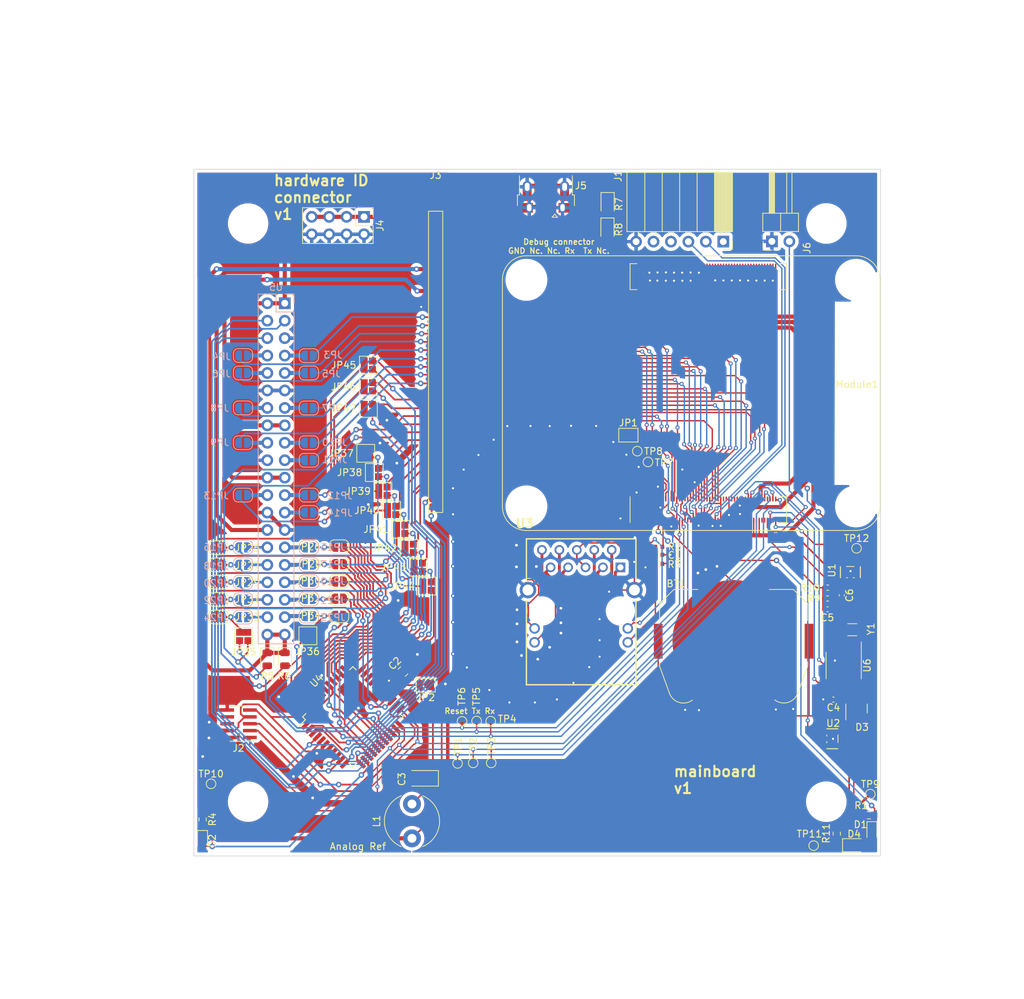
<source format=kicad_pcb>
(kicad_pcb (version 20211014) (generator pcbnew)
  (title_block (title "Mainboard") (date "2022-01-15") (rev "v1"))
  (layers (0 "F.Cu" signal "Front") (31 "B.Cu" signal "Back") (34 "B.Paste" user) (35 "F.Paste" user) (36 "B.SilkS" user "B.Silkscreen") (37 "F.SilkS" user "F.Silkscreen") (38 "B.Mask" user) (39 "F.Mask" user) (44 "Edge.Cuts" user))
  (net 0 "")
  (net 1 "GND")
  (net 2 "Net-(BT1-Pad1)")
  (net 3 "Net-(C1-Pad1)")
  (net 4 "Net-(C2-Pad1)")
  (net 5 "Net-(C3-Pad1)")
  (net 6 "Net-(C4-Pad1)")
  (net 7 "/n_set_sleep_mode")
  (net 8 "/Wakeup_powercontrol/nRTC_INT")
  (net 9 "Net-(D1-Pad1)")
  (net 10 "Net-(D2-Pad1)")
  (net 11 "Net-(D2-Pad2)")
  (net 12 "Net-(D4-Pad1)")
  (net 14 "/UART0.Tx")
  (net 15 "/UART0.Rx")
  (net 18 "/CM4_reset")
  (net 19 "/Mainboard connector/3V3")
  (net 20 "/nEXTRST")
  (net 21 "/Mainboard connector/JTAG.SRST")
  (net 22 "/Mainboard connector/JTAG.TRST")
  (net 23 "Net-(J2-Pad9)")
  (net 24 "/Mainboard connector/12V")
  (net 25 "/Mainboard connector/feature_12V")
  (net 26 "/Mainboard connector/5V")
  (net 27 "/1V8")
  (net 28 "/Mainboard connector/1V8")
  (net 29 "/PCM_CLK")
  (net 30 "/Mainboard connector/PCM.CLK")
  (net 31 "/PCM_FS")
  (net 32 "/Mainboard connector/PCM.FS")
  (net 33 "/PCM_DIN")
  (net 34 "/Mainboard connector/PCM.DIN")
  (net 35 "/PCM_DOUT")
  (net 36 "/Mainboard connector/PCM.DOUT")
  (net 37 "/I2C1_SDA")
  (net 38 "/Mainboard connector/I2C1.SDA")
  (net 39 "/I2C1_SCL")
  (net 40 "/Mainboard connector/I2C1.SCL")
  (net 41 "/SPI0_SCLK")
  (net 42 "/Mainboard connector/SPI1.SCK")
  (net 43 "/SPI0_MOSI")
  (net 44 "/Mainboard connector/SPI1.MOSI")
  (net 45 "/SPI0_MISO")
  (net 46 "/SPI4_SCLK")
  (net 47 "/SPI4_MOSI")
  (net 48 "/SPI4_MISO")
  (net 49 "/I2C6_SDA")
  (net 50 "/I2C6_SCL")
  (net 51 "/GPIO4")
  (net 52 "/GPIO8")
  (net 53 "/GPIO17")
  (net 54 "/GPIO24")
  (net 55 "/GPIO25")
  (net 56 "/GPIO26")
  (net 57 "/GPIO27")
  (net 58 "/Wakeup_powercontrol/RPI_nBOOT")
  (net 59 "Net-(JP1-Pad2)")
  (net 60 "Net-(JP3-Pad1)")
  (net 61 "Net-(JP4-Pad1)")
  (net 62 "Net-(JP5-Pad1)")
  (net 63 "Net-(JP6-Pad1)")
  (net 64 "Net-(JP7-Pad1)")
  (net 65 "Net-(JP8-Pad1)")
  (net 66 "Net-(JP9-Pad1)")
  (net 67 "Net-(JP10-Pad1)")
  (net 68 "Net-(JP11-Pad1)")
  (net 69 "Net-(JP12-Pad1)")
  (net 70 "/Mainboard connector/SPI1.MISO")
  (net 71 "Net-(JP13-Pad1)")
  (net 72 "/Mainboard connector/feature_GPIO_10")
  (net 73 "Net-(JP14-Pad1)")
  (net 74 "Net-(JP15-Pad1)")
  (net 75 "/Mainboard connector/feature_INT0")
  (net 76 "Net-(JP16-Pad1)")
  (net 77 "/Mainboard connector/feature_INT1")
  (net 78 "Net-(JP17-Pad1)")
  (net 79 "/Mainboard connector/SPI2.SCK")
  (net 80 "Net-(JP18-Pad1)")
  (net 81 "/Mainboard connector/SPI2.MOSI")
  (net 82 "Net-(JP19-Pad1)")
  (net 83 "/Mainboard connector/SPI2.MISO")
  (net 84 "Net-(JP20-Pad1)")
  (net 85 "/Mainboard connector/GPIO.9")
  (net 86 "Net-(JP21-Pad1)")
  (net 87 "/Mainboard connector/GPIO.10")
  (net 88 "Net-(JP22-Pad1)")
  (net 89 "/Mainboard connector/GPIO.7")
  (net 90 "Net-(JP23-Pad1)")
  (net 91 "/Mainboard connector/GPIO.8")
  (net 92 "Net-(JP24-Pad1)")
  (net 93 "/Mainboard connector/GPIO.5")
  (net 94 "Net-(JP25-Pad2)")
  (net 95 "Net-(JP26-Pad2)")
  (net 96 "Net-(JP27-Pad2)")
  (net 97 "Net-(JP28-Pad2)")
  (net 98 "Net-(JP29-Pad2)")
  (net 99 "Net-(JP30-Pad2)")
  (net 100 "Net-(JP31-Pad2)")
  (net 101 "Net-(JP32-Pad2)")
  (net 102 "Net-(JP33-Pad2)")
  (net 103 "Net-(JP34-Pad2)")
  (net 104 "Net-(JP35-Pad3)")
  (net 105 "Net-(JP36-Pad3)")
  (net 106 "/Mainboard connector/GPIO.6")
  (net 107 "/Mainboard connector/GPIO.3")
  (net 108 "/Mainboard connector/GPIO.4")
  (net 109 "/Mainboard connector/GPIO.1")
  (net 110 "/Mainboard connector/GPIO.2")
  (net 111 "/Mainboard connector/PA0")
  (net 112 "/Mainboard connector/PA1")
  (net 113 "/Mainboard connector/PA2")
  (net 114 "/Mainboard connector/PA3")
  (net 115 "/Mainboard connector/PA4")
  (net 116 "/Mainboard connector/PA5")
  (net 117 "/Mainboard connector/PA6")
  (net 118 "Net-(Module1-Pad21)")
  (net 119 "Net-(R2-Pad1)")
  (net 120 "/Ethernet/ETH_LEDG")
  (net 121 "Net-(R3-Pad1)")
  (net 122 "/Ethernet/ETH_LEDY")
  (net 123 "Net-(J5-Pad1)")
  (net 124 "/ComputeModule_HighSpeed_connector/USB_OTG_ID")
  (net 125 "/UART5_Rx")
  (net 126 "/UART5_Tx")
  (net 127 "/GPIO16")
  (net 128 "Net-(Module1-Pad18)")
  (net 129 "Net-(Module1-Pad16)")
  (net 130 "/Ethernet/TRD1_P")
  (net 131 "/Ethernet/TRD1_N")
  (net 132 "/Ethernet/TRD0_N")
  (net 133 "/Ethernet/TRD0_P")
  (net 134 "/Ethernet/TRD3_P")
  (net 135 "/Ethernet/TRD3_N")
  (net 136 "/Ethernet/TRD2_N")
  (net 137 "/Ethernet/TRD2_P")
  (net 140 "Net-(U6-Pad1)")
  (net 141 "Net-(U6-Pad2)")
  (net 142 "/SDA0")
  (net 143 "/SCL0")
  (net 145 "/Wakeup_powercontrol/GLOBAL_EN")
  (net 146 "/Wakeup_powercontrol/nPWR_LED")
  (net 147 "/ComputeModule_HighSpeed_connector/USB2_N")
  (net 148 "/ComputeModule_HighSpeed_connector/USB2_P")
  (net 238 "/Ethernet/+3.3v")
  (net 239 "/Mainboard connector/PA7")
  (net 240 "Net-(J3-Pad15)")
  (net 241 "Net-(J3-Pad16)")
  (net 242 "Net-(J3-Pad17)")
  (net 243 "Net-(J3-Pad18)")
  (net 244 "Net-(J3-Pad19)")
  (net 245 "Net-(J3-Pad20)")
  (net 246 "Net-(J3-Pad21)")
  (net 247 "Net-(J3-Pad22)")
  (net 248 "Net-(J3-Pad23)")
  (net 249 "Net-(J3-Pad24)")
  (net 250 "Net-(J3-Pad25)")
  (net 251 "Net-(J3-Pad26)")
  (net 252 "Net-(J3-Pad27)")
  (net 253 "/Mainboard connector/uC_SPI..SCK")
  (net 254 "Net-(J3-Pad28)")
  (net 255 "/Mainboard connector/uC_SPI..MISO")
  (net 256 "Net-(J3-Pad29)")
  (net 257 "/Mainboard connector/uC_SPI..MOSI")
  (net 258 "/5V")
  (net 259 "/3V3")
  (net 260 "Net-(U2-Pad4)")
  (footprint "Connector_PinHeader_2.54mm:PinHeader_1x02_P2.54mm_Horizontal" (layer "F.Cu") (at 164.175 70.505 90)
    (fp_text reference "J6")
    (fp_text value "Conn_01x02_Male")
  )
  (footprint "Capacitor_SMD:C_0402_1005Metric" (layer "F.Cu") (at 147.75 116.14)
    (fp_text reference "C1")
    (fp_text value "100n")
  )
  (footprint "TestPoint:TestPoint_Pad_D1.0mm" (layer "F.Cu") (at 146.125 102.625)
    (fp_text reference "TP7")
    (fp_text value "SYNC_OUT")
  )
  (footprint "hardware_id:3_way_solder_jumper" (layer "F.Cu") (at 108.8 109.69)
    (fp_text reference "JP40")
    (fp_text value "Sloder_Jumper_3")
  )
  (footprint "CM4IO:Raspberry-Pi-4-Compute-Module" (layer "F.Cu") (at 176.425 109.1 90)
    (fp_text reference "Module1")
    (fp_text value "ComputeModule4-CM4")
  )
  (footprint "Jumper:SolderJumper-2_P1.3mm_Open_RoundedPad1.0x1.5mm" (layer "F.Cu") (at 83.561 117.602 180)
    (fp_text reference "JP27")
    (fp_text value "SolderJumper_2_Open")
  )
  (footprint "Jumper:SolderJumper-2_P1.3mm_Open_RoundedPad1.0x1.5mm" (layer "F.Cu") (at 101.15 122.54)
    (fp_text reference "JP32")
    (fp_text value "SolderJumper_2_Open")
  )
  (footprint "Jumper:SolderJumper-2_P1.3mm_Open_RoundedPad1.0x1.5mm" (layer "F.Cu") (at 83.561 115.102 180)
    (fp_text reference "JP25")
    (fp_text value "SolderJumper_2_Open")
  )
  (footprint "TestPoint:TestPoint_Pad_D1.0mm" (layer "F.Cu") (at 123.3 146.45)
    (fp_text reference "TP3")
    (fp_text value "res3")
  )
  (footprint "Resistor_SMD:R_0402_1005Metric" (layer "F.Cu") (at 147.72 115)
    (fp_text reference "R2")
    (fp_text value "470R")
  )
  (footprint "FreeSpeeker:mouting_hole_with_clearance" (layer "F.Cu") (at 172.1 152.1)
    (fp_text reference "H3" hide)
    (fp_text value "MountingHole")
  )
  (footprint "hardware_id:hardware_ID_feature_connector" (layer "F.Cu") (at 115.2 91.175)
    (fp_text reference "J3")
    (fp_text value "Hardware_ID_feature_connector")
  )
  (footprint "mainboard:SOT25" (layer "F.Cu") (at 175.61 118.525 90)
    (fp_text reference "U1")
    (fp_text value "74LVC1G125" hide)
  )
  (footprint "TestPoint:TestPoint_Pad_D1.0mm" (layer "F.Cu") (at 120.675 146.45)
    (fp_text reference "TP2")
    (fp_text value "res2")
  )
  (footprint "LED_SMD:LED_0805_2012Metric" (layer "F.Cu") (at 176.15 158.45)
    (fp_text reference "D4")
    (fp_text value "LED Red")
  )
  (footprint "hardware_id:3_way_solder_jumper" (layer "F.Cu") (at 105.41 91.68)
    (fp_text reference "JP46")
    (fp_text value "Sloder_Jumper_3")
  )
  (footprint "hardware_id:3_way_solder_jumper" (layer "F.Cu") (at 112.675 117.965)
    (fp_text reference "JP43")
    (fp_text value "Sloder_Jumper_3")
  )
  (footprint "TestPoint:TestPoint_Pad_D1.0mm" (layer "F.Cu") (at 144.575 101.05)
    (fp_text reference "TP8")
    (fp_text value "SYNC_IN")
  )
  (footprint "Capacitor_SMD:C_0402_1005Metric" (layer "F.Cu") (at 174.35 122.045 -90)
    (fp_text reference "C6")
    (fp_text value "100n")
  )
  (footprint "TestPoint:TestPoint_Pad_D1.0mm" (layer "F.Cu") (at 118.4 146.525 180)
    (fp_text reference "TP1")
    (fp_text value "res1")
  )
  (footprint "TestPoint:TestPoint_Pad_D1.0mm" (layer "F.Cu") (at 82.5 149.5)
    (fp_text reference "TP10")
    (fp_text value "TestPoint")
  )
  (footprint "hardware_id:3_way_solder_jumper" (layer "F.Cu") (at 111.35 115.215)
    (fp_text reference "JP42")
    (fp_text value "Sloder_Jumper_3")
  )
  (footprint "hardware_id:3_way_solder_jumper" (layer "F.Cu") (at 87.25 128.04 -90)
    (fp_text reference "JP35")
    (fp_text value "Sloder_Jumper_3")
  )
  (footprint "Resistor_SMD:R_0603_1608Metric" (layer "F.Cu") (at 178.3 154.075)
    (fp_text reference "R1")
    (fp_text value "120")
  )
  (footprint "hardware_id:3_way_solder_jumper" (layer "F.Cu") (at 96.6 127.94 -90)
    (fp_text reference "JP36")
    (fp_text value "Sloder_Jumper_3")
  )
  (footprint "TestPoint:TestPoint_Pad_D1.0mm" (layer "F.Cu") (at 119.05 140.4)
    (fp_text reference "TP6")
    (fp_text value "res1")
  )
  (footprint "hardware_id:3_way_solder_jumper" (layer "F.Cu") (at 105.41 88.53)
    (fp_text reference "JP45")
    (fp_text value "Sloder_Jumper_3")
  )
  (footprint "Connector_PinSocket_2.54mm:PinSocket_1x06_P2.54mm_Horizontal" (layer "F.Cu") (at 157.095 70.54 -90)
    (fp_text reference "J1")
    (fp_text value "Debug Uart F232RL USB to TTL ")
  )
  (footprint "FreeSpeeker:mouting_hole_with_clearance" (layer "F.Cu") (at 172.1 67.9)
    (fp_text reference "H4" hide)
    (fp_text value "MountingHole")
  )
  (footprint "Connector_PinHeader_2.54mm:PinHeader_2x04_P2.54mm_Vertical" (layer "F.Cu") (at 104.775 66.929 -90)
    (fp_text reference "J4")
    (fp_text value "Conn_02x04_Odd_Even")
  )
  (footprint "Resistor_SMD:R_0603_1608Metric" (layer "F.Cu") (at 81.28 154.686 -90)
    (fp_text reference "R4")
    (fp_text value "120")
  )
  (footprint "LED_SMD:LED_0603_1608Metric" (layer "F.Cu") (at 81.25 157.782847 -90)
    (fp_text reference "D2")
    (fp_text value "LED Green")
  )
  (footprint "FreeSpeeker:mouting_hole_with_clearance" (layer "F.Cu") (at 87.9 67.9)
    (fp_text reference "H1" hide)
    (fp_text value "MountingHole")
  )
  (footprint "ARJM11:ARJM11D7502ABER2T" (layer "F.Cu") (at 142.115 117.975)
    (fp_text reference "U3")
    (fp_text value "ARJM11D7502AB" hide)
  )
  (footprint "TestPoint:TestPoint_Pad_D1.0mm" (layer "F.Cu") (at 176.5 115.2)
    (fp_text reference "TP12")
    (fp_text value "res1")
  )
  (footprint "Jumper:SolderJumper-2_P1.3mm_Open_RoundedPad1.0x1.5mm" (layer "F.Cu") (at 83.56 120.12 180)
    (fp_text reference "JP29")
    (fp_text value "SolderJumper_2_Open")
  )
  (footprint "LED_SMD:LED_0805_2012Metric" (layer "F.Cu") (at 93.26 131.36 -90)
    (fp_text reference "R6")
    (fp_text value "2K2")
  )
  (footprint "Battery:BatteryHolder_Keystone_3034_1x20mm" (layer "F.Cu") (at 158.6 128.73)
    (fp_text reference "BT1")
    (fp_text value "Battery_Cell")
  )
  (footprint "hardware_id:3_way_solder_jumper" (layer "F.Cu") (at 106.275 104.165)
    (fp_text reference "JP38")
    (fp_text value "Sloder_Jumper_3")
  )
  (footprint "Jumper:SolderJumper-2_P1.3mm_Open_RoundedPad1.0x1.5mm" (layer "F.Cu") (at 101.15 114.97)
    (fp_text reference "JP26")
    (fp_text value "SolderJumper_2_Open")
  )
  (footprint "Jumper:SolderJumper-2_P1.3mm_Open_RoundedPad1.0x1.5mm" (layer "F.Cu") (at 83.56 122.65 180)
    (fp_text reference "JP31")
    (fp_text value "SolderJumper_2_Open")
  )
  (footprint "Jumper:SolderJumper-2_P1.3mm_Open_RoundedPad1.0x1.5mm" (layer "F.Cu") (at 101.15 117.51)
    (fp_text reference "JP28")
    (fp_text value "SolderJumper_2_Open")
  )
  (footprint "Jumper:SolderJumper-2_P1.3mm_Bridged_Pad1.0x1.5mm" (layer "F.Cu") (at 143.275 98.725)
    (fp_text reference "JP1")
    (fp_text value "SolderJumper_2_Bridged")
  )
  (footprint "Package_SO:SOIC-8_3.9x4.9mm_P1.27mm" (layer "F.Cu") (at 174.63 132.26 -90)
    (fp_text reference "U6")
    (fp_text value "PCF85063AT/AAZ")
  )
  (footprint "CM4IO:USB_Micro-B_EDAC_UCON00686" (layer "F.Cu") (at 131.26 62.56 180)
    (fp_text reference "J5")
    (fp_text value "USB_OTG")
  )
  (footprint "Capacitor_SMD:C_0402_1005Metric" (layer "F.Cu") (at 172.28 124.085)
    (fp_text reference "C5")
    (fp_text value "100n")
  )
  (footprint "TestPoint:TestPoint_Pad_D1.0mm" (layer "F.Cu") (at 123.225 140.375)
    (fp_text reference "TP4")
    (fp_text value "res1")
  )
  (footprint "Inductor_THT:L_Radial_D7.8mm_P5.00mm_Fastron_07HCP" (layer "F.Cu") (at 111.76 157.44 90)
    (fp_text reference "L1")
    (fp_text value "10m")
  )
  (footprint "LED_SMD:LED_1206_3216Metric" (layer "F.Cu") (at 113.32 148.7 180)
    (fp_text reference "C3")
    (fp_text value "100n")
  )
  (footprint "LED_SMD:LED_0805_2012Metric" (layer "F.Cu") (at 140.25 65.075 -90)
    (fp_text reference "R7")
    (fp_text value "2K2")
  )
  (footprint "LED_SMD:LED_0603_1608Metric" (layer "F.Cu") (at 178.75 156.5 -90)
    (fp_text reference "D1")
    (fp_text value "LED Green")
  )
  (footprint "hardware_id:3_way_solder_jumper" (layer "F.Cu") (at 107.525 106.89)
    (fp_text reference "JP39")
    (fp_text value "Sloder_Jumper_3")
  )
  (footprint "Package_QFP:TQFP-44_10x10mm_P0.8mm" (layer "F.Cu") (at 103.15 139.75 45)
    (fp_text reference "U4")
    (fp_text value "ATmega32-16A")
  )
  (footprint "Jumper:SolderJumper-2_P1.3mm_Open_RoundedPad1.0x1.5mm" (layer "F.Cu") (at 101.15 125.04)
    (fp_text reference "JP34")
    (fp_text value "SolderJumper_2_Open")
  )
  (footprint "Resistor_SMD:R_0402_1005Metric" (layer "F.Cu") (at 147.73 117.47)
    (fp_text reference "R3")
    (fp_text value "470R")
  )
  (footprint "TestPoint:TestPoint_Pad_D1.0mm" (layer "F.Cu") (at 178.5 151)
    (fp_text reference "TP9")
    (fp_text value "TestPoint")
  )
  (footprint "mainboard:SOT25" (layer "F.Cu") (at 173.125 142.95)
    (fp_text reference "U2")
    (fp_text value "74LVC1G125" hide)
  )
  (footprint "Jumper:SolderJumper-2_P1.3mm_Open_RoundedPad1.0x1.5mm" (layer "F.Cu") (at 83.56 125.21 180)
    (fp_text reference "JP33")
    (fp_text value "SolderJumper_2_Open")
  )
  (footprint "TestPoint:TestPoint_Pad_D1.0mm" (layer "F.Cu") (at 121.175 140.35)
    (fp_text reference "TP5")
    (fp_text value "res1")
  )
  (footprint "Jumper:SolderJumper-2_P1.3mm_Open_RoundedPad1.0x1.5mm" (layer "F.Cu") (at 101.15 120.04)
    (fp_text reference "JP30")
    (fp_text value "SolderJumper_2_Open")
  )
  (footprint "LED_SMD:LED_0805_2012Metric" (layer "F.Cu") (at 140.225 68.775 -90)
    (fp_text reference "R8")
    (fp_text value "2K2")
  )
  (footprint "Connector_PinHeader_1.00mm:PinHeader_2x05_P1.00mm_Vertical_SMD" (layer "F.Cu") (at 86.5 140.75 180)
    (fp_text reference "J2")
    (fp_text value "AVR-JTAG-10")
  )
  (footprint "TestPoint:TestPoint_Pad_D1.0mm" (layer "F.Cu") (at 170.25 158.5)
    (fp_text reference "TP11")
    (fp_text value "TestPoint")
  )
  (footprint "Capacitor_SMD:C_0402_1005Metric" (layer "F.Cu") (at 173.13 137.235 180)
    (fp_text reference "C4")
    (fp_text value "100n")
  )
  (footprint "hardware_id:3_way_solder_jumper" (layer "F.Cu") (at 110.125 112.44)
    (fp_text reference "JP41")
    (fp_text value "Sloder_Jumper_3")
  )
  (footprint "Resistor_SMD:R_0402_1005Metric" (layer "F.Cu") (at 172.305 120.935 180)
    (fp_text reference "R10")
    (fp_text value "510K 1%")
  )
  (footprint "Jumper:SolderJumper-2_P1.3mm_Open_TrianglePad1.0x1.5mm" (layer "F.Cu") (at 113.75 135.125 180)
    (fp_text reference "JP2")
    (fp_text value "SolderJumper_2_Open")
  )
  (footprint "LED_SMD:LED_0805_2012Metric" (layer "F.Cu") (at 90.69 131.37 -90)
    (fp_text reference "R5")
    (fp_text value "2K2")
  )
  (footprint "hardware_id:3_way_solder_jumper" (layer "F.Cu") (at 105.41 94.83)
    (fp_text reference "JP47")
    (fp_text value "Sloder_Jumper_3")
  )
  (footprint "Crystal:Crystal_SMD_3215-2Pin_3.2x1.5mm" (layer "F.Cu") (at 175.88 127.06 180)
    (fp_text reference "Y1")
    (fp_text value "Q13FC1350000400")
  )
  (footprint "Package_TO_SOT_SMD:SOT-23" (layer "F.Cu") (at 176.5 138.525 90)
    (fp_text reference "D3")
    (fp_text value "BAT54C,215")
  )
  (footprint "FreeSpeeker:mouting_hole_with_clearance" (layer "F.Cu") (at 87.9 152.1)
    (fp_text reference "H2" hide)
    (fp_text value "MountingHole")
  )
  (footprint "Capacitor_SMD:C_0805_2012Metric" (layer "F.Cu") (at 110.45 133.15 45)
    (fp_text reference "C2")
    (fp_text value "10n")
  )
  (footprint "Resistor_SMD:R_0402_1005Metric" (layer "F.Cu") (at 172.28 122.51 180)
    (fp_text reference "R9")
    (fp_text value "510K 1%")
  )
  (footprint "Resistor_SMD:R_0603_1608Metric" (layer "F.Cu") (at 173.625 156.75 -90)
    (fp_text reference "R11")
    (fp_text value "120")
  )
  (footprint "hardware_id:3_way_solder_jumper" (layer "F.Cu") (at 113.95 120.715)
    (fp_text reference "JP44")
    (fp_text value "Sloder_Jumper_3")
  )
  (footprint "hardware_id:3_way_solder_jumper" (layer "F.Cu") (at 105.025 101.365)
    (fp_text reference "JP37")
    (fp_text value "Sloder_Jumper_3")
  )
  (footprint "Jumper:SolderJumper-2_P1.3mm_Open_RoundedPad1.0x1.5mm" (layer "B.Cu") (at 87.16 117.6 180)
    (fp_text reference "JP18")
    (fp_text value "SolderJumper_2_Open")
  )
  (footprint "Jumper:SolderJumper-2_P1.3mm_Open_RoundedPad1.0x1.5mm" (layer "B.Cu") (at 96.75 102.38)
    (fp_text reference "JP11")
    (fp_text value "SolderJumper_2_Open")
  )
  (footprint "Jumper:SolderJumper-2_P1.3mm_Open_RoundedPad1.0x1.5mm" (layer "B.Cu") (at 87.15 107.45 180)
    (fp_text reference "JP13")
    (fp_text value "SolderJumper_2_Open")
  )
  (footprint "Jumper:SolderJumper-2_P1.3mm_Open_RoundedPad1.0x1.5mm" (layer "B.Cu") (at 96.75 89.67)
    (fp_text reference "JP5")
    (fp_text value "SolderJumper_2_Open")
  )
  (footprint "Jumper:SolderJumper-2_P1.3mm_Open_RoundedPad1.0x1.5mm" (layer "B.Cu") (at 96.75 120.07)
    (fp_text reference "JP19")
    (fp_text value "SolderJumper_2_Open")
  )
  (footprint "Jumper:SolderJumper-2_P1.3mm_Open_RoundedPad1.0x1.5mm" (layer "B.Cu") (at 96.75 109.99)
    (fp_text reference "JP14")
    (fp_text value "SolderJumper_2_Open")
  )
  (footprint "Jumper:SolderJumper-2_P1.3mm_Open_RoundedPad1.0x1.5mm" (layer "B.Cu") (at 87.16 120.14 180)
    (fp_text reference "JP20")
    (fp_text value "SolderJumper_2_Open")
  )
  (footprint "Jumper:SolderJumper-2_P1.3mm_Open_RoundedPad1.0x1.5mm" (layer "B.Cu") (at 87.15 94.75 180)
    (fp_text reference "JP8")
    (fp_text value "SolderJumper_2_Open")
  )
  (footprint "Jumper:SolderJumper-2_P1.3mm_Open_RoundedPad1.0x1.5mm" (layer "B.Cu") (at 87.15 99.825 180)
    (fp_text reference "JP9")
    (fp_text value "SolderJumper_2_Open")
  )
  (footprint "Jumper:SolderJumper-2_P1.3mm_Open_RoundedPad1.0x1.5mm" (layer "B.Cu") (at 96.75 107.45)
    (fp_text reference "JP12")
    (fp_text value "SolderJumper_2_Open")
  )
  (footprint "Jumper:SolderJumper-2_P1.3mm_Open_RoundedPad1.0x1.5mm" (layer "B.Cu") (at 87.16 122.68 180)
    (fp_text reference "JP22")
    (fp_text value "SolderJumper_2_Open")
  )
  (footprint "Jumper:SolderJumper-2_P1.3mm_Open_RoundedPad1.0x1.5mm" (layer "B.Cu") (at 96.75 99.83)
    (fp_text reference "JP10")
    (fp_text value "SolderJumper_2_Open")
  )
  (footprint "Jumper:SolderJumper-2_P1.3mm_Open_RoundedPad1.0x1.5mm" (layer "B.Cu") (at 87.15 87.12 180)
    (fp_text reference "JP4")
    (fp_text value "SolderJumper_2_Open")
  )
  (footprint "Jumper:SolderJumper-2_P1.3mm_Open_RoundedPad1.0x1.5mm" (layer "B.Cu") (at 96.75 115.07)
    (fp_text reference "JP15")
    (fp_text value "SolderJumper_2_Open")
  )
  (footprint "Jumper:SolderJumper-2_P1.3mm_Open_RoundedPad1.0x1.5mm" (layer "B.Cu") (at 87.16 115.06 180)
    (fp_text reference "JP16")
    (fp_text value "SolderJumper_2_Open")
  )
  (footprint "Connector_PinHeader_2.54mm:PinHeader_2x20_P2.54mm_Vertical" (layer "B.Cu") (at 93.235 79.515 180)
    (fp_text reference "U5")
    (fp_text value "slice_connector_male")
  )
  (footprint "Jumper:SolderJumper-2_P1.3mm_Open_RoundedPad1.0x1.5mm" (layer "B.Cu") (at 96.75 125.07)
    (fp_text reference "JP23")
    (fp_text value "SolderJumper_2_Open")
  )
  (footprint "Jumper:SolderJumper-2_P1.3mm_Open_RoundedPad1.0x1.5mm" (layer "B.Cu") (at 96.75 122.57)
    (fp_text reference "JP21")
    (fp_text value "SolderJumper_2_Open")
  )
  (footprint "Jumper:SolderJumper-2_P1.3mm_Open_RoundedPad1.0x1.5mm" (layer "B.Cu") (at 96.74 94.76)
    (fp_text reference "JP7")
    (fp_text value "SolderJumper_2_Open")
  )
  (footprint "Jumper:SolderJumper-2_P1.3mm_Open_RoundedPad1.0x1.5mm" (layer "B.Cu") (at 87.15 89.67 180)
    (fp_text reference "JP6")
    (fp_text value "SolderJumper_2_Open")
  )
  (footprint "Jumper:SolderJumper-2_P1.3mm_Open_RoundedPad1.0x1.5mm" (layer "B.Cu") (at 87.17 125.22 180)
    (fp_text reference "JP24")
    (fp_text value "SolderJumper_2_Open")
  )
  (footprint "Jumper:SolderJumper-2_P1.3mm_Open_RoundedPad1.0x1.5mm" (layer "B.Cu") (at 96.75 117.57)
    (fp_text reference "JP17")
    (fp_text value "SolderJumper_2_Open")
  )
  (footprint "Jumper:SolderJumper-2_P1.3mm_Open_RoundedPad1.0x1.5mm" (layer "B.Cu") (at 96.75 87.14)
    (fp_text reference "JP3")
    (fp_text value "SolderJumper_2_Open")
  )
  (gr_rect locked (start 80 60) (end 180 160) (layer "Edge.Cuts") (width 0.1) (fill none))
  (gr_text "mainboard\nv1" (at 149.725 148.925) (layer "F.SilkS") (effects (font (size 1.524 1.524) (thickness 0.3048)) (justify left)))
  (gr_text "Analog Ref" (at 103.886 158.623) (layer "F.SilkS") (effects (font (size 1 1))))
  (gr_text "Debug connector\nGND Nc. Nc. Rx  Tx Nc.\n" (at 133.15 71.225) (layer "F.SilkS") (effects (font (size 0.8128 0.8128) (thickness 0.1524))))
  (gr_text "Reset Tx Rx" (at 120.175 138.9) (layer "F.SilkS") (effects (font (size 0.8128 0.8128) (thickness 0.1524))))
  (gr_text "hardware ID\nconnector\nv1" (at 91.5 64.1) (layer "F.SilkS") (effects (font (size 1.524 1.524) (thickness 0.3048)) (justify left)))
  (segment (start 158.6 133.725) (end 153.55 138.775) (width 0.2) (layer "F.Cu") (net 1))
  (segment (start 130.075 131.35) (end 131.8125 129.6125) (width 0.2) (layer "F.Cu") (net 1))
  (segment (start 155.525 111.1) (end 155.525 111.95) (width 0.2) (layer "F.Cu") (net 1))
  (segment (start 146.441374 112.683626) (end 146.441374 111.765885) (width 0.2) (layer "F.Cu") (net 1))
  (segment (start 128.25 131.35) (end 130.075 131.35) (width 0.2) (layer "F.Cu") (net 1))
  (segment (start 129.96 65.38) (end 129.045 65.38) (width 0.4) (layer "F.Cu") (net 1))
  (segment (start 144.77 103.42) (end 144.77 103.35) (width 0.2) (layer "F.Cu") (net 1))
  (segment (start 117.76 122.12) (end 117.76 117.81) (width 0.2) (layer "F.Cu") (net 1))
  (segment (start 126.975 119.6) (end 128.65 121.275) (width 0.2) (layer "F.Cu") (net 1))
  (segment (start 107.14641 142.615039) (end 107.14641 142.12641) (width 0.25) (layer "F.Cu") (net 1))
  (segment (start 82.26 138.75) (end 82.22 138.71) (width 0.25) (layer "F.Cu") (net 1))
  (segment (start 149.925 74.1) (end 149.925 75.055) (width 0.15) (layer "F.Cu") (net 1))
  (segment (start 133.45 122.675) (end 129.875 119.1) (width 0.2) (layer "F.Cu") (net 1))
  (segment (start 172.725 130.925) (end 173.35 131.55) (width 0.2) (layer "F.Cu") (net 1))
  (segment (start 152.9255 105.575) (end 153.125 105.7745) (width 0.2) (layer "F.Cu") (net 1))
  (segment (start 123.65 99.39) (end 125.64 97.4) (width 0.2) (layer "F.Cu") (net 1))
  (segment (start 127.05 122.875) (end 127.05 124.15) (width 0.2) (layer "F.Cu") (net 1))
  (segment (start 164.325 77.18) (end 164.325 76.255) (width 0.15) (layer "F.Cu") (net 1))
  (segment (start 149.525 111.1) (end 149.525 112.025) (width 0.2) (layer "F.Cu") (net 1))
  (segment (start 125.64 97.4) (end 129.01 97.4) (width 0.2) (layer "F.Cu") (net 1))
  (segment (start 160.725 76.215) (end 160.72 76.21) (width 0.15) (layer "F.Cu") (net 1))
  (segment (start 153.125 105.7745) (end 153.125 108.02) (width 0.2) (layer "F.Cu") (net 1))
  (segment (start 157.925 110.125) (end 157.925 111.1) (width 0.2) (layer "F.Cu") (net 1))
  (segment (start 159.550489 74.125489) (end 159.550489 76.159511) (width 0.15) (layer "F.Cu") (net 1))
  (segment (start 146.325 76.300733) (end 146.411233 76.2145) (width 0.15) (layer "F.Cu") (net 1))
  (segment (start 139.08 125.52) (end 139.08 130.99) (width 0.2) (layer "F.Cu") (net 1))
  (segment (start 149.125 108.669022) (end 149.125 108.02) (width 0.2) (layer "F.Cu") (net 1))
  (segment (start 150.924511 108.824511) (end 150.969511 108.824511) (width 0.2) (layer "F.Cu") (net 1))
  (segment (start 133.45 126.05) (end 133.45 123.925) (width 0.2) (layer "F.Cu") (net 1))
  (segment (start 151.125 108.02) (end 151.125 103.725) (width 0.15) (layer "F.Cu") (net 1))
  (segment (start 171.775 141.99) (end 172.54 141.99) (width 0.2) (layer "F.Cu") (net 1))
  (segment (start 117.77 130.58) (end 117.76 130.57) (width 0.2) (layer "F.Cu") (net 1))
  (segment (start 150.924511 109.826689) (end 150.924511 108.824511) (width 0.2) (layer "F.Cu") (net 1))
  (segment (start 117.76 110.27) (end 117.74 110.25) (width 0.2) (layer "F.Cu") (net 1))
  (segment (start 144.15 121.275) (end 140.715 121.275) (width 0.2) (layer "F.Cu") (net 1))
  (segment (start 146.325 108.669022) (end 146.325 108.02) (width 0.2) (layer "F.Cu") (net 1))
  (segment (start 107.180509 135.719491) (end 104.430531 138.469469) (width 0.25) (layer "F.Cu") (net 1))
  (segment (start 145.125 108.02) (end 145.125 107.725) (width 0.2) (layer "F.Cu") (net 1))
  (segment (start 154.358522 75.0655) (end 153.54 75.0655) (width 0.15) (layer "F.Cu") (net 1))
  (segment (start 113.41 80.34) (end 113.11 80.04) (width 0.15) (layer "F.Cu") (net 1))
  (segment (start 119.28 103.74) (end 121.41 101.61) (width 0.2) (layer "F.Cu") (net 1))
  (segment (start 133.45 123.925) (end 133.45 122.675) (width 0.2) (layer "F.Cu") (net 1))
  (segment (start 138.58 97.38) (end 138.74 97.38) (width 0.2) (layer "F.Cu") (net 1))
  (segment (start 93.235 112.535) (end 90.695 109.995) (width 0.6) (layer "F.Cu") (net 1))
  (segment (start 146.325 77.18) (end 146.325 76.300733) (width 0.15) (layer "F.Cu") (net 1))
  (segment (start 153.525 74.1) (end 153.525 75.0505) (width 0.15) (layer "F.Cu") (net 1))
  (segment (start 155.125489 108.669511) (end 156.705489 108.669511) (width 0.2) (layer "F.Cu") (net 1))
  (segment (start 147.575 106.225) (end 144.77 103.42) (width 0.2) (layer "F.Cu") (net 1))
  (segment (start 164.325 108.02) (end 164.325 107.137828) (width 0.2) (layer "F.Cu") (net 1))
  (segment (start 158.6 132.525) (end 164.75 138.675) (width 0.2) (layer "F.Cu") (net 1))
  (segment (start 151.061411 109.963589) (end 150.924511 109.826689) (width 0.2) (layer "F.Cu") (net 1))
  (segment (start 176.55 119) (end 176.55 119.875) (width 0.2) (layer "F.Cu") (net 1))
  (segment (start 126.975 119.6) (end 126.975 117.9) (width 0.2) (layer "F.Cu") (net 1))
  (segment (start 142.93 101.57) (end 142.98 101.57) (width 0.2) (layer "F.Cu") (net 1))
  (segment (start 174.65 119.875) (end 174.65 118.9) (width 0.2) (layer "F.Cu") (net 1))
  (segment (start 172.725 129.785) (end 172.725 130.925) (width 0.2) (layer "F.Cu") (net 1))
  (segment (start 82.26 142.75) (end 84.85 142.75) (width 0.25) (layer "F.Cu") (net 1))
  (segment (start 144.15 117.21) (end 144.12 117.18) (width 0.2) (layer "F.Cu") (net 1))
  (segment (start 144.225 113.65) (end 145.475 113.65) (width 0.2) (layer "F.Cu") (net 1))
  (segment (start 147.525 75.025) (end 147.52 75.03) (width 0.15) (layer "F.Cu") (net 1))
  (segment (start 142.37 111.1) (end 145.125 111.1) (width 0.2) (layer "F.Cu") (net 1))
  (segment (start 82.28 136.86) (end 82.22 136.92) (width 0.25) (layer "F.Cu") (net 1))
  (segment (start 146.915978 109.26) (end 146.325 108.669022) (width 0.2) (layer "F.Cu") (net 1))
  (segment (start 158.325 76.205) (end 158.33 76.2) (width 0.15) (layer "F.Cu") (net 1))
  (segment (start 148.534022 109.26) (end 149.125 108.669022) (width 0.2) (layer "F.Cu") (net 1))
  (segment (start 153.525 111.875) (end 153.5 111.9) (width 0.2) (layer "F.Cu") (net 1))
  (segment (start 171.685 137.235) (end 171.65 137.2) (width 0.2) (layer "F.Cu") (net 1))
  (segment (start 172.76 124.085) (end 172.76 129.75) (width 0.2) (layer "F.Cu") (net 1))
  (segment (start 159.525 76.195) (end 159.52 76.19) (width 0.15) (layer "F.Cu") (net 1))
  (segment (start 124.84 137.65) (end 123.025 135.835) (width 0.2) (layer "F.Cu") (net 1))
  (segment (start 154.725 74.1) (end 154.725 74.699022) (width 0.15) (layer "F.Cu") (net 1))
  (segment (start 138.56 97.36) (end 138.58 97.38) (width 0.2) (layer "F.Cu") (net 1))
  (segment (start 157.925 108.02) (end 157.925 110.125) (width 0.2) (layer "F.Cu") (net 1))
  (segment (start 137.575 132.495) (end 132.42 137.65) (width 0.2) (layer "F.Cu") (net 1))
  (segment (start 144.15 121.275) (end 144.15 117.21) (width 0.2) (layer "F.Cu") (net 1))
  (segment (start 158.6 122.35) (end 154.55 118.3) (width 0.2) (layer "F.Cu") (net 1))
  (segment (start 127.05 124.15) (end 127.05 126.2) (width 0.2) (layer "F.Cu") (net 1))
  (segment (start 159.525 77.18) (end 159.525 76.195) (width 0.15) (layer "F.Cu") (net 1))
  (segment (start 147.525 76.2395) (end 147.5 76.2145) (width 0.15) (layer "F.Cu") (net 1))
  (segment (start 148.725 77.18) (end 148.725 76.235) (width 0.15) (layer "F.Cu") (net 1))
  (segment (start 142.075 98.725) (end 141.08 99.72) (width 0.2) (layer "F.Cu") (net 1))
  (segment (start 142.625 98.725) (end 142.075 98.725) (width 0.2) (layer "F.Cu") (net 1))
  (segment (start 147.525 110.595) (end 147.525 111.1) (width 0.2) (layer "F.Cu") (net 1))
  (segment (start 141.08 99.72) (end 142.93 101.57) (width 0.2) (layer "F.Cu") (net 1))
  (segment (start 148.23 116.14) (end 149.4 116.14) (width 0.2) (layer "F.Cu") (net 1))
  (segment (start 129.02 97.39) (end 131.81 97.39) (width 0.2) (layer "F.Cu") (net 1))
  (segment (start 155.925 76.175) (end 155.92 76.18) (width 0.15) (layer "F.Cu") (net 1))
  (segment (start 146.325 74.1) (end 146.325 75.052336) (width 0.15) (layer "F.Cu") (net 1))
  (segment (start 127.05 126.2) (end 127.05 128.825) (width 0.2) (layer "F.Cu") (net 1))
  (segment (start 82.22 136.92) (end 82.22 138.71) (width 0.25) (layer "F.Cu") (net 1))
  (segment (start 133.45 127.55) (end 133.45 126.05) (width 0.2) (layer "F.Cu") (net 1))
  (segment (start 158.6 131.675) (end 151.55 138.725) (width 0.2) (layer "F.Cu") (net 1))
  (segment (start 175.625 118.525) (end 176.075 118.525) (width 0.2) (layer "F.Cu") (net 1))
  (segment (start 158.6 124) (end 153.4 118.8) (width 0.2) (layer "F.Cu") (net 1))
  (segment (start 164.325 76.255) (end 164.3 76.23) (width 0.15) (layer "F.Cu") (net 1))
  (segment (start 107.746194 143.214823) (end 107.14641 142.615039) (width 0.25) (layer "F.Cu") (net 1))
  (segment (start 107.14641 142.12641) (end 103.72 138.7) (width 0.25) (layer "F.Cu") (net 1))
  (segment (start 152.325 75.035) (end 152.33 75.04) (width 0.15) (layer "F.Cu") (net 1))
  (segment (start 103.72 138.7) (end 103.950531 138.469469) (width 0.25) (layer "F.Cu") (net 1))
  (segment (start 164.325 107.137828) (end 164.243096 107.055924) (width 0.2) (layer "F.Cu") (net 1))
  (segment (start 114.625 80.34) (end 113.41 80.34) (width 0.15) (layer "F.Cu") (net 1))
  (segment (start 117.77 130.58) (end 119.75 132.56) (width 0.2) (layer "F.Cu") (net 1))
  (segment (start 157.125 76.215) (end 157.11 76.2) (width 0.15) (layer "F.Cu") (net 1))
  (segment (start 164.325 76.205) (end 164.3 76.23) (width 0.15) (layer "F.Cu") (net 1))
  (segment (start 142.12 110.85) (end 142.37 111.1) (width 0.2) (layer "F.Cu") (net 1))
  (segment (start 148.725 74.1) (end 148.725 75.005) (width 0.15) (layer "F.Cu") (net 1))
  (segment (start 158.325 77.18) (end 158.325 76.205) (width 0.15) (layer "F.Cu") (net 1))
  (segment (start 172.54 141.99) (end 173.075 142.525) (width 0.2) (layer "F.Cu") (net 1))
  (segment (start 132.42 137.65) (end 124.84 137.65) (width 0.2) (layer "F.Cu") (net 1))
  (segment (start 99.119491 143.840107) (end 97.897489 145.062109) (width 0.25) (layer "F.Cu") (net 1))
  (segment (start 158.6 120.25) (end 156.175 117.825) (width 0.2) (layer "F.Cu") (net 1))
  (segment (start 104.430531 138.469469) (end 103.959617 138.469469) (width 0.25) (layer "F.Cu") (net 1))
  (segment (start 151.061411 109.963589) (end 151.525 110.427178) (width 0.2) (layer "F.Cu") (net 1))
  (segment (start 134.89 97.4) (end 134.93 97.36) (width 0.2) (layer "F.Cu") (net 1))
  (segment (start 172.635 143.89) (end 171.775 143.89) (width 0.2) (layer "F.Cu") (net 1))
  (segment (start 129.01 97.4) (end 129.02 97.39) (width 0.2) (layer "F.Cu") (net 1))
  (segment (start 146.441374 111.765885) (end 146.325489 111.65) (width 0.2) (layer "F.Cu") (net 1))
  (segment (start 159.525 108.02) (end 159.525 110.2) (width 0.2) (layer "F.Cu") (net 1))
  (segment (start 117.74 110.25) (end 117.74 106.47) (width 0.2) (layer "F.Cu") (net 1))
  (segment (start 151.125 75.0505) (end 151.11 75.0655) (width 0.15) (layer "F.Cu") (net 1))
  (segment (start 155.925 77.18) (end 155.925 76.185) (width 0.15) (layer "F.Cu") (net 1))
  (segment (start 161.925 77.18) (end 161.925 76.215) (width 0.15) (layer "F.Cu") (net 1))
  (segment (start 153.525 111.1) (end 153.525 111.875) (width 0.2) (layer "F.Cu") (net 1))
  (segment (start 159.525 110.2) (end 159.125 110.6) (width 0.2) (layer "F.Cu") (net 1))
  (segment (start 134.93 97.36) (end 138.56 97.36) (width 0.2) (layer "F.Cu") (net 1))
  (segment (start 156.725 111.1) (end 156.725 111.925) (width 0.2) (layer "F.Cu") (net 1))
  (segment (start 163.125 74.1) (end 163.125 74.625) (width 0.15) (layer "F.Cu") (net 1))
  (segment (start 82.31 136.83) (end 82.28 136.86) (width 0.25) (layer "F.Cu") (net 1))
  (segment (start 121.44 101.6) (end 123.65 99.39) (width 0.2) (layer "F.Cu") (net 1))
  (segment (start 131.81 97.39) (end 131.82 97.4) (width 0.2) (layer "F.Cu") (net 1))
  (segment (start 154.725 74.699022) (end 154.358522 75.0655) (width 0.15) (layer "F.Cu") (net 1))
  (segment (start 84.85 138.75) (end 82.26 138.75) (width 0.25) (layer "F.Cu") (net 1))
  (segment (start 158.325 74.1) (end 158.325 76.195) (width 0.15) (layer "F.Cu") (net 1))
  (segment (start 150.969511 108.824511) (end 151.125 108.669022) (width 0.2) (layer "F.Cu") (net 1))
  (segment (start 155.925 76.185) (end 155.92 76.18) (width 0.15) (layer "F.Cu") (net 1))
  (segment (start 127.05 130.05) (end 127.05 130.15) (width 0.2) (layer "F.Cu") (net 1))
  (segment (start 123.025 135.835) (end 119.75 132.56) (width 0.2) (layer "F.Cu") (net 1))
  (segment (start 128.65 121.275) (end 127.05 122.875) (width 0.2) (layer "F.Cu") (net 1))
  (segment (start 161.925 74.1) (end 161.925 76.205) (width 0.15) (layer "F.Cu") (net 1))
  (segment (start 147.94 110.18) (end 147.525 110.595) (width 0.2) (layer "F.Cu") (net 1))
  (segment (start 156.725 108.02) (end 156.725 111.1) (width 0.2) (layer "F.Cu") (net 1))
  (segment (start 142.98 101.57) (end 144.76 103.35) (width 0.2) (layer "F.Cu") (net 1))
  (segment (start 126.975 117.525) (end 126.975 114.75) (width 0.2) (layer "F.Cu") (net 1))
  (segment (start 144.76 103.35) (end 144.77 103.35) (width 0.2) (layer "F.Cu") (net 1))
  (segment (start 156.705489 108.669511) (end 156.725 108.65) (width 0.2) (layer "F.Cu") (net 1))
  (segment (start 173.075 142.525) (end 173.075 142.95) (width 0.2) (layer "F.Cu") (net 1))
  (segment (start 176.075 118.525) (end 176.55 119) (width 0.2) (layer "F.Cu") (net 1))
  (segment (start 160.725 76.205) (end 160.72 76.21) (width 0.15) (layer "F.Cu") (net 1))
  (segment (start 117.74 106.47) (end 117.73 106.46) (width 0.2) (layer "F.Cu") (net 1))
  (segment (start 117.76 114.22) (end 117.76 110.27) (width 0.2) (layer "F.Cu") (net 1))
  (segment (start 160.725 77.18) (end 160.725 76.215) (width 0.15) (layer "F.Cu") (net 1))
  (segment (start 145.475 113.65) (end 146.441374 112.683626) (width 0.2) (layer "F.Cu") (net 1))
  (segment (start 127.7125 130.8125) (end 128.25 131.35) (width 0.2) (layer "F.Cu") (net 1))
  (segment (start 139.08 130.99) (end 137.575 132.495) (width 0.2) (layer "F.Cu") (net 1))
  (segment (start 173.075 142.95) (end 173.075 143.45) (width 0.2) (layer "F.Cu") (net 1))
  (segment (start 157.125 77.18) (end 157.125 76.215) (width 0.15) (layer "F.Cu") (net 1))
  (segment (start 152.325 76.235) (end 152.33 76.23) (width 0.15) (layer "F.Cu") (net 1))
  (segment (start 172.65 137.235) (end 171.685 137.235) (width 0.2) (layer "F.Cu") (net 1))
  (segment (start 117.76 117.81) (end 117.76 114.22) (width 0.2) (layer "F.Cu") (net 1))
  (segment (start 148.725 75.005) (end 148.74 75.02) (width 0.15) (layer "F.Cu") (net 1))
  (segment (start 146.915978 109.26) (end 148.534022 109.26) (width 0.2) (layer "F.Cu") (net 1))
  (segment (start 130.2975 62.31) (end 128.785 62.31) (width 0.4) (layer "F.Cu") (net 1))
  (segment (start 127.05 128.825) (end 127.05 130.05) (width 0.2) (layer "F.Cu") (net 1))
  (segment (start 146.325 75.052336) (end 146.338164 75.0655) (width 0.15) (layer "F.Cu") (net 1))
  (segment (start 161.925 76.215) (end 161.92 76.21) (width 0.15) (layer "F.Cu") (net 1))
  (segment (start 163.12 74.63) (end 163.12 76.22) (width 0.15) (layer "F.Cu") (net 1))
  (segment (start 138.74 97.38) (end 141.08 99.72) (width 0.2) (layer "F.Cu") (net 1))
  (segment (start 151.125 108.669022) (end 151.125 108.02) (width 0.2) (layer "F.Cu") (net 1))
  (segment (start 158.6 129.925) (end 167.275 138.6) (width 0.2) (layer "F.Cu") (net 1))
  (segment (start 126.975 117.9) (end 126.975 117.525) (width 0.2) (layer "F.Cu") (net 1))
  (segment (start 151.125 76.245) (end 151.13 76.24) (width 0.15) (layer "F.Cu") (net 1))
  (segment (start 117.73 105.29) (end 119.28 103.74) (width 0.2) (layer "F.Cu") (net 1))
  (segment (start 157.925 110.34483) (end 157.928321 110.348151) (width 0.2) (layer "F.Cu") (net 1))
  (segment (start 107.180509 135.694491) (end 108.4 134.475) (width 0.2) (layer "F.Cu") (net 1))
  (segment (start 132.2225 62.31) (end 133.735 62.31) (width 0.4) (layer "F.Cu") (net 1))
  (segment (start 174.65 118.9) (end 175.025 118.525) (width 0.2) (layer "F.Cu") (net 1))
  (segment (start 160.725 74.1) (end 160.725 76.205) (width 0.15) (layer "F.Cu") (net 1))
  (segment (start 173.075 143.45) (end 172.635 143.89) (width 0.2) (layer "F.Cu") (net 1))
  (segment (start 157.125 74.1) (end 157.125 76.185) (width 0.15) (layer "F.Cu") (net 1))
  (segment (start 117.76 130.57) (end 117.76 125.97) (width 0.2) (layer "F.Cu") (net 1))
  (segment (start 151.125 74.1) (end 151.125 75.0505) (width 0.15) (layer "F.Cu") (net 1))
  (segment (start 149.925 77.18) (end 149.925 76.245) (width 0.15) (layer "F.Cu") (net 1))
  (segment (start 155.125 108.669022) (end 155.125489 108.669511) (width 0.2) (layer "F.Cu") (net 1))
  (segment (start 152.325 77.18) (end 152.325 76.235) (width 0.15) (layer "F.Cu") (net 1))
  (segment (start 129.875 119.1) (end 129.875 117.85) (width 0.2) (layer "F.Cu") (net 1))
  (segment (start 149.925 76.245) (end 149.92 76.24) (width 0.15) (layer "F.Cu") (net 1))
  (segment (start 155.925 74.1) (end 155.925 76.175) (width 0.15) (layer "F.Cu") (net 1))
  (segment (start 149.925 75.055) (end 149.92 75.06) (width 0.15) (layer "F.Cu") (net 1))
  (segment (start 159.550489 76.159511) (end 159.52 76.19) (width 0.15) (layer "F.Cu") (net 1))
  (segment (start 117.76 125.97) (end 117.76 122.12) (width 0.2) (layer "F.Cu") (net 1))
  (segment (start 159.125 110.6) (end 159.125 111.1) (width 0.2) (layer "F.Cu") (net 1))
  (segment (start 82.19 142.82) (end 82.26 142.75) (width 0.25) (layer "F.Cu") (net 1))
  (segment (start 163.125 76.225) (end 163.12 76.22) (width 0.15) (layer "F.Cu") (net 1))
  (segment (start 131.8125 129.6125) (end 133.45 127.975) (width 0.2) (layer "F.Cu") (net 1))
  (segment (start 151.125 77.18) (end 151.125 76.245) (width 0.15) (layer "F.Cu") (net 1))
  (segment (start 121.44 101.61) (end 121.44 101.6) (width 0.2) (layer "F.Cu") (net 1))
  (segment (start 140.225 69.7125) (end 141.0525 70.54) (width 0.15) (layer "F.Cu") (net 1))
  (segment (start 114.7 80.375) (end 115.7 80.375) (width 0.2) (layer "F.Cu") (net 1))
  (segment (start 158.325 76.195) (end 158.33 76.2) (width 0.15) (layer "F.Cu") (net 1))
  (segment (start 148.725 76.235) (end 148.73 76.23) (width 0.15) (layer "F.Cu") (net 1))
  (segment (start 103.950531 138.469469) (end 103.959617 138.469469) (width 0.25) (layer "F.Cu") (net 1))
  (segment (start 140.715 121.275) (end 140.47 121.52) (width 0.2) (layer "F.Cu") (net 1))
  (segment (start 157.125 76.185) (end 157.11 76.2) (width 0.15) (layer "F.Cu") (net 1))
  (segment (start 153.525 75.0505) (end 153.54 75.0655) (width 0.15) (layer "F.Cu") (net 1))
  (segment (start 175.025 118.525) (end 175.625 118.525) (width 0.2) (layer "F.Cu") (net 1))
  (segment (start 163.125 77.18) (end 163.125 76.225) (width 0.15) (layer "F.Cu") (net 1))
  (segment (start 121.41 101.61) (end 121.44 101.61) (width 0.2) (layer "F.Cu") (net 1))
  (segment (start 117.73 106.46) (end 117.73 105.29) (width 0.2) (layer "F.Cu") (net 1))
  (segment (start 151.525 110.427178) (end 151.525 111.1) (width 0.2) (layer "F.Cu") (net 1))
  (segment (start 141.0525 70.54) (end 144.395 70.54) (width 0.15) (layer "F.Cu") (net 1))
  (segment (start 139.08 122.91) (end 139.08 125.52) (width 0.2) (layer "F.Cu") (net 1))
  (segment (start 147.94 109.26) (end 147.94 110.18) (width 0.2) (layer "F.Cu") (net 1))
  (segment (start 146.325489 111.65) (end 146.325489 111.35) (width 0.2) (layer "F.Cu") (net 1))
  (segment (start 163.125 74.625) (end 163.12 74.63) (width 0.15) (layer "F.Cu") (net 1))
  (segment (start 147.525 77.18) (end 147.525 76.2395) (width 0.15) (layer "F.Cu") (net 1))
  (segment (start 92.36 136.83) (end 82.31 136.83) (width 0.25) (layer "F.Cu") (net 1))
  (segment (start 131.82 97.4) (end 134.89 97.4) (width 0.2) (layer "F.Cu") (net 1))
  (segment (start 133.45 127.975) (end 133.45 127.55) (width 0.2) (layer "F.Cu") (net 1))
  (segment (start 152.325 74.1) (end 152.325 75.035) (width 0.15) (layer "F.Cu") (net 1))
  (segment (start 161.925 76.205) (end 161.92 76.21) (width 0.15) (layer "F.Cu") (net 1))
  (segment (start 127.05 130.15) (end 127.7125 130.8125) (width 0.2) (layer "F.Cu") (net 1))
  (segment (start 145.125 107.725) (end 144.47 107.07) (width 0.2) (layer "F.Cu") (net 1))
  (segment (start 140.47 121.52) (end 139.08 122.91) (width 0.2) (layer "F.Cu") (net 1))
  (segment (start 99.119491 135.719491) (end 98.61 135.21) (width 0.25) (layer "F.Cu") (net 1))
  (segment (start 155.125 108.02) (end 155.125 108.669022) (width 0.2) (layer "F.Cu") (net 1))
  (segment (start 147.525 74.1) (end 147.525 75.025) (width 0.15) (layer "F.Cu") (net 1))
  (segment (start 147.525 109.26) (end 147.525 108.02) (width 0.2) (layer "F.Cu") (net 1))
  (segment (start 98.61 135.21) (end 98.61 133.71) (width 0.25) (layer "F.Cu") (net 1))
  (segment (start 164.325 74.1) (end 164.325 76.205) (width 0.15) (layer "F.Cu") (net 1))
  (via (at 175.625 118.525) (size 0.6) (drill 0.3) (layers "F.Cu" "B.Cu") (net 1))
  (via (at 161.92 76.21) (size 0.6) (drill 0.3) (layers "F.Cu" "B.Cu") (net 1))
  (via (at 158.33 76.2) (size 0.6) (drill 0.3) (layers "F.Cu" "B.Cu") (net 1))
  (via (at 139.08 125.52) (size 0.6) (drill 0.3) (layers "F.Cu" "B.Cu") (net 1))
  (via (at 129.875 117.85) (size 0.8) (drill 0.4) (layers "F.Cu" "B.Cu") (net 1))
  (via (at 147.94 109.26) (size 0.6) (drill 0.3) (layers "F.Cu" "B.Cu") (net 1))
  (via (at 173.35 131.55) (size 0.6) (drill 0.3) (layers "F.Cu" "B.Cu") (net 1))
  (via (at 138.58 97.38) (size 0.6) (drill 0.3) (layers "F.Cu" "B.Cu") (net 1))
  (via (at 153.55 138.775) (size 0.6) (drill 0.3) (layers "F.Cu" "B.Cu") (net 1))
  (via (at 154.55 118.3) (size 0.8) (drill 0.4) (layers "F.Cu" "B.Cu") (net 1))
  (via (at 149.92 75.06) (size 0.6) (drill 0.3) (layers "F.Cu" "B.Cu") (net 1))
  (via (at 123.025 135.835) (size 0.6) (drill 0.3) (layers "F.Cu" "B.Cu") (net 1))
  (via (at 173.075 142.95) (size 0.6) (drill 0.3) (layers "F.Cu" "B.Cu") (net 1))
  (via (at 117.76 122.12) (size 0.6) (drill 0.3) (layers "F.Cu" "B.Cu") (net 1))
  (via (at 151.061411 109.963589) (size 0.6) (drill 0.3) (layers "F.Cu" "B.Cu") (net 1))
  (via (at 127.05 126.2) (size 0.8) (drill 0.4) (layers "F.Cu" "B.Cu") (net 1))
  (via (at 159.525 110.2) (size 0.6) (drill 0.3) (layers "F.Cu" "B.Cu") (net 1))
  (via (at 146.338164 75.0655) (size 0.6) (drill 0.3) (layers "F.Cu" "B.Cu") (net 1))
  (via (at 147.5 76.2145) (size 0.6) (drill 0.3) (layers "F.Cu" "B.Cu") (net 1))
  (via (at 133.45 123.925) (size 0.8) (drill 0.4) (layers "F.Cu" "B.Cu") (net 1))
  (via (at 109.75 122.8) (size 0.8) (drill 0.4) (layers "F.Cu" "B.Cu") (net 1))
  (via (at 151.13 76.24) (size 0.6) (drill 0.3) (layers "F.Cu" "B.Cu") (net 1))
  (via (at 108.1 96.55) (size 0.8) (drill 0.4) (layers "F.Cu" "B.Cu") (net 1))
  (via (at 141.08 99.72) (size 0.6) (drill 0.3) (layers "F.Cu" "B.Cu") (net 1))
  (via (at 126.975 114.75) (size 0.8) (drill 0.4) (layers "F.Cu" "B.Cu") (net 1))
  (via (at 156.725 111.925) (size 0.6) (drill 0.3) (layers "F.Cu" "B.Cu") (net 1))
  (via (at 153.4 118.8) (size 0.8) (drill 0.4) (layers "F.Cu" "B.Cu") (net 1))
  (via (at 135.275 134.795) (size 0.6) (drill 0.3) (layers "F.Cu" "B.Cu") (net 1))
  (via (at 108.4 134.475) (size 0.6) (drill 0.3) (layers "F.Cu" "B.Cu") (net 1))
  (via (at 113.11 80.04) (size 0.6) (drill 0.3) (layers "F.Cu" "B.Cu") (net 1))
  (via (at 137.575 132.495) (size 0.6) (drill 0.3) (layers "F.Cu" "B.Cu") (net 1))
  (via (at 147.52 75.03) (size 0.6) (drill 0.3) (layers "F.Cu" "B.Cu") (net 1))
  (via (at 117.76 114.22) (size 0.6) (drill 0.3) (layers "F.Cu" "B.Cu") (net 1))
  (via (at 167.275 138.6) (size 0.6) (drill 0.3) (layers "F.Cu" "B.Cu") (net 1))
  (via (at 152.9255 105.575) (size 0.6) (drill 0.3) (layers "F.Cu" "B.Cu") (net 1))
  (via (at 149.4 116.14) (size 0.6) (drill 0.3) (layers "F.Cu" "B.Cu") (net 1))
  (via (at 144.12 117.18) (size 0.6) (drill 0.3) (layers "F.Cu" "B.Cu") (net 1))
  (via (at 144.225 113.65) (size 0.8) (drill 0.4) (layers "F.Cu" "B.Cu") (net 1))
  (via (at 156.175 117.825) (size 0.8) (drill 0.4) (layers "F.Cu" "B.Cu") (net 1))
  (via (at 94.5 148.43) (size 0.8) (drill 0.4) (layers "F.Cu" "B.Cu") (net 1))
  (via (at 129.02 97.39) (size 0.6) (drill 0.3) (layers "F.Cu" "B.Cu") (net 1))
  (via (at 146.411233 76.2145) (size 0.6) (drill 0.3) (layers "F.Cu" "B.Cu") (net 1))
  (via (at 81.28 145.52) (size 0.8) (drill 0.4) (layers "F.Cu" "B.Cu") (net 1))
  (via (at 131.8125 129.6125) (size 0.8) (drill 0.4) (layers "F.Cu" "B.Cu") (net 1))
  (via (at 105.4 108.825) (size 0.8) (drill 0.4) (layers "F.Cu" "B.Cu") (net 1))
  (via (at 134.93 97.36) (size 0.6) (drill 0.3) (layers "F.Cu" "B.Cu") (net 1))
  (via (at 159.52 76.19) (size 0.6) (drill 0.3) (layers "F.Cu" "B.Cu") (net 1))
  (via (at 155.92 76.18) (size 0.6) (drill 0.3) (layers "F.Cu" "B.Cu") (net 1))
  (via (at 148.74 75.02) (size 0.6) (drill 0.3) (layers "F.Cu" "B.Cu") (net 1))
  (via (at 103.959617 138.469469) (size 0.8) (drill 0.4) (layers "F.Cu" "B.Cu") (net 1))
  (via (at 144.47 107.07) (size 0.6) (drill 0.3) (layers "F.Cu" "B.Cu") (net 1))
  (via (at 130.075 131.35) (size 0.8) (drill 0.4) (layers "F.Cu" "B.Cu") (net 1))
  (via (at 164.243096 107.055924) (size 0.6) (drill 0.3) (layers "F.Cu" "B.Cu") (net 1))
  (via (at 155.525 111.95) (size 0.6) (drill 0.3) (layers "F.Cu" "B.Cu") (net 1))
  (via (at 109.55 102.8) (size 0.8) (drill 0.4) (layers "F.Cu" "B.Cu") (net 1))
  (via (at 147.575 106.225) (size 0.6) (drill 0.3) (layers "F.Cu" "B.Cu") (net 1))
  (via (at 151.125 103.725) (size 0.6) (drill 0.3) (layers "F.Cu" "B.Cu") (net 1))
  (via (at 132.86 137.21) (size 0.6) (drill 0.3) (layers "F.Cu" "B.Cu") (net 1))
  (via (at 142.12 110.85) (size 0.6) (drill 0.3) (layers "F.Cu" "B.Cu") (net 1))
  (via (at 133.45 127.55) (size 0.8) (drill 0.4) (layers "F.Cu" "B.Cu") (net 1))
  (via (at 148.73 76.23) (size 0.6) (drill 0.3) (layers "F.Cu" "B.Cu") (net 1))
  (via (at 127.7125 130.8125) (size 0.8) (drill 0.4) (layers "F.Cu" "B.Cu") (net 1))
  (via (at 125.64 97.4) (size 0.6) (drill 0.3) (layers "F.Cu" "B.Cu") (net 1))
  (via (at 157.11 76.2) (size 0.6) (drill 0.3) (layers "F.Cu" "B.Cu") (net 1))
  (via (at 151.55 138.725) (size 0.6) (drill 0.3) (layers "F.Cu" "B.Cu") (net 1))
  (via (at 160.72 76.21) (size 0.6) (drill 0.3) (layers "F.Cu" "B.Cu") (net 1))
  (via (at 98.61 133.71) (size 0.8) (drill 0.4) (layers "F.Cu" "B.Cu") (net 1))
  (via (at 92.36 136.83) (size 0.8) (drill 0.4) (layers "F.Cu" "B.Cu") (net 1))
  (via (at 144.77 103.35) (size 0.6) (drill 0.3) (layers "F.Cu" "B.Cu") (net 1))
  (via (at 119.28 103.74) (size 0.6) (drill 0.3) (layers "F.Cu" "B.Cu") (net 1))
  (via (at 159.5 108.975) (size 0.6) (drill 0.3) (layers "F.Cu" "B.Cu") (net 1))
  (via (at 152.33 75.04) (size 0.6) (drill 0.3) (layers "F.Cu" "B.Cu") (net 1))
  (via (at 107.1 99.875) (size 0.8) (drill 0.4) (layers "F.Cu" "B.Cu") (net 1))
  (via (at 163.12 76.22) (size 0.6) (drill 0.3) (layers "F.Cu" "B.Cu") (net 1))
  (via (at 127.05 124.15) (size 0.8) (drill 0.4) (layers "F.Cu" "B.Cu") (net 1))
  (via (at 164.75 138.675) (size 0.6) (drill 0.3) (layers "F.Cu" "B.Cu") (net 1))
  (via (at 131.82 97.4) (size 0.6) (drill 0.3) (layers "F.Cu" "B.Cu") (net 1))
  (via (at 152.33 76.23) (size 0.6) (drill 0.3) (layers "F.Cu" "B.Cu") (net 1))
  (via (at 171.65 137.2) (size 0.6) (drill 0.3) (layers "F.Cu" "B.Cu") (net 1))
  (via (at 121.44 101.61) (size 0.6) (drill 0.3) (layers "F.Cu" "B.Cu") (net 1))
  (via (at 117.76 125.97) (size 0.6) (drill 0.3) (layers "F.Cu" "B.Cu") (net 1))
  (via (at 149.92 76.24) (size 0.6) (drill 0.3) (layers "F.Cu" "B.Cu") (net 1))
  (via (at 112.55 130.65) (size 0.8) (drill 0.4) (layers "F.Cu" "B.Cu") (net 1))
  (via (at 97.3 151.55) (size 0.8) (drill 0.4) (layers "F.Cu" "B.Cu") (net 1))
  (via (at 139.08 130.99) (size 0.6) (drill 0.3) (layers "F.Cu" "B.Cu") (net 1))
  (via (at 142.98 101.57) (size 0.6) (drill 0.3) (layers "F.Cu" "B.Cu") (net 1))
  (via (at 123.65 99.39) (size 0.6) (drill 0.3) (layers "F.Cu" "B.Cu") (net 1))
  (via (at 133.45 126.05) (size 0.8) (drill 0.4) (layers "F.Cu" "B.Cu") (net 1))
  (via (at 140.47 121.52) (size 0.6) (drill 0.3) (layers "F.Cu" "B.Cu") (net 1))
  (via (at 125.95 137.65) (size 0.6) (drill 0.3) (layers "F.Cu" "B.Cu") (net 1))
  (via (at 139.08 128.59) (size 0.6) (drill 0.3) (layers "F.Cu" "B.Cu") (net 1))
  (via (at 117.74 110.25) (size 0.6) (drill 0.3) (layers "F.Cu" "B.Cu") (net 1))
  (via (at 151.11 75.0655) (size 0.6) (drill 0.3) (layers "F.Cu" "B.Cu") (net 1))
  (via (at 82.23 140.52) (size 0.8) (drill 0.4) (layers "F.Cu" "B.Cu") (net 1))
  (via (at 82.19 142.82) (size 0.8) (drill 0.4) (layers "F.Cu" "B.Cu") (net 1))
  (via (at 119.75 132.56) (size 0.6) (drill 0.3) (layers "F.Cu" "B.Cu") (net 1))
  (via (at 117.73 106.46) (size 0.6) (drill 0.3) (layers "F.Cu" "B.Cu") (net 1))
  (via (at 127.05 128.825) (size 0.8) (drill 0.4) (layers "F.Cu" "B.Cu") (net 1))
  (via (at 164.3 76.23) (size 0.6) (drill 0.3) (layers "F.Cu" "B.Cu") (net 1))
  (via (at 153.5 111.9) (size 0.6) (drill 0.3) (layers "F.Cu" "B.Cu") (net 1))
  (via (at 157.928321 110.348151) (size 0.6) (drill 0.3) (layers "F.Cu" "B.Cu") (net 1))
  (via (at 117.76 117.81) (size 0.6) (drill 0.3) (layers "F.Cu" "B.Cu") (net 1))
  (via (at 129.66 137.65) (size 0.6) (drill 0.3) (layers "F.Cu" "B.Cu") (net 1))
  (via (at 153.54 75.0655) (size 0.6) (drill 0.3) (layers "F.Cu" "B.Cu") (net 1))
  (via (at 97.897489 145.062109) (size 0.8) (drill 0.4) (layers "F.Cu" "B.Cu") (net 1))
  (via (at 149.525 112.025) (size 0.6) (drill 0.3) (layers "F.Cu" "B.Cu") (net 1))
  (via (at 117.77 130.58) (size 0.6) (drill 0.3) (layers "F.Cu" "B.Cu") (net 1))
  (via (at 126.975 117.9) (size 0.8) (drill 0.4) (layers "F.Cu" "B.Cu") (net 1))
  (via (at 116.625 134.95) (size 0.8) (drill 0.4) (layers "F.Cu" "B.Cu") (net 1))
  (segment (start 163.6 106.375) (end 162.875 106.375) (width 0.2) (layer "B.Cu") (net 1))
  (segment (start 149.4 116.14) (end 149.723522 115.816478) (width 0.2) (layer "B.Cu") (net 1))
  (segment (start 98.61 133.71) (end 95.48 133.71) (width 0.25) (layer "B.Cu") (net 1))
  (segment (start 95.48 133.71) (end 92.36 136.83) (width 0.25) (layer "B.Cu") (net 1))
  (segment (start 151.563589 109.963589) (end 153.5 111.9) (width 0.2) (layer "B.Cu") (net 1))
  (segment (start 162.875 106.375) (end 160.275 108.975) (width 0.2) (layer "B.Cu") (net 1))
  (segment (start 81.28 145.52) (end 81.28 143.73) (width 0.25) (layer "B.Cu") (net 1))
  (segment (start 164.243096 107.055924) (end 164.243096 107.018096) (width 0.2) (layer "B.Cu") (net 1))
  (segment (start 97.897489 145.062109) (end 94.089598 148.87) (width 0.25) (layer "B.Cu") (net 1))
  (segment (start 151.061411 109.963589) (end 151.563589 109.963589) (width 0.2) (layer "B.Cu") (net 1))
  (segment (start 82.23 142.78) (end 82.19 142.82) (width 0.25) (layer "B.Cu") (net 1))
  (segment (start 164.243096 107.018096) (end 163.6 106.375) (width 0.2) (layer "B.Cu") (net 1))
  (segment (start 81.28 143.73) (end 82.19 142.82) (width 0.25) (layer "B.Cu") (net 1))
  (segment (start 94.089598 148.87) (end 94.04 148.87) (width 0.25) (layer "B.Cu") (net 1))
  (segment (start 82.23 140.52) (end 82.23 142.78) (width 0.25) (layer "B.Cu") (net 1))
  (segment (start 160.275 108.975) (end 159.5 108.975) (width 0.2) (layer "B.Cu") (net 1))
  (segment (start 149.723522 112.223522) (end 149.525 112.025) (width 0.2) (layer "B.Cu") (net 1))
  (segment (start 149.723522 115.816478) (end 149.723522 112.223522) (width 0.2) (layer "B.Cu") (net 1))
  (segment (start 169.585 139.585) (end 169.6 139.6) (width 0.2) (layer "F.Cu") (net 2))
  (segment (start 169.585 128.73) (end 169.585 139.585) (width 0.2) (layer "F.Cu") (net 2))
  (segment (start 147.615 136.965) (end 150.25 139.6) (width 0.2) (layer "F.Cu") (net 2))
  (segment (start 147.615 128.73) (end 147.615 136.965) (width 0.2) (layer "F.Cu") (net 2))
  (segment (start 169.6 139.6) (end 175.4125 139.6) (width 0.2) (layer "F.Cu") (net 2))
  (segment (start 150.25 139.6) (end 169.6 139.6) (width 0.2) (layer "F.Cu") (net 2))
  (segment (start 135.765 116.705) (end 137.035 117.975) (width 0.25) (layer "F.Cu") (net 3))
  (segment (start 143.24 116.14) (end 147.27 116.14) (width 0.2) (layer "F.Cu") (net 3))
  (segment (start 141.52 114.42) (end 143.24 116.14) (width 0.2) (layer "F.Cu") (net 3))
  (segment (start 136.78 114.42) (end 141.52 114.42) (width 0.2) (layer "F.Cu") (net 3))
  (segment (start 135.765 115.435) (end 135.765 116.705) (width 0.25) (layer "F.Cu") (net 3))
  (segment (start 135.765 115.435) (end 136.78 114.42) (width 0.2) (layer "F.Cu") (net 3))
  (segment (start 107.946878 133.821751) (end 109.778249 133.821751) (width 0.25) (layer "F.Cu") (net 4))
  (segment (start 107.946878 133.821751) (end 106.614823 135.153806) (width 0.25) (layer "F.Cu") (net 4))
  (segment (start 114.808 149.392) (end 114.808 138.858) (width 0.25) (layer "F.Cu") (net 5))
  (segment (start 114.808 138.858) (end 113.025 137.075) (width 0.25) (layer "F.Cu") (net 5))
  (segment (start 113.025 137.075) (end 113.025 135.125) (width 0.25) (layer "F.Cu") (net 5))
  (segment (start 107.764823 136.285177) (end 108.925 135.125) (width 0.25) (layer "F.Cu") (net 5))
  (segment (start 111.76 152.44) (end 114.808 149.392) (width 0.25) (layer "F.Cu") (net 5))
  (segment (start 108.925 135.125) (end 113.025 135.125) (width 0.25) (layer "F.Cu") (net 5))
  (segment (start 176.1475 137.235) (end 176.5 137.5875) (width 0.25) (layer "F.Cu") (net 6))
  (segment (start 176.535 134.735) (end 176.535 137.5525) (width 0.25) (layer "F.Cu") (net 6))
  (segment (start 173.61 137.235) (end 176.1475 137.235) (width 0.25) (layer "F.Cu") (net 6))
  (segment (start 166.75 115.025) (end 167.45 115.025) (width 0.2) (layer "F.Cu") (net 7))
  (segment (start 106.725 150.725) (end 106.725 149.9) (width 0.2) (layer "F.Cu") (net 7))
  (segment (start 174.35 121.565) (end 175.085 121.565) (width 0.2) (layer "F.Cu") (net 7))
  (segment (start 175.6 121.05) (end 175.6 119.875) (width 0.2) (layer "F.Cu") (net 7))
  (segment (start 175.085 121.565) (end 175.6 121.05) (width 0.2) (layer "F.Cu") (net 7))
  (segment (start 172.825 120.4) (end 172.825 120.925) (width 0.2) (layer "F.Cu") (net 7))
  (segment (start 97.5 153.425) (end 104.025 153.425) (width 0.2) (layer "F.Cu") (net 7))
  (segment (start 173.72 120.935) (end 174.35 121.565) (width 0.2) (layer "F.Cu") (net 7))
  (segment (start 172.815 120.935) (end 173.72 120.935) (width 0.2) (layer "F.Cu") (net 7))
  (segment (start 109.901869 141.976386) (end 109.901869 142.948131) (width 0.2) (layer "F.Cu") (net 7))
  (segment (start 88.15 144.075) (end 97.5 153.425) (width 0.2) (layer "F.Cu") (net 7))
  (segment (start 118.4 146.525) (end 118.4 145.275) (width 0.2) (layer "F.Cu") (net 7))
  (segment (start 88.15 142.75) (end 88.15 144.075) (width 0.2) (layer "F.Cu") (net 7))
  (segment (start 109.901869 142.948131) (end 108.5375 144.3125) (width 0.2) (layer "F.Cu") (net 7))
  (segment (start 167.45 115.025) (end 172.825 120.4) (width 0.2) (layer "F.Cu") (net 7))
  (segment (start 104.025 153.425) (end 106.725 150.725) (width 0.2) (layer "F.Cu") (net 7))
  (via (at 118.4 145.275) (size 0.6) (drill 0.3) (layers "F.Cu" "B.Cu") (net 7))
  (via (at 108.5375 144.3125) (size 0.6) (drill 0.3) (layers "F.Cu" "B.Cu") (net 7))
  (via (at 166.75 115.025) (size 0.6) (drill 0.3) (layers "F.Cu" "B.Cu") (net 7))
  (via (at 106.725 149.9) (size 0.6) (drill 0.3) (layers "F.Cu" "B.Cu") (net 7))
  (segment (start 106.725 146.125) (end 108.5375 144.3125) (width 0.2) (layer "B.Cu") (net 7))
  (segment (start 133.75 145.275) (end 164 115.025) (width 0.2) (layer "B.Cu") (net 7))
  (segment (start 106.725 149.9) (end 106.725 146.125) (width 0.2) (layer "B.Cu") (net 7))
  (segment (start 166.75 115.025) (end 164 115.025) (width 0.2) (layer "B.Cu") (net 7))
  (segment (start 108.5375 144.3125) (end 109.5 145.275) (width 0.2) (layer "B.Cu") (net 7))
  (segment (start 109.5 145.275) (end 118.4 145.275) (width 0.2) (layer "B.Cu") (net 7))
  (segment (start 118.4 145.275) (end 133.75 145.275) (width 0.2) (layer "B.Cu") (net 7))
  (segment (start 173.55 129.34) (end 173.55 122.67) (width 0.2) (layer "F.Cu") (net 8))
  (segment (start 173.55 122.67) (end 174.205 122.67) (width 0.2) (layer "F.Cu") (net 8))
  (segment (start 173.995 129.785) (end 173.55 129.34) (width 0.2) (layer "F.Cu") (net 8))
  (segment (start 173.55 122.67) (end 172.95 122.67) (width 0.2) (layer "F.Cu") (net 8))
  (segment (start 178.75 155.7125) (end 178.75 155.35) (width 0.4) (layer "F.Cu") (net 9))
  (segment (start 177.475 154.075) (end 177.475 152.025) (width 0.4) (layer "F.Cu") (net 9))
  (segment (start 177.475 152.025) (end 178.5 151) (width 0.4) (layer "F.Cu") (net 9))
  (segment (start 178.75 155.35) (end 177.475 154.075) (width 0.4) (layer "F.Cu") (net 9))
  (segment (start 81.28 155.511) (end 81.28 156.965347) (width 0.4) (layer "F.Cu") (net 10))
  (segment (start 104.917767 146.04325) (end 105.401386 146.526869) (width 0.25) (layer "F.Cu") (net 11))
  (segment (start 82.677 149.677) (end 82.677 158.623) (width 0.15) (layer "F.Cu") (net 11))
  (segment (start 82.624347 158.570347) (end 82.677 158.623) (width 0.25) (layer "F.Cu") (net 11))
  (segment (start 105.401386 146.526869) (end 105.401386 147.201614) (width 0.25) (layer "F.Cu") (net 11))
  (segment (start 81.25 158.570347) (end 82.624347 158.570347) (width 0.25) (layer "F.Cu") (net 11))
  (segment (start 105.401386 147.201614) (end 104.394 148.209) (width 0.25) (layer "F.Cu") (net 11))
  (via (at 82.677 158.623) (size 0.8) (drill 0.4) (layers "F.Cu" "B.Cu") (net 11))
  (via (at 104.394 148.209) (size 0.8) (drill 0.4) (layers "F.Cu" "B.Cu") (net 11))
  (segment (start 82.677 158.623) (end 93.98 158.623) (width 0.25) (layer "B.Cu") (net 11))
  (segment (start 100.6135 151.9265) (end 100.6765 151.9265) (width 0.25) (layer "B.Cu") (net 11))
  (segment (start 93.98 158.623) (end 93.98 158.56) (width 0.25) (layer "B.Cu") (net 11))
  (segment (start 104.394 148.209) (end 100.6765 151.9265) (width 0.25) (layer "B.Cu") (net 11))
  (segment (start 93.98 158.56) (end 100.6135 151.9265) (width 0.25) (layer "B.Cu") (net 11))
  (segment (start 173.6 158.5) (end 170.25 158.5) (width 0.25) (layer "F.Cu") (net 12))
  (segment (start 175.1625 158.5) (end 173.6 158.5) (width 0.25) (layer "F.Cu") (net 12))
  (segment (start 173.625 157.575) (end 173.625 158.475) (width 0.2) (layer "F.Cu") (net 12))
  (segment (start 173.625 158.475) (end 173.6 158.5) (width 0.25) (layer "F.Cu") (net 12))
  (segment (start 156.1245 110.225) (end 155.92452 110.42498) (width 0.2) (layer "F.Cu") (net 14))
  (segment (start 155.92452 110.42498) (end 155.92452 111.025) (width 0.2) (layer "F.Cu") (net 14))
  (via (at 156.1245 110.225) (size 0.6) (drill 0.3) (layers "F.Cu" "B.Cu") (net 14))
  (segment (start 156.925 72.91) (end 154.555 70.54) (width 0.2) (layer "B.Cu") (net 14))
  (segment (start 164.65548 72.91) (end 156.925 72.91) (width 0.2) (layer "B.Cu") (net 14))
  (segment (start 156.1245 110.225) (end 166.075 100.2745) (width 0.2) (layer "B.Cu") (net 14))
  (segment (start 166.075 100.2745) (end 166.075 74.32952) (width 0.2) (layer "B.Cu") (net 14))
  (segment (start 166.075 74.32952) (end 164.65548 72.91) (width 0.2) (layer "B.Cu") (net 14))
  (segment (start 156.10084 109.400838) (end 155.125 110.376678) (width 0.2) (layer "F.Cu") (net 15))
  (segment (start 155.125 110.376678) (end 155.125 111.1) (width 0.2) (layer "F.Cu") (net 15))
  (via (at 156.10084 109.400838) (size 0.6) (drill 0.3) (layers "F.Cu" "B.Cu") (net 15))
  (segment (start 156.684494 109.1) (end 165.625 100.159494) (width 0.2) (layer "B.Cu") (net 15))
  (segment (start 156.401678 109.1) (end 156.684494 109.1) (width 0.2) (layer "B.Cu") (net 15))
  (segment (start 154.815 73.34) (end 152.015 70.54) (width 0.2) (layer "B.Cu") (net 15))
  (segment (start 165.625 100.159494) (end 165.625 74.444526) (width 0.2) (layer "B.Cu") (net 15))
  (segment (start 164.520474 73.34) (end 154.815 73.34) (width 0.2) (layer "B.Cu") (net 15))
  (segment (start 165.625 74.444526) (end 164.520474 73.34) (width 0.2) (layer "B.Cu") (net 15))
  (segment (start 156.10084 109.400838) (end 156.401678 109.1) (width 0.2) (layer "B.Cu") (net 15))
  (segment (start 112.59052 143.25948) (end 112.59052 143.28448) (width 0.2) (layer "F.Cu") (net 18))
  (segment (start 123.3 146.45) (end 123.3 143.625) (width 0.2) (layer "F.Cu") (net 18))
  (segment (start 104.520162 151.257) (end 98.806 151.257) (width 0.2) (layer "F.Cu") (net 18))
  (segment (start 112.59052 143.28448) (end 112.15 143.725) (width 0.2) (layer "F.Cu") (net 18))
  (segment (start 112.052162 143.725) (end 104.520162 151.257) (width 0.2) (layer "F.Cu") (net 18))
  (segment (start 163.125 107.2745) (end 163.125 108.02) (width 0.2) (layer "F.Cu") (net 18))
  (segment (start 112.59052 141.129502) (end 110.008936 138.547918) (width 0.25) (layer "F.Cu") (net 18))
  (segment (start 163.3245 107.075) (end 163.125 107.2745) (width 0.2) (layer "F.Cu") (net 18))
  (segment (start 89.299 141.75) (end 98.512 150.963) (width 0.25) (layer "F.Cu") (net 18))
  (segment (start 112.15 143.725) (end 112.052162 143.725) (width 0.2) (layer "F.Cu") (net 18))
  (segment (start 98.806 151.257) (end 98.512 150.963) (width 0.2) (layer "F.Cu") (net 18))
  (segment (start 88.15 141.75) (end 89.299 141.75) (width 0.25) (layer "F.Cu") (net 18))
  (segment (start 112.59052 143.25948) (end 112.59052 141.129502) (width 0.25) (layer "F.Cu") (net 18))
  (via (at 163.3245 107.075) (size 0.6) (drill 0.3) (layers "F.Cu" "B.Cu") (net 18))
  (via (at 123.3 143.625) (size 0.6) (drill 0.3) (layers "F.Cu" "B.Cu") (net 18))
  (via (at 112.55 143.325) (size 0.6) (drill 0.3) (layers "F.Cu" "B.Cu") (net 18))
  (segment (start 112.55 143.325) (end 112.85 143.625) (width 0.2) (layer "B.Cu") (net 18))
  (segment (start 133.825 143.625) (end 161.925 115.525) (width 0.2) (layer "B.Cu") (net 18))
  (segment (start 112.85 143.625) (end 123.3 143.625) (width 0.2) (layer "B.Cu") (net 18))
  (segment (start 163.825 108.3) (end 163.825 107.5755) (width 0.2) (layer "B.Cu") (net 18))
  (segment (start 161.925 110.2) (end 163.825 108.3) (width 0.2) (layer "B.Cu") (net 18))
  (segment (start 123.3 143.625) (end 133.825 143.625) (width 0.2) (layer "B.Cu") (net 18))
  (segment (start 163.825 107.5755) (end 163.3245 107.075) (width 0.2) (layer "B.Cu") (net 18))
  (segment (start 161.925 115.525) (end 161.925 110.2) (width 0.2) (layer "B.Cu") (net 18))
  (segment (start 86.487 140.663) (end 86.487 141.224) (width 0.25) (layer "F.Cu") (net 19))
  (segment (start 90.695 127.775) (end 93.235 127.775) (width 0.6) (layer "F.Cu") (net 19))
  (segment (start 90.69 130.4325) (end 88.1475 132.975) (width 0.6) (layer "F.Cu") (net 19))
  (segment (start 89.408 137.922) (end 87.249 137.922) (width 0.25) (layer "F.Cu") (net 19))
  (segment (start 81.28 76.56) (end 83.31 74.53) (width 0.6) (layer "F.Cu") (net 19))
  (segment (start 106.69689 143.29689) (end 107.180509 143.780509) (width 0.25) (layer "F.Cu") (net 19))
  (segment (start 87.249 137.922) (end 86.825489 138.345511) (width 0.25) (layer "F.Cu") (net 19))
  (segment (start 111.76 157.44) (end 116.085 153.115) (width 0.25) (layer "F.Cu") (net 19))
  (segment (start 93.235 127.775) (end 93.235 130.3975) (width 0.6) (layer "F.Cu") (net 19))
  (segment (start 87.250978 139.75) (end 88.15 139.75) (width 0.25) (layer "F.Cu") (net 19))
  (segment (start 86.825489 139.324511) (end 87.250978 139.75) (width 0.25) (layer "F.Cu") (net 19))
  (segment (start 90.695 127.775) (end 90.695 130.4275) (width 0.6) (layer "F.Cu") (net 19))
  (segment (start 84.01 156.04) (end 85.41 157.44) (width 0.6) (layer "F.Cu") (net 19))
  (segment (start 99.685177 135.153806) (end 100.168795 135.637424) (width 0.25) (layer "F.Cu") (net 19))
  (segment (start 91.2495 139.7635) (end 89.408 137.922) (width 0.25) (layer "F.Cu") (net 19))
  (segment (start 116.085 136.735) (end 114.475 135.125) (width 0.25) (layer "F.Cu") (net 19))
  (segment (start 81.28 141.429022) (end 81.28 143.53) (width 0.6) (layer "F.Cu") (net 19))
  (segment (start 96.8375 139.7635) (end 91.2495 139.7635) (width 0.25) (layer "F.Cu") (net 19))
  (segment (start 88.1475 132.975) (end 82.725 132.975) (width 0.6) (layer "F.Cu") (net 19))
  (segment (start 81.28 131.53) (end 81.28 76.56) (width 0.6) (layer "F.Cu") (net 19))
  (segment (start 85.961 141.75) (end 84.85 141.75) (width 0.25) (layer "F.Cu") (net 19))
  (segment (start 106.69689 142.389645) (end 106.579645 142.389645) (width 0.25) (layer "F.Cu") (net 19))
  (segment (start 100.168795 135.637424) (end 100.168795 135.978795) (width 0.25) (layer "F.Cu") (net 19))
  (segment (start 84.01 152.754793) (end 84.01 156.04) (width 0.6) (layer "F.Cu") (net 19))
  (segment (start 81.28 131.53) (end 81.28 141.429022) (width 0.6) (layer "F.Cu") (net 19))
  (segment (start 114.625 74.54) (end 112.42 74.54) (width 0.6) (layer "F.Cu") (net 19))
  (segment (start 97.155 144.78) (end 96.266 144.78) (width 0.25) (layer "F.Cu") (net 19))
  (segment (start 85.41 157.44) (end 111.76 157.44) (width 0.6) (layer "F.Cu") (net 19))
  (segment (start 81.600978 141.75) (end 84.85 141.75) (width 0.6) (layer "F.Cu") (net 19))
  (segment (start 84.02 146.27) (end 84.02 152.744793) (width 0.6) (layer "F.Cu") (net 19))
  (segment (start 100.168795 135.978795) (end 100.168795 136.432205) (width 0.25) (layer "F.Cu") (net 19))
  (segment (start 93.26 130.4225) (end 90.7 130.4225) (width 0.6) (layer "F.Cu") (net 19))
  (segment (start 100.168795 136.432205) (end 96.8375 139.7635) (width 0.25) (layer "F.Cu") (net 19))
  (segment (start 106.579645 142.389645) (end 100.168795 135.978795) (width 0.25) (layer "F.Cu") (net 19))
  (segment (start 82.725 132.975) (end 81.28 131.53) (width 0.6) (layer "F.Cu") (net 19))
  (segment (start 81.28 143.53) (end 84.02 146.27) (width 0.6) (layer "F.Cu") (net 19))
  (segment (start 87.4 139.75) (end 86.487 140.663) (width 0.25) (layer "F.Cu") (net 19))
  (segment (start 86.487 141.224) (end 85.961 141.75) (width 0.25) (layer "F.Cu") (net 19))
  (segment (start 96.266 144.78) (end 91.2495 139.7635) (width 0.25) (layer "F.Cu") (net 19))
  (segment (start 106.69689 142.389645) (end 106.69689 143.29689) (width 0.25) (layer "F.Cu") (net 19))
  (segment (start 86.825489 138.345511) (end 86.825489 139.324511) (width 0.25) (layer "F.Cu") (net 19))
  (segment (start 81.28 141.429022) (end 81.600978 141.75) (width 0.6) (layer "F.Cu") (net 19))
  (segment (start 98.553806 143.381194) (end 97.155 144.78) (width 0.25) (layer "F.Cu") (net 19))
  (segment (start 84.02 152.744793) (end 84.01 152.754793) (width 0.6) (layer "F.Cu") (net 19))
  (segment (start 116.085 153.115) (end 116.085 136.735) (width 0.25) (layer "F.Cu") (net 19))
  (via (at 83.31 74.53) (size 0.8) (drill 0.4) (layers "F.Cu" "B.Cu") (net 19))
  (via (at 112.42 74.54) (size 0.8) (drill 0.4) (layers "F.Cu" "B.Cu") (net 19))
  (segment (start 112.42 74.54) (end 83.32 74.54) (width 0.6) (layer "B.Cu") (net 19))
  (segment (start 83.32 74.54) (end 83.31 74.53) (width 0.6) (layer "B.Cu") (net 19))
  (segment (start 120.675 146.45) (end 120.675 144.475) (width 0.2) (layer "F.Cu") (net 20))
  (segment (start 104.14 149.606) (end 101.092 149.606) (width 0.25) (layer "F.Cu") (net 20))
  (segment (start 104.14 149.606) (end 110.640927 143.105073) (width 0.2) (layer "F.Cu") (net 20))
  (segment (start 165.348254 108.161082) (end 164.866082 108.161082) (width 0.2) (layer "F.Cu") (net 20))
  (segment (start 88.15 140.75) (end 89.569 140.75) (width 0.25) (layer "F.Cu") (net 20))
  (segment (start 110.008936 140.952082) (end 110.640927 141.584073) (width 0.25) (layer "F.Cu") (net 20))
  (segment (start 98.425 149.606) (end 89.569 140.75) (width 0.25) (layer "F.Cu") (net 20))
  (segment (start 164.866082 108.161082) (end 164.725 108.02) (width 0.2) (layer "F.Cu") (net 20))
  (segment (start 110.640927 141.584073) (end 110.640927 143.105073) (width 0.2) (layer "F.Cu") (net 20))
  (via (at 101.092 149.606) (size 0.8) (drill 0.4) (layers "F.Cu" "B.Cu") (net 20))
  (via (at 109.9 143.825) (size 0.6) (drill 0.3) (layers "F.Cu" "B.Cu") (net 20))
  (via (at 98.425 149.606) (size 0.8) (drill 0.4) (layers "F.Cu" "B.Cu") (net 20))
  (via (at 120.675 144.475) (size 0.6) (drill 0.3) (layers "F.Cu" "B.Cu") (net 20))
  (via (at 165.348254 108.161082) (size 0.6) (drill 0.3) (layers "F.Cu" "B.Cu") (net 20))
  (segment (start 120.675 144.475) (end 133.675 144.475) (width 0.2) (layer "B.Cu") (net 20))
  (segment (start 162.95 110.126662) (end 163.676662 109.4) (width 0.2) (layer "B.Cu") (net 20))
  (segment (start 109.9 143.825) (end 110.55 144.475) (width 0.2) (layer "B.Cu") (net 20))
  (segment (start 110.55 144.475) (end 120.675 144.475) (width 0.2) (layer "B.Cu") (net 20))
  (segment (start 165.1 109.4) (end 165.348254 109.151746) (width 0.2) (layer "B.Cu") (net 20))
  (segment (start 98.425 149.606) (end 101.092 149.606) (width 0.25) (layer "B.Cu") (net 20))
  (segment (start 162.95 115.2) (end 162.95 110.126662) (width 0.2) (layer "B.Cu") (net 20))
  (segment (start 163.676662 109.4) (end 165.1 109.4) (width 0.2) (layer "B.Cu") (net 20))
  (segment (start 165.348254 109.151746) (end 165.348254 108.161082) (width 0.2) (layer "B.Cu") (net 20))
  (segment (start 133.675 144.475) (end 162.95 115.2) (width 0.2) (layer "B.Cu") (net 20))
  (segment (start 112.141 142.523282) (end 104.100762 150.56352) (width 0.25) (layer "F.Cu") (net 23))
  (segment (start 108.585 138.840483) (end 108.585 139.319) (width 0.25) (layer "F.Cu") (net 23))
  (segment (start 100.862542 150.56352) (end 89.049022 138.75) (width 0.25) (layer "F.Cu") (net 23))
  (segment (start 108.966 139.7) (end 110.49 139.7) (width 0.25) (layer "F.Cu") (net 23))
  (segment (start 110.49 139.7) (end 112.141 141.351) (width 0.25) (layer "F.Cu") (net 23))
  (segment (start 89.049022 138.75) (end 88.15 138.75) (width 0.25) (layer "F.Cu") (net 23))
  (segment (start 108.585 139.319) (end 108.966 139.7) (width 0.25) (layer "F.Cu") (net 23))
  (segment (start 104.100762 150.56352) (end 100.862542 150.56352) (width 0.25) (layer "F.Cu") (net 23))
  (segment (start 112.141 141.351) (end 112.141 142.523282) (width 0.25) (layer "F.Cu") (net 23))
  (segment (start 109.44325 137.982233) (end 108.585 138.840483) (width 0.25) (layer "F.Cu") (net 23))
  (segment (start 113.68948 66.929) (end 114.50048 67.74) (width 0.6) (layer "F.Cu") (net 24))
  (segment (start 97.155 66.929) (end 113.68948 66.929) (width 0.6) (layer "F.Cu") (net 24))
  (segment (start 86.246 79.515) (end 86.233 79.502) (width 0.6) (layer "F.Cu") (net 26))
  (segment (start 85.611 104.915) (end 93.235 104.915) (width 0.6) (layer "F.Cu") (net 26))
  (segment (start 84.455 103.759) (end 85.611 104.915) (width 0.6) (layer "F.Cu") (net 26))
  (segment (start 93.235 73.262) (end 93.235 79.515) (width 0.6) (layer "F.Cu") (net 26))
  (segment (start 95.357 71.14) (end 93.235 73.262) (width 0.6) (layer "F.Cu") (net 26))
  (segment (start 84.569 97.295) (end 93.235 97.295) (width 0.6) (layer "F.Cu") (net 26))
  (segment (start 114.625 71.14) (end 95.357 71.14) (width 0.6) (layer "F.Cu") (net 26))
  (segment (start 90.695 79.515) (end 86.246 79.515) (width 0.6) (layer "F.Cu") (net 26))
  (segment (start 90.695 97.295) (end 93.235 97.295) (width 0.25) (layer "F.Cu") (net 26))
  (segment (start 90.695 104.915) (end 93.235 104.915) (width 0.25) (layer "F.Cu") (net 26))
  (segment (start 84.455 97.409) (end 84.455 103.759) (width 0.6) (layer "F.Cu") (net 26))
  (segment (start 84.455 81.28) (end 84.455 97.409) (width 0.6) (layer "F.Cu") (net 26))
  (segment (start 86.233 79.502) (end 84.455 81.28) (width 0.6) (layer "F.Cu") (net 26))
  (segment (start 90.695 79.515) (end 93.235 79.515) (width 0.6) (layer "F.Cu") (net 26))
  (segment (start 84.569 97.295) (end 84.455 97.409) (width 0.6) (layer "F.Cu") (net 26))
  (segment (start 162.64 106.34) (end 162.52 106.46) (width 0.6) (layer "F.Cu") (net 27))
  (segment (start 166.66096 105.77) (end 163.21 105.77) (width 0.6) (layer "F.Cu") (net 27))
  (segment (start 162.725 106.425) (end 162.64 106.34) (width 0.2) (layer "F.Cu") (net 27))
  (segment (start 115.825 77.94) (end 120.659308 77.94) (width 0.6) (layer "F.Cu") (net 27))
  (segment (start 168.63096 103.8) (end 166.66096 105.77) (width 0.6) (layer "F.Cu") (net 27))
  (segment (start 168.63096 84.721652) (end 168.63096 103.8) (width 0.6) (layer "F.Cu") (net 27))
  (segment (start 162.325 106.655) (end 162.64 106.34) (width 0.2) (layer "F.Cu") (net 27))
  (segment (start 162.725 108.02) (end 162.725 106.425) (width 0.2) (layer "F.Cu") (net 27))
  (segment (start 162.325 108.02) (end 162.325 106.655) (width 0.2) (layer "F.Cu") (net 27))
  (segment (start 163.21 105.77) (end 162.64 106.34) (width 0.6) (layer "F.Cu") (net 27))
  (segment (start 162.52 106.46) (end 162.52 106.62) (width 0.6) (layer "F.Cu") (net 27))
  (segment (start 125.778348 83.05904) (end 166.968348 83.05904) (width 0.6) (layer "F.Cu") (net 27))
  (segment (start 120.659308 77.94) (end 125.778348 83.05904) (width 0.6) (layer "F.Cu") (net 27))
  (segment (start 166.968348 83.05904) (end 168.63096 84.721652) (width 0.6) (layer "F.Cu") (net 27))
  (segment (start 83.312 110.363) (end 85.484 112.535) (width 0.6) (layer "F.Cu") (net 28))
  (segment (start 112.522 77.724) (end 114.409 77.724) (width 0.6) (layer "F.Cu") (net 28))
  (segment (start 114.409 77.724) (end 114.625 77.94) (width 0.6) (layer "F.Cu") (net 28))
  (segment (start 83.312 110.363) (end 83.312 77.724) (width 0.6) (layer "F.Cu") (net 28))
  (segment (start 84.963 76.073) (end 90.678 76.073) (width 0.6) (layer "F.Cu") (net 28))
  (segment (start 90.695 112.535) (end 85.484 112.535) (width 0.6) (layer "F.Cu") (net 28))
  (segment (start 83.312 77.724) (end 84.963 76.073) (width 0.6) (layer "F.Cu") (net 28))
  (via (at 112.522 77.724) (size 0.8) (drill 0.4) (layers "F.Cu" "B.Cu") (net 28))
  (via (at 90.678 76.073) (size 0.8) (drill 0.4) (layers "F.Cu" "B.Cu") (net 28))
  (segment (start 90.678 76.073) (end 110.871 76.073) (width 0.6) (layer "B.Cu") (net 28))
  (segment (start 110.871 76.073) (end 112.522 77.724) (width 0.6) (layer "B.Cu") (net 28))
  (segment (start 121.665 81.54) (end 125.25 85.125) (width 0.2) (layer "F.Cu") (net 29))
  (segment (start 163.1 85.925) (end 163.1 97.775) (width 0.2) (layer "F.Cu") (net 29))
  (segment (start 162.3 85.125) (end 163.1 85.925) (width 0.2) (layer "F.Cu") (net 29))
  (segment (start 125.25 85.125) (end 162.3 85.125) (width 0.2) (layer "F.Cu") (net 29))
  (segment (start 163.1 97.775) (end 163.025 97.85) (width 0.2) (layer "F.Cu") (net 29))
  (segment (start 154.725 111.1) (end 154.725 109.928856) (width 0.2) (layer "F.Cu") (net 29))
  (segment (start 115.825 81.54) (end 121.665 81.54) (width 0.2) (layer "F.Cu") (net 29))
  (segment (start 154.725 109.928856) (end 155.289428 109.364428) (width 0.2) (layer "F.Cu") (net 29))
  (via (at 155.289428 109.364428) (size 0.6) (drill 0.3) (layers "F.Cu" "B.Cu") (net 29))
  (via (at 163.025 97.85) (size 0.6) (drill 0.3) (layers "F.Cu" "B.Cu") (net 29))
  (segment (start 155.289428 109.364428) (end 155.289428 108.935572) (width 0.2) (layer "B.Cu") (net 29))
  (segment (start 163.025 101.2) (end 163.025 97.85) (width 0.2) (layer "B.Cu") (net 29))
  (segment (start 155.289428 108.935572) (end 163.025 101.2) (width 0.2) (layer "B.Cu") (net 29))
  (segment (start 113.29 81.54) (end 113.284 81.534) (width 0.25) (layer "F.Cu") (net 30))
  (segment (start 114.625 81.54) (end 113.29 81.54) (width 0.25) (layer "F.Cu") (net 30))
  (via (at 113.284 81.534) (size 0.8) (drill 0.4) (layers "F.Cu" "B.Cu") (net 30))
  (segment (start 97.4 87.14) (end 103.006 81.534) (width 0.25) (layer "B.Cu") (net 30))
  (segment (start 103.006 81.534) (end 113.284 81.534) (width 0.25) (layer "B.Cu") (net 30))
  (segment (start 148.9 97.45) (end 148.9 99.169837) (width 0.2) (layer "F.Cu") (net 31))
  (segment (start 125.091949 85.541949) (end 122.29 82.74) (width 0.2) (layer "F.Cu") (net 31))
  (segment (start 148.9 86.425) (end 148.016949 85.541949) (width 0.2) (layer "F.Cu") (net 31))
  (segment (start 122.29 82.74) (end 115.825 82.74) (width 0.2) (layer "F.Cu") (net 31))
  (segment (start 148.9 99.169837) (end 150.02452 100.294357) (width 0.2) (layer "F.Cu") (net 31))
  (segment (start 149.925 107.085024) (end 149.925 108.02) (width 0.2) (layer "F.Cu") (net 31))
  (segment (start 150.02452 106.985504) (end 149.925 107.085024) (width 0.2) (layer "F.Cu") (net 31))
  (segment (start 148.016949 85.541949) (end 125.091949 85.541949) (width 0.2) (layer "F.Cu") (net 31))
  (segment (start 150.02452 100.294357) (end 150.02452 106.985504) (width 0.2) (layer "F.Cu") (net 31))
  (via (at 148.9 97.45) (size 0.6) (drill 0.3) (layers "F.Cu" "B.Cu") (net 31))
  (via (at 148.9 86.425) (size 0.6) (drill 0.3) (layers "F.Cu" "B.Cu") (net 31))
  (segment (start 148.90296 86.42796) (end 148.9 86.425) (width 0.2) (layer "B.Cu") (net 31))
  (segment (start 148.9 97.45) (end 148.90296 97.44704) (width 0.2) (layer "B.Cu") (net 31))
  (segment (start 148.90296 97.44704) (end 148.90296 86.42796) (width 0.2) (layer "B.Cu") (net 31))
  (segment (start 114.625 82.74) (end 113.348 82.74) (width 0.25) (layer "F.Cu") (net 32))
  (segment (start 113.348 82.74) (end 113.284 82.804) (width 0.25) (layer "F.Cu") (net 32))
  (via (at 113.284 82.804) (size 0.8) (drill 0.4) (layers "F.Cu" "B.Cu") (net 32))
  (segment (start 98.425 88.392) (end 104.013 82.804) (width 0.25) (layer "B.Cu") (net 32))
  (segment (start 87.36306 88.392) (end 98.425 88.392) (width 0.25) (layer "B.Cu") (net 32))
  (segment (start 104.013 82.804) (end 113.284 82.804) (width 0.25) (layer "B.Cu") (net 32))
  (segment (start 86.5 87.52894) (end 87.36306 88.392) (width 0.25) (layer "B.Cu") (net 32))
  (segment (start 146.749503 99.674503) (end 148.95 101.875) (width 0.2) (layer "F.Cu") (net 33))
  (segment (start 122.84 83.94) (end 115.825 83.94) (width 0.2) (layer "F.Cu") (net 33))
  (segment (start 150.325 110.023458) (end 149.7255 109.423958) (width 0.2) (layer "F.Cu") (net 33))
  (segment (start 145.716469 85.941469) (end 124.841469 85.941469) (width 0.2) (layer "F.Cu") (net 33))
  (segment (start 124.841469 85.941469) (end 122.84 83.94) (width 0.2) (layer "F.Cu") (net 33))
  (segment (start 146.749503 97.2245) (end 146.749503 99.674503) (width 0.2) (layer "F.Cu") (net 33))
  (segment (start 146.3 86.525) (end 145.716469 85.941469) (width 0.2) (layer "F.Cu") (net 33))
  (segment (start 150.325 111.1) (end 150.325 110.023458) (width 0.2) (layer "F.Cu") (net 33))
  (via (at 146.3 86.525) (size 0.6) (drill 0.3) (layers "F.Cu" "B.Cu") (net 33))
  (via (at 146.749503 97.2245) (size 0.6) (drill 0.3) (layers "F.Cu" "B.Cu") (net 33))
  (via (at 148.95 101.875) (size 0.6) (drill 0.3) (layers "F.Cu" "B.Cu") (net 33))
  (via (at 149.7255 109.423958) (size 0.6) (drill 0.3) (layers "F.Cu" "B.Cu") (net 33))
  (segment (start 146.749503 86.974503) (end 146.749503 97.2245) (width 0.2) (layer "B.Cu") (net 33))
  (segment (start 149.7255 102.6505) (end 149.7255 109.423958) (width 0.2) (layer "B.Cu") (net 33))
  (segment (start 146.3 86.525) (end 146.749503 86.974503) (width 0.2) (layer "B.Cu") (net 33))
  (segment (start 148.95 101.875) (end 149.7255 102.6505) (width 0.2) (layer "B.Cu") (net 33))
  (segment (start 114.625 83.94) (end 113.164 83.94) (width 0.25) (layer "F.Cu") (net 34))
  (segment (start 113.164 83.94) (end 113.157 83.947) (width 0.25) (layer "F.Cu") (net 34))
  (via (at 113.157 83.947) (size 0.8) (drill 0.4) (layers "F.Cu" "B.Cu") (net 34))
  (segment (start 97.4 89.67) (end 98.417 89.67) (width 0.25) (layer "B.Cu") (net 34))
  (segment (start 104.14 83.947) (end 113.157 83.947) (width 0.25) (layer "B.Cu") (net 34))
  (segment (start 98.417 89.67) (end 104.14 83.947) (width 0.25) (layer "B.Cu") (net 34))
  (segment (start 145.925 97.2495) (end 145.925 100.075) (width 0.2) (layer "F.Cu") (net 35))
  (segment (start 145.925 100.075) (end 149.0255 103.1755) (width 0.2) (layer "F.Cu") (net 35))
  (segment (start 149.925 110.450978) (end 149.463675 109.989653) (width 0.2) (layer "F.Cu") (net 35))
  (segment (start 149.1703 109.989653) (end 149.090884 109.910237) (width 0.2) (layer "F.Cu") (net 35))
  (segment (start 149.463675 109.989653) (end 149.1703 109.989653) (width 0.2) (layer "F.Cu") (net 35))
  (segment (start 149.925 111.1) (end 149.925 110.450978) (width 0.2) (layer "F.Cu") (net 35))
  (segment (start 145.25902 86.525) (end 124.73404 86.525) (width 0.2) (layer "F.Cu") (net 35))
  (segment (start 149.0255 103.1755) (end 149.0255 103.190884) (width 0.2) (layer "F.Cu") (net 35))
  (segment (start 123.34904 85.14) (end 115.825 85.14) (width 0.2) (layer "F.Cu") (net 35))
  (segment (start 124.73404 86.525) (end 123.34904 85.14) (width 0.2) (layer "F.Cu") (net 35))
  (segment (start 145.95 97.2245) (end 145.925 97.2495) (width 0.2) (layer "F.Cu") (net 35))
  (segment (start 145.275 86.54098) (end 145.25902 86.525) (width 0.2) (layer "F.Cu") (net 35))
  (via (at 149.090884 109.910237) (size 0.6) (drill 0.3) (layers "F.Cu" "B.Cu") (net 35))
  (via (at 149.0255 103.190884) (size 0.6) (drill 0.3) (layers "F.Cu" "B.Cu") (net 35))
  (via (at 145.95 97.2245) (size 0.6) (drill 0.3) (layers "F.Cu" "B.Cu") (net 35))
  (via (at 145.275 86.54098) (size 0.6) (drill 0.3) (layers "F.Cu" "B.Cu") (net 35))
  (segment (start 145.95 87.21598) (end 145.95 97.2245) (width 0.2) (layer "B.Cu") (net 35))
  (segment (start 149.090884 103.190884) (end 149.0255 103.190884) (width 0.2) (layer "B.Cu") (net 35))
  (segment (start 145.275 86.54098) (end 145.95 87.21598) (width 0.2) (layer "B.Cu") (net 35))
  (segment (start 149.090884 109.910237) (end 149.090884 103.190884) (width 0.2) (layer "B.Cu") (net 35))
  (segment (start 113.08 85.14) (end 113.03 85.09) (width 0.25) (layer "F.Cu") (net 36))
  (segment (start 114.625 85.14) (end 113.08 85.14) (width 0.25) (layer "F.Cu") (net 36))
  (via (at 113.03 85.09) (size 0.8) (drill 0.4) (layers "F.Cu" "B.Cu") (net 36))
  (segment (start 98.507489 90.849511) (end 104.267 85.09) (width 0.25) (layer "B.Cu") (net 36))
  (segment (start 104.267 85.09) (end 113.03 85.09) (width 0.25) (layer "B.Cu") (net 36))
  (segment (start 86.5 90.07894) (end 87.270571 90.849511) (width 0.25) (layer "B.Cu") (net 36))
  (segment (start 87.270571 90.849511) (end 98.507489 90.849511) (width 0.25) (layer "B.Cu") (net 36))
  (segment (start 156.325 108.02) (end 156.325 103.2) (width 0.2) (layer "F.Cu") (net 37))
  (segment (start 158.29048 87.14048) (end 158.925 87.775) (width 0.2) (layer "F.Cu") (net 37))
  (segment (start 115.825 86.34) (end 123.97452 86.34) (width 0.2) (layer "F.Cu") (net 37))
  (segment (start 123.97452 86.34) (end 124.775 87.14048) (width 0.2) (layer "F.Cu") (net 37))
  (segment (start 156.325 103.2) (end 158.925 100.6) (width 0.2) (layer "F.Cu") (net 37))
  (segment (start 124.775 87.14048) (end 158.29048 87.14048) (width 0.2) (layer "F.Cu") (net 37))
  (via (at 158.925 100.6) (size 0.6) (drill 0.3) (layers "F.Cu" "B.Cu") (net 37))
  (via (at 158.925 87.775) (size 0.6) (drill 0.3) (layers "F.Cu" "B.Cu") (net 37))
  (segment (start 158.925 87.775) (end 158.925 100.6) (width 0.2) (layer "B.Cu") (net 37))
  (segment (start 113.04 86.33) (end 114.615 86.33) (width 0.25) (layer "F.Cu") (net 38))
  (via (at 113.04 86.33) (size 0.8) (drill 0.4) (layers "F.Cu" "B.Cu") (net 38))
  (segment (start 98.7 94.76) (end 107.11 86.35) (width 0.25) (layer "B.Cu") (net 38))
  (segment (start 97.39 94.76) (end 98.7 94.76) (width 0.25) (layer "B.Cu") (net 38))
  (segment (start 107.11 86.35) (end 107.13 86.33) (width 0.25) (layer "B.Cu") (net 38))
  (segment (start 107.13 86.33) (end 113.04 86.33) (width 0.25) (layer "B.Cu") (net 38))
  (segment (start 157.415 87.54) (end 158.175 88.3) (width 0.2) (layer "F.Cu") (net 39))
  (segment (start 155.925 102.725) (end 158.1 100.55) (width 0.2) (layer "F.Cu") (net 39))
  (segment (start 115.825 87.54) (end 157.415 87.54) (width 0.2) (layer "F.Cu") (net 39))
  (segment (start 155.925 108.02) (end 155.925 102.725) (width 0.2) (layer "F.Cu") (net 39))
  (via (at 158.175 88.3) (size 0.6) (drill 0.3) (layers "F.Cu" "B.Cu") (net 39))
  (via (at 158.1 100.55) (size 0.6) (drill 0.3) (layers "F.Cu" "B.Cu") (net 39))
  (segment (start 158.175 88.3) (end 158.175 100.475) (width 0.2) (layer "B.Cu") (net 39))
  (segment (start 158.175 100.475) (end 158.1 100.55) (width 0.2) (layer "B.Cu") (net 39))
  (segment (start 113.05 87.6) (end 114.565 87.6) (width 0.25) (layer "F.Cu") (net 40))
  (via (at 113.05 87.6) (size 0.8) (drill 0.4) (layers "F.Cu" "B.Cu") (net 40))
  (segment (start 87.27106 95.93) (end 98.84 95.93) (width 0.25) (layer "B.Cu") (net 40))
  (segment (start 86.5 95.15894) (end 87.27106 95.93) (width 0.25) (layer "B.Cu") (net 40))
  (segment (start 98.84 95.93) (end 107.17 87.6) (width 0.25) (layer "B.Cu") (net 40))
  (segment (start 107.17 87.6) (end 113.05 87.6) (width 0.25) (layer "B.Cu") (net 40))
  (segment (start 152.525 100.541795) (end 152.188597 100.205392) (width 0.2) (layer "F.Cu") (net 41))
  (segment (start 152.525 104.562656) (end 152.525 100.541795) (width 0.2) (layer "F.Cu") (net 41))
  (segment (start 152.325 107.075) (end 151.92647 106.67647) (width 0.2) (layer "F.Cu") (net 41))
  (segment (start 151.65 88.1395) (end 151.613511 88.175989) (width 0.2) (layer "F.Cu") (net 41))
  (segment (start 124.624011 88.175989) (end 124.06 88.74) (width 0.2) (layer "F.Cu") (net 41))
  (segment (start 151.92647 106.67647) (end 151.92647 105.161186) (width 0.2) (layer "F.Cu") (net 41))
  (segment (start 151.613511 88.175989) (end 124.624011 88.175989) (width 0.2) (layer "F.Cu") (net 41))
  (segment (start 124.06 88.74) (end 115.825 88.74) (width 0.2) (layer "F.Cu") (net 41))
  (segment (start 152.325 108.02) (end 152.325 107.075) (width 0.2) (layer "F.Cu") (net 41))
  (segment (start 152.188597 100.205392) (end 152.188597 100.051556) (width 0.2) (layer "F.Cu") (net 41))
  (segment (start 151.92647 105.161186) (end 152.525 104.562656) (width 0.2) (layer "F.Cu") (net 41))
  (via (at 152.188597 100.051556) (size 0.6) (drill 0.3) (layers "F.Cu" "B.Cu") (net 41))
  (via (at 151.65 88.1395) (size 0.6) (drill 0.3) (layers "F.Cu" "B.Cu") (net 41))
  (segment (start 152.15 100.012959) (end 152.188597 100.051556) (width 0.2) (layer "B.Cu") (net 41))
  (segment (start 151.65 88.1395) (end 152.15 88.6395) (width 0.2) (layer "B.Cu") (net 41))
  (segment (start 152.15 88.6395) (end 152.15 100.012959) (width 0.2) (layer "B.Cu") (net 41))
  (segment (start 113.03 88.773) (end 114.592 88.773) (width 0.25) (layer "F.Cu") (net 42))
  (via (at 113.03 88.773) (size 0.8) (drill 0.4) (layers "F.Cu" "B.Cu") (net 42))
  (segment (start 87.446549 98.469511) (end 98.253489 98.469511) (width 0.25) (layer "B.Cu") (net 42))
  (segment (start 98.253489 98.469511) (end 98.298 98.425) (width 0.25) (layer "B.Cu") (net 42))
  (segment (start 107.95 88.773) (end 113.03 88.773) (width 0.25) (layer "B.Cu") (net 42))
  (segment (start 98.298 98.425) (end 107.95 88.773) (width 0.25) (layer "B.Cu") (net 42))
  (segment (start 86.5 99.41606) (end 87.446549 98.469511) (width 0.25) (layer "B.Cu") (net 42))
  (segment (start 153.525 100.875) (end 153.525 108.02) (width 0.2) (layer "F.Cu") (net 43))
  (segment (start 153.525 100.875) (end 153.778897 100.621103) (width 0.2) (layer "F.Cu") (net 43))
  (segment (start 153.8 89.425) (end 153.8 89.352162) (width 0.2) (layer "F.Cu") (net 43))
  (segment (start 123.594994 89.94) (end 115.825 89.94) (width 0.2) (layer "F.Cu") (net 43))
  (segment (start 153.223327 88.775489) (end 124.759505 88.775489) (width 0.2) (layer "F.Cu") (net 43))
  (segment (start 153.8 89.352162) (end 153.223327 88.775489) (width 0.2) (layer "F.Cu") (net 43))
  (segment (start 153.778897 100.621103) (end 153.778897 100.214221) (width 0.2) (layer "F.Cu") (net 43))
  (segment (start 124.759505 88.775489) (end 123.594994 89.94) (width 0.2) (layer "F.Cu") (net 43))
  (via (at 153.778897 100.214221) (size 0.6) (drill 0.3) (layers "F.Cu" "B.Cu") (net 43))
  (via (at 153.8 89.425) (size 0.6) (drill 0.3) (layers "F.Cu" "B.Cu") (net 43))
  (segment (start 153.8 89.425) (end 153.8 100.193118) (width 0.2) (layer "B.Cu") (net 43))
  (segment (start 153.8 100.193118) (end 153.778897 100.214221) (width 0.2) (layer "B.Cu") (net 43))
  (segment (start 113.03 89.916) (end 114.601 89.916) (width 0.25) (layer "F.Cu") (net 44))
  (via (at 113.03 89.916) (size 0.8) (drill 0.4) (layers "F.Cu" "B.Cu") (net 44))
  (segment (start 108.204 89.916) (end 113.03 89.916) (width 0.25) (layer "B.Cu") (net 44))
  (segment (start 98.29 99.83) (end 108.204 89.916) (width 0.25) (layer "B.Cu") (net 44))
  (segment (start 97.4 99.83) (end 98.29 99.83) (width 0.25) (layer "B.Cu") (net 44))
  (segment (start 152.749489 89.375) (end 124.725 89.375) (width 0.2) (layer "F.Cu") (net 45))
  (segment (start 152.725 108.02) (end 152.725 106.82596) (width 0.2) (layer "F.Cu") (net 45))
  (segment (start 124.725 89.375) (end 122.96 91.14) (width 0.2) (layer "F.Cu") (net 45))
  (segment (start 152.325989 105.326673) (end 152.975 104.677662) (width 0.2) (layer "F.Cu") (net 45))
  (segment (start 152.325989 106.426949) (end 152.325989 105.326673) (width 0.2) (layer "F.Cu") (net 45))
  (segment (start 152.7495 89.374989) (end 152.749489 89.375) (width 0.2) (layer "F.Cu") (net 45))
  (segment (start 122.96 91.14) (end 115.825 91.14) (width 0.2) (layer "F.Cu") (net 45))
  (segment (start 152.975 104.677662) (end 152.975 100.157773) (width 0.2) (layer "F.Cu") (net 45))
  (segment (start 152.725 106.82596) (end 152.325989 106.426949) (width 0.2) (layer "F.Cu") (net 45))
  (segment (start 152.975 100.157773) (end 152.981908 100.150865) (width 0.2) (layer "F.Cu") (net 45))
  (via (at 152.981908 100.150865) (size 0.6) (drill 0.3) (layers "F.Cu" "B.Cu") (net 45))
  (via (at 152.7495 89.374989) (size 0.6) (drill 0.3) (layers "F.Cu" "B.Cu") (net 45))
  (segment (start 152.7495 89.374989) (end 152.975 89.600489) (width 0.2) (layer "B.Cu") (net 45))
  (segment (start 152.975 100.143957) (end 152.981908 100.150865) (width 0.2) (layer "B.Cu") (net 45))
  (segment (start 152.975 89.600489) (end 152.975 100.143957) (width 0.2) (layer "B.Cu") (net 45))
  (segment (start 115.825 92.34) (end 122.35997 92.34) (width 0.2) (layer "F.Cu") (net 46))
  (segment (start 159.69904 90.95096) (end 159.69904 90.90096) (width 0.2) (layer "F.Cu") (net 46))
  (segment (start 151.786171 110.061171) (end 152.325 110.6) (width 0.2) (layer "F.Cu") (net 46))
  (segment (start 152.325 110.6) (end 152.325 111.1) (width 0.2) (layer "F.Cu") (net 46))
  (segment (start 159.69904 90.90096) (end 159.7 90.9) (width 0.2) (layer "F.Cu") (net 46))
  (segment (start 151.786171 109.453156) (end 151.786171 110.061171) (width 0.2) (layer "F.Cu") (net 46))
  (segment (start 122.35997 92.34) (end 124.648981 90.050989) (width 0.2) (layer "F.Cu") (net 46))
  (segment (start 158.799069 90.050989) (end 159.69904 90.95096) (width 0.2) (layer "F.Cu") (net 46))
  (segment (start 151.524011 109.190996) (end 151.786171 109.453156) (width 0.2) (layer "F.Cu") (net 46))
  (segment (start 124.648981 90.050989) (end 158.799069 90.050989) (width 0.2) (layer "F.Cu") (net 46))
  (via (at 159.7 90.9) (size 0.6) (drill 0.3) (layers "F.Cu" "B.Cu") (net 46))
  (via (at 151.524011 109.190996) (size 0.6) (drill 0.3) (layers "F.Cu" "B.Cu") (net 46))
  (segment (start 151.524011 109.190996) (end 151.524011 108.850989) (width 0.2) (layer "B.Cu") (net 46))
  (segment (start 159.7 100.675) (end 159.7 90.9) (width 0.2) (layer "B.Cu") (net 46))
  (segment (start 151.524011 108.850989) (end 159.7 100.675) (width 0.2) (layer "B.Cu") (net 46))
  (segment (start 124.614976 90.65) (end 121.724976 93.54) (width 0.2) (layer "F.Cu") (net 47))
  (segment (start 124.675 90.65) (end 124.614976 90.65) (width 0.2) (layer "F.Cu") (net 47))
  (segment (start 150.025 90.650489) (end 150.024989 90.6505) (width 0.2) (layer "F.Cu") (net 47))
  (segment (start 121.724976 93.54) (end 115.825 93.54) (width 0.2) (layer "F.Cu") (net 47))
  (segment (start 150.725 107.518988) (end 150.725 108.02) (width 0.2) (layer "F.Cu") (net 47))
  (segment (start 150.024989 90.6505) (end 124.6755 90.6505) (width 0.2) (layer "F.Cu") (net 47))
  (segment (start 150.42404 107.218028) (end 150.725 107.518988) (width 0.2) (layer "F.Cu") (net 47))
  (segment (start 150.425 97.625) (end 150.42404 97.62596) (width 0.2) (layer "F.Cu") (net 47))
  (segment (start 124.6755 90.6505) (end 124.675 90.65) (width 0.2) (layer "F.Cu") (net 47))
  (segment (start 150.42404 97.62596) (end 150.42404 107.218028) (width 0.2) (layer "F.Cu") (net 47))
  (via (at 150.025 90.650489) (size 0.6) (drill 0.3) (layers "F.Cu" "B.Cu") (net 47))
  (via (at 150.425 97.625) (size 0.6) (drill 0.3) (layers "F.Cu" "B.Cu") (net 47))
  (segment (start 150.025 90.650489) (end 150.425 91.050489) (width 0.2) (layer "B.Cu") (net 47))
  (segment (start 150.425 91.050489) (end 150.425 97.625) (width 0.2) (layer "B.Cu") (net 47))
  (segment (start 121.089982 94.74) (end 115.825 94.74) (width 0.2) (layer "F.Cu") (net 48))
  (segment (start 124.579982 91.25) (end 121.089982 94.74) (width 0.2) (layer "F.Cu") (net 48))
  (segment (start 152.12548 104.39717) (end 152.12548 100.836277) (width 0.2) (layer "F.Cu") (net 48))
  (segment (start 151.525 104.99765) (end 152.12548 104.39717) (width 0.2) (layer "F.Cu") (net 48))
  (segment (start 151.525 108.02) (end 151.525 104.99765) (width 0.2) (layer "F.Cu") (net 48))
  (segment (start 152.12548 100.836277) (end 151.389121 100.099918) (width 0.2) (layer "F.Cu") (net 48))
  (segment (start 151.0245 91.25) (end 124.579982 91.25) (width 0.2) (layer "F.Cu") (net 48))
  (segment (start 151.389121 100.099918) (end 151.389121 100.044959) (width 0.2) (layer "F.Cu") (net 48))
  (via (at 151.389121 100.044959) (size 0.6) (drill 0.3) (layers "F.Cu" "B.Cu") (net 48))
  (via (at 151.0245 91.25) (size 0.6) (drill 0.3) (layers "F.Cu" "B.Cu") (net 48))
  (segment (start 151.425 91.6505) (end 151.425 100.00908) (width 0.2) (layer "B.Cu") (net 48))
  (segment (start 151.425 100.00908) (end 151.389121 100.044959) (width 0.2) (layer "B.Cu") (net 48))
  (segment (start 151.0245 91.25) (end 151.425 91.6505) (width 0.2) (layer "B.Cu") (net 48))
  (segment (start 153.925 101.1) (end 154.7 100.325) (width 0.2) (layer "F.Cu") (net 49))
  (segment (start 154.397522 91.975) (end 124.419988 91.975) (width 0.2) (layer "F.Cu") (net 49))
  (segment (start 120.454988 95.94) (end 115.825 95.94) (width 0.2) (layer "F.Cu") (net 49))
  (segment (start 154.3995 91.976978) (end 154.397522 91.975) (width 0.2) (layer "F.Cu") (net 49))
  (segment (start 124.419988 91.975) (end 120.454988 95.94) (width 0.2) (layer "F.Cu") (net 49))
  (segment (start 153.925 108.02) (end 153.925 101.1) (width 0.2) (layer "F.Cu") (net 49))
  (via (at 154.7 100.325) (size 0.6) (drill 0.3) (layers "F.Cu" "B.Cu") (net 49))
  (via (at 154.3995 91.976978) (size 0.6) (drill 0.3) (layers "F.Cu" "B.Cu") (net 49))
  (segment (start 154.3995 91.976978) (end 154.675 92.252478) (width 0.2) (layer "B.Cu") (net 49))
  (segment (start 154.675 100.3) (end 154.7 100.325) (width 0.2) (layer "B.Cu") (net 49))
  (segment (start 154.675 92.252478) (end 154.675 100.3) (width 0.2) (layer "B.Cu") (net 49))
  (segment (start 162.4 93.2) (end 162.4 98.6) (width 0.2) (layer "F.Cu") (net 50))
  (segment (start 119.819994 97.14) (end 124.383516 92.576478) (width 0.2) (layer "F.Cu") (net 50))
  (segment (start 161.776478 92.576478) (end 162.4 93.2) (width 0.2) (layer "F.Cu") (net 50))
  (segment (start 154.325 111.1) (end 154.325 109.305671) (width 0.2) (layer "F.Cu") (net 50))
  (segment (start 124.383516 92.576478) (end 161.776478 92.576478) (width 0.2) (layer "F.Cu") (net 50))
  (segment (start 115.825 97.14) (end 119.819994 97.14) (width 0.2) (layer "F.Cu") (net 50))
  (segment (start 154.325 109.305671) (end 154.537263 109.093408) (width 0.2) (layer "F.Cu") (net 50))
  (via (at 162.4 98.6) (size 0.6) (drill 0.3) (layers "F.Cu" "B.Cu") (net 50))
  (via (at 154.537263 109.093408) (size 0.6) (drill 0.3) (layers "F.Cu" "B.Cu") (net 50))
  (segment (start 162.4 101.230671) (end 162.4 98.6) (width 0.2) (layer "B.Cu") (net 50))
  (segment (start 154.537263 109.093408) (end 162.4 101.230671) (width 0.2) (layer "B.Cu") (net 50))
  (segment (start 155.525 108.02) (end 155.525 102.225) (width 0.2) (layer "F.Cu") (net 51))
  (segment (start 124.349011 93.175989) (end 119.185 98.34) (width 0.2) (layer "F.Cu") (net 51))
  (segment (start 156.624989 93.175989) (end 124.349011 93.175989) (width 0.2) (layer "F.Cu") (net 51))
  (segment (start 155.525 102.225) (end 157.225 100.525) (width 0.2) (layer "F.Cu") (net 51))
  (segment (start 119.185 98.34) (end 115.825 98.34) (width 0.2) (layer "F.Cu") (net 51))
  (segment (start 156.625 93.175978) (end 156.624989 93.175989) (width 0.2) (layer "F.Cu") (net 51))
  (via (at 157.225 100.525) (size 0.6) (drill 0.3) (layers "F.Cu" "B.Cu") (net 51))
  (via (at 156.625 93.175978) (size 0.6) (drill 0.3) (layers "F.Cu" "B.Cu") (net 51))
  (segment (start 156.625 93.175978) (end 157.225 93.775978) (width 0.2) (layer "B.Cu") (net 51))
  (segment (start 157.225 93.775978) (end 157.225 100.525) (width 0.2) (layer "B.Cu") (net 51))
  (segment (start 152.725 110.152178) (end 152.484165 109.911343) (width 0.2) (layer "F.Cu") (net 52))
  (segment (start 124.374511 93.775489) (end 159.774509 93.775489) (width 0.2) (layer "F.Cu") (net 52))
  (segment (start 115.825 99.54) (end 118.61 99.54) (width 0.2) (layer "F.Cu") (net 52))
  (segment (start 159.774509 93.775489) (end 160.425 94.42598) (width 0.2) (layer "F.Cu") (net 52))
  (segment (start 152.725 111.1) (end 152.725 110.152178) (width 0.2) (layer "F.Cu") (net 52))
  (segment (start 118.61 99.54) (end 124.374511 93.775489) (width 0.2) (layer "F.Cu") (net 52))
  (via (at 160.425 94.42598) (size 0.6) (drill 0.3) (layers "F.Cu" "B.Cu") (net 52))
  (via (at 152.484165 109.911343) (size 0.6) (drill 0.3) (layers "F.Cu" "B.Cu") (net 52))
  (segment (start 152.175489 109.602667) (end 152.175489 108.764517) (width 0.2) (layer "B.Cu") (net 52))
  (segment (start 152.484165 109.911343) (end 152.175489 109.602667) (width 0.2) (layer "B.Cu") (net 52))
  (segment (start 160.425 100.515006) (end 160.425 94.42598) (width 0.2) (layer "B.Cu") (net 52))
  (segment (start 152.175489 108.764517) (end 160.425 100.515006) (width 0.2) (layer "B.Cu") (net 52))
  (segment (start 124.35 94.375) (end 117.985 100.74) (width 0.2) (layer "F.Cu") (net 53))
  (segment (start 154.725 108.02) (end 154.725 102.1) (width 0.2) (layer "F.Cu") (net 53))
  (segment (start 155.875 94.374989) (end 155.874989 94.375) (width 0.2) (layer "F.Cu") (net 53))
  (segment (start 154.725 102.1) (end 156.375 100.45) (width 0.2) (layer "F.Cu") (net 53))
  (segment (start 117.985 100.74) (end 115.825 100.74) (width 0.2) (layer "F.Cu") (net 53))
  (segment (start 155.874989 94.375) (end 124.35 94.375) (width 0.2) (layer "F.Cu") (net 53))
  (via (at 155.875 94.374989) (size 0.6) (drill 0.3) (layers "F.Cu" "B.Cu") (net 53))
  (via (at 156.375 100.45) (size 0.6) (drill 0.3) (layers "F.Cu" "B.Cu") (net 53))
  (segment (start 156.475 94.974989) (end 156.475 100.35) (width 0.2) (layer "B.Cu") (net 53))
  (segment (start 156.475 100.35) (end 156.375 100.45) (width 0.2) (layer "B.Cu") (net 53))
  (segment (start 155.875 94.374989) (end 156.475 94.974989) (width 0.2) (layer "B.Cu") (net 53))
  (segment (start 124.34952 95.02548) (end 160.984428 95.02548) (width 0.2) (layer "F.Cu") (net 54))
  (segment (start 153.925 109.374656) (end 153.737359 109.187015) (width 0.2) (layer "F.Cu") (net 54))
  (segment (start 117.435 101.94) (end 124.34952 95.02548) (width 0.2) (layer "F.Cu") (net 54))
  (segment (start 115.825 101.94) (end 117.435 101.94) (width 0.2) (layer "F.Cu") (net 54))
  (segment (start 161.691974 95.733026) (end 161.691974 99.198463) (width 0.2) (layer "F.Cu") (net 54))
  (segment (start 160.984428 95.02548) (end 161.691974 95.733026) (width 0.2) (layer "F.Cu") (net 54))
  (segment (start 153.925 111.1) (end 153.925 109.374656) (width 0.2) (layer "F.Cu") (net 54))
  (via (at 153.737359 109.187015) (size 0.6) (drill 0.3) (layers "F.Cu" "B.Cu") (net 54))
  (via (at 161.691974 99.198463) (size 0.6) (drill 0.3) (layers "F.Cu" "B.Cu") (net 54))
  (segment (start 161.764992 100.700014) (end 161.764992 99.414992) (width 0.2) (layer "B.Cu") (net 54))
  (segment (start 161.691974 99.341974) (end 161.691974 99.198463) (width 0.2) (layer "B.Cu") (net 54))
  (segment (start 153.737359 109.187015) (end 153.737359 108.727647) (width 0.2) (layer "B.Cu") (net 54))
  (segment (start 161.764992 99.414992) (end 161.691974 99.341974) (width 0.2) (layer "B.Cu") (net 54))
  (segment (start 153.737359 108.727647) (end 161.764992 100.700014) (width 0.2) (layer "B.Cu") (net 54))
  (segment (start 116.835 103.14) (end 124.55 95.425) (width 0.2) (layer "F.Cu") (net 55))
  (segment (start 160.525 95.425) (end 161.092463 95.992463) (width 0.2) (layer "F.Cu") (net 55))
  (segment (start 115.825 103.14) (end 116.835 103.14) (width 0.2) (layer "F.Cu") (net 55))
  (segment (start 161.092463 95.992463) (end 161.092463 99.727117) (width 0.2) (layer "F.Cu") (net 55))
  (segment (start 161.075 99.709654) (end 161.165481 99.800135) (width 0.2) (layer "F.Cu") (net 55))
  (segment (start 153.125 111.1) (end 153.125 109.475) (width 0.2) (layer "F.Cu") (net 55))
  (segment (start 153.125 109.475) (end 152.775 109.125) (width 0.2) (layer "F.Cu") (net 55))
  (segment (start 124.55 95.425) (end 160.525 95.425) (width 0.2) (layer "F.Cu") (net 55))
  (via (at 161.165481 99.800135) (size 0.6) (drill 0.3) (layers "F.Cu" "B.Cu") (net 55))
  (via (at 152.775 109.125) (size 0.6) (drill 0.3) (layers "F.Cu" "B.Cu") (net 55))
  (segment (start 152.775 109.125) (end 161.165481 100.734519) (width 0.2) (layer "B.Cu") (net 55))
  (segment (start 161.165481 100.734519) (end 161.165481 99.800135) (width 0.2) (layer "B.Cu") (net 55))
  (segment (start 148.069554 97.480446) (end 148.069554 100.035019) (width 0.2) (layer "F.Cu") (net 56))
  (segment (start 149.525 106.920018) (end 149.525 108.02) (width 0.2) (layer "F.Cu") (net 56))
  (segment (start 148.069554 100.035019) (end 149.625 101.590465) (width 0.2) (layer "F.Cu") (net 56))
  (segment (start 116.36 104.34) (end 115.825 104.34) (width 0.2) (layer "F.Cu") (net 56))
  (segment (start 148.1 97.45) (end 148.069554 97.480446) (width 0.2) (layer "F.Cu") (net 56))
  (segment (start 149.625 106.820018) (end 149.525 106.920018) (width 0.2) (layer "F.Cu") (net 56))
  (segment (start 147.425 96.0245) (end 147.3755 95.975) (width 0.2) (layer "F.Cu") (net 56))
  (segment (start 124.725 95.975) (end 116.36 104.34) (width 0.2) (layer "F.Cu") (net 56))
  (segment (start 147.3755 95.975) (end 124.725 95.975) (width 0.2) (layer "F.Cu") (net 56))
  (segment (start 149.625 101.590465) (end 149.625 106.820018) (width 0.2) (layer "F.Cu") (net 56))
  (via (at 148.1 97.45) (size 0.6) (drill 0.3) (layers "F.Cu" "B.Cu") (net 56))
  (via (at 147.425 96.0245) (size 0.6) (drill 0.3) (layers "F.Cu" "B.Cu") (net 56))
  (segment (start 148.1 96.6995) (end 148.1 97.45) (width 0.2) (layer "B.Cu") (net 56))
  (segment (start 147.425 96.0245) (end 148.1 96.6995) (width 0.2) (layer "B.Cu") (net 56))
  (segment (start 154.32452 101.595722) (end 155.492929 100.427313) (width 0.2) (layer "F.Cu") (net 57))
  (segment (start 154.325 108.02) (end 154.325 107.45048) (width 0.2) (layer "F.Cu") (net 57))
  (segment (start 154.275 96.625) (end 155.492929 97.842929) (width 0.2) (layer "F.Cu") (net 57))
  (segment (start 115.825 105.54) (end 124.805 96.56) (width 0.15) (layer "F.Cu") (net 57))
  (segment (start 124.88 96.625) (end 154.275 96.625) (width 0.2) (layer "F.Cu") (net 57))
  (segment (start 155.492929 97.842929) (end 155.492929 100.427313) (width 0.2) (layer "F.Cu") (net 57))
  (segment (start 124.805 96.56) (end 124.815 96.56) (width 0.15) (layer "F.Cu") (net 57))
  (segment (start 124.815 96.56) (end 124.88 96.625) (width 0.2) (layer "F.Cu") (net 57))
  (segment (start 154.32452 107.45) (end 154.32452 101.595722) (width 0.2) (layer "F.Cu") (net 57))
  (segment (start 154.325 107.45048) (end 154.32452 107.45) (width 0.2) (layer "F.Cu") (net 57))
  (segment (start 163.525 112.17096) (end 163.525 111.1) (width 0.2) (layer "F.Cu") (net 58))
  (segment (start 165.58952 112.71048) (end 164.06452 112.71048) (width 0.2) (layer "F.Cu") (net 58))
  (segment (start 169.1 109.2) (end 165.58952 112.71048) (width 0.2) (layer "F.Cu") (net 58))
  (segment (start 164.06452 112.71048) (end 163.525 112.17096) (width 0.2) (layer "F.Cu") (net 58))
  (via (at 169.1 109.2) (size 0.6) (drill 0.3) (layers "F.Cu" "B.Cu") (net 58))
  (segment (start 166.715 70.505) (end 166.715 106.815) (width 0.2) (layer "B.Cu") (net 58))
  (segment (start 166.715 106.815) (end 169.1 109.2) (width 0.2) (layer "B.Cu") (net 58))
  (segment (start 149.156684 105.707352) (end 147.012166 103.562834) (width 0.2) (layer "F.Cu") (net 59))
  (segment (start 149.156684 106.723328) (end 149.156684 105.707352) (width 0.2) (layer "F.Cu") (net 59))
  (segment (start 148.725 107.155012) (end 149.156684 106.723328) (width 0.2) (layer "F.Cu") (net 59))
  (segment (start 147.012166 101.812166) (end 143.925 98.725) (width 0.2) (layer "F.Cu") (net 59))
  (segment (start 147.012166 103.562834) (end 147.012166 101.812166) (width 0.2) (layer "F.Cu") (net 59))
  (segment (start 148.725 108.02) (end 148.725 107.155012) (width 0.2) (layer "F.Cu") (net 59))
  (segment (start 93.235 87.135) (end 96.095 87.135) (width 0.6) (layer "B.Cu") (net 60))
  (segment (start 87.8 87.12) (end 90.68 87.12) (width 0.6) (layer "B.Cu") (net 61))
  (segment (start 96.1 89.67) (end 93.24 89.67) (width 0.6) (layer "B.Cu") (net 62))
  (segment (start 87.8 89.67) (end 90.69 89.67) (width 0.6) (layer "B.Cu") (net 63))
  (segment (start 93.235 94.755) (end 96.085 94.755) (width 0.6) (layer "B.Cu") (net 64))
  (segment (start 90.695 94.755) (end 87.805 94.755) (width 0.6) (layer "B.Cu") (net 65))
  (segment (start 90.695 99.835) (end 87.81 99.835) (width 0.6) (layer "B.Cu") (net 66))
  (segment (start 93.235 99.835) (end 96.095 99.835) (width 0.6) (layer "B.Cu") (net 67))
  (segment (start 93.235 102.375) (end 96.095 102.375) (width 0.6) (layer "B.Cu") (net 68))
  (segment (start 93.235 107.455) (end 96.095 107.455) (width 0.6) (layer "B.Cu") (net 69))
  (segment (start 113.03 91.186) (end 114.579 91.186) (width 0.25) (layer "F.Cu") (net 70))
  (via (at 113.03 91.186) (size 0.8) (drill 0.4) (layers "F.Cu" "B.Cu") (net 70))
  (segment (start 97.4 102.244) (end 108.458 91.186) (width 0.25) (layer "B.Cu") (net 70))
  (segment (start 108.458 91.186) (end 113.03 91.186) (width 0.25) (layer "B.Cu") (net 70))
  (segment (start 87.8 107.45) (end 90.69 107.45) (width 0.6) (layer "B.Cu") (net 71))
  (segment (start 93.235 109.995) (end 96.095 109.995) (width 0.6) (layer "B.Cu") (net 73))
  (segment (start 93.235 115.075) (end 96.095 115.075) (width 0.6) (layer "B.Cu") (net 74))
  (segment (start 87.81 115.06) (end 90.68 115.06) (width 0.4) (layer "B.Cu") (net 76))
  (segment (start 93.235 117.615) (end 96.055 117.615) (width 0.6) (layer "B.Cu") (net 78))
  (segment (start 99.975 93.365) (end 99.975 106.55) (width 0.25) (layer "F.Cu") (net 79))
  (segment (start 99.975 106.55) (end 99.075 107.45) (width 0.25) (layer "F.Cu") (net 79))
  (segment (start 104.81 88.53) (end 99.975 93.365) (width 0.25) (layer "F.Cu") (net 79))
  (via (at 99.075 107.45) (size 0.8) (drill 0.4) (layers "F.Cu" "B.Cu") (net 79))
  (segment (start 97.4 107.45) (end 99.075 107.45) (width 0.25) (layer "B.Cu") (net 79))
  (segment (start 87.81 117.6) (end 90.68 117.6) (width 0.4) (layer "B.Cu") (net 80))
  (segment (start 99.025 111.3) (end 100.87452 109.45048) (width 0.25) (layer "F.Cu") (net 81))
  (segment (start 100.87452 109.45048) (end 100.87452 98.76548) (width 0.25) (layer "F.Cu") (net 81))
  (segment (start 100.87452 98.76548) (end 104.81 94.83) (width 0.25) (layer "F.Cu") (net 81))
  (via (at 99.025 111.3) (size 0.8) (drill 0.4) (layers "F.Cu" "B.Cu") (net 81))
  (segment (start 89.93106 111.29) (end 99.015 111.29) (width 0.25) (layer "B.Cu") (net 81))
  (segment (start 99.015 111.29) (end 99.025 111.3) (width 0.25) (layer "B.Cu") (net 81))
  (segment (start 86.5 107.85894) (end 89.93106 111.29) (width 0.25) (layer "B.Cu") (net 81))
  (segment (start 93.235 120.155) (end 96.015 120.155) (width 0.6) (layer "B.Cu") (net 82))
  (segment (start 100.425 96.065) (end 104.81 91.68) (width 0.25) (layer "F.Cu") (net 83))
  (segment (start 99.05 109.975) (end 100.425 108.6) (width 0.25) (layer "F.Cu") (net 83))
  (segment (start 100.425 108.6) (end 100.425 96.065) (width 0.25) (layer "F.Cu") (net 83))
  (via (at 99.05 109.975) (size 0.8) (drill 0.4) (layers "F.Cu" "B.Cu") (net 83))
  (segment (start 99.035 109.99) (end 99.05 109.975) (width 0.25) (layer "B.Cu") (net 83))
  (segment (start 97.4 109.99) (end 99.035 109.99) (width 0.25) (layer "B.Cu") (net 83))
  (segment (start 87.825 120.155) (end 90.695 120.155) (width 0.2) (layer "B.Cu") (net 84))
  (segment (start 87.81 120.14) (end 90.68 120.14) (width 0.4) (layer "B.Cu") (net 84))
  (segment (start 111.252 119.634) (end 112.075 118.811) (width 0.25) (layer "F.Cu") (net 85))
  (segment (start 110.363 119.634) (end 111.252 119.634) (width 0.25) (layer "F.Cu") (net 85))
  (segment (start 100.5 115.04) (end 99.18 115.04) (width 0.25) (layer "F.Cu") (net 85))
  (via (at 110.363 119.634) (size 0.8) (drill 0.4) (layers "F.Cu" "B.Cu") (net 85))
  (via (at 99 115.04) (size 0.8) (drill 0.4) (layers "F.Cu" "B.Cu") (net 85))
  (segment (start 97.4 115.07) (end 107.704717 115.07) (width 0.25) (layer "B.Cu") (net 85))
  (segment (start 109.954189 117.319472) (end 109.954189 119.38) (width 0.25) (layer "B.Cu") (net 85))
  (segment (start 110.208189 119.634) (end 110.363 119.634) (width 0.25) (layer "B.Cu") (net 85))
  (segment (start 109.954189 119.38) (end 110.208189 119.634) (width 0.25) (layer "B.Cu") (net 85))
  (segment (start 98.97 115.07) (end 99 115.04) (width 0.15) (layer "B.Cu") (net 85))
  (segment (start 97.4 115.07) (end 98.97 115.07) (width 0.15) (layer "B.Cu") (net 85))
  (segment (start 107.704717 115.07) (end 109.954189 117.319472) (width 0.25) (layer "B.Cu") (net 85))
  (segment (start 93.235 122.695) (end 95.975 122.695) (width 0.6) (layer "B.Cu") (net 86))
  (segment (start 110.298 120.715) (end 113.35 120.715) (width 0.25) (layer "F.Cu") (net 87))
  (segment (start 85.461 115.081) (end 85.46 115.08) (width 0.2) (layer "F.Cu") (net 87))
  (segment (start 85.461 115.102) (end 85.461 115.081) (width 0.2) (layer "F.Cu") (net 87))
  (segment (start 84.211 115.102) (end 85.461 115.102) (width 0.25) (layer "F.Cu") (net 87))
  (segment (start 110.236 120.777) (end 110.298 120.715) (width 0.25) (layer "F.Cu") (net 87))
  (via (at 85.46 115.08) (size 0.8) (drill 0.4) (layers "F.Cu" "B.Cu") (net 87))
  (via (at 110.236 120.777) (size 0.8) (drill 0.4) (layers "F.Cu" "B.Cu") (net 87))
  (segment (start 87.316414 116.24) (end 87.325925 116.249511) (width 0.25) (layer "B.Cu") (net 87))
  (segment (start 86.51 115.433586) (end 87.316414 116.24) (width 0.2) (layer "B.Cu") (net 87))
  (segment (start 110.109 120.777) (end 110.236 120.777) (width 0.25) (layer "B.Cu") (net 87))
  (segment (start 87.325925 116.249511) (end 108.248511 116.249511) (width 0.25) (layer "B.Cu") (net 87))
  (segment (start 109.504669 117.505669) (end 109.504669 120.172669) (width 0.25) (layer "B.Cu") (net 87))
  (segment (start 108.248511 116.249511) (end 109.504669 117.505669) (width 0.25) (layer "B.Cu") (net 87))
  (segment (start 85.46 115.08) (end 86.49 115.08) (width 0.2) (layer "B.Cu") (net 87))
  (segment (start 109.504669 120.172669) (end 110.109 120.777) (width 0.25) (layer "B.Cu") (net 87))
  (segment (start 86.51 115.46894) (end 87.290571 116.249511) (width 0.25) (layer "B.Cu") (net 87))
  (segment (start 87.81 122.68) (end 90.68 122.68) (width 0.4) (layer "B.Cu") (net 88))
  (segment (start 109.525 115.519) (end 109.525 112.44) (width 0.25) (layer "F.Cu") (net 89))
  (segment (start 107.95 117.094) (end 109.525 115.519) (width 0.25) (layer "F.Cu") (net 89))
  (segment (start 100.5 117.51) (end 99.15 117.51) (width 0.25) (layer "F.Cu") (net 89))
  (via (at 99 117.54) (size 0.8) (drill 0.4) (layers "F.Cu" "B.Cu") (net 89))
  (via (at 107.95 117.094) (size 0.8) (drill 0.4) (layers "F.Cu" "B.Cu") (net 89))
  (segment (start 98.97 117.57) (end 99 117.54) (width 0.25) (layer "B.Cu") (net 89))
  (segment (start 97.4 117.57) (end 107.474 117.57) (width 0.25) (layer "B.Cu") (net 89))
  (segment (start 107.474 117.57) (end 107.95 117.094) (width 0.25) (layer "B.Cu") (net 89))
  (segment (start 96.1 125.07) (end 93.4 125.07) (width 0.6) (layer "B.Cu") (net 90))
  (segment (start 108.74 117.82) (end 110.75 115.81) (width 0.2) (layer "F.Cu") (net 91))
  (segment (start 85.368 117.602) (end 85.37 117.6) (width 0.25) (layer "F.Cu") (net 91))
  (segment (start 84.211 117.602) (end 85.368 117.602) (width 0.25) (layer "F.Cu") (net 91))
  (via (at 108.74 117.82) (size 0.8) (drill 0.4) (layers "F.Cu" "B.Cu") (net 91))
  (via (at 85.37 117.6) (size 0.8) (drill 0.4) (layers "F.Cu" "B.Cu") (net 91))
  (segment (start 85.37 117.6) (end 86.51 117.6) (width 0.25) (layer "B.Cu") (net 91))
  (segment (start 86.51 117.973586) (end 87.336414 118.8) (width 0.2) (layer "B.Cu") (net 91))
  (segment (start 107.76 118.8) (end 108.74 117.82) (width 0.2) (layer "B.Cu") (net 91))
  (segment (start 87.336414 118.8) (end 107.76 118.8) (width 0.2) (layer "B.Cu") (net 91))
  (segment (start 87.82 125.22) (end 90.68 125.22) (width 0.4) (layer "B.Cu") (net 92))
  (segment (start 107.95 119.761) (end 108.204 119.507) (width 0.25) (layer "F.Cu") (net 93))
  (segment (start 105.962 106.89) (end 106.925 106.89) (width 0.25) (layer "F.Cu") (net 93))
  (segment (start 107.569 118.364) (end 106.553 118.364) (width 0.25) (layer "F.Cu") (net 93))
  (segment (start 100.5 120.04) (end 99.04 120.04) (width 0.25) (layer "F.Cu") (net 93))
  (segment (start 108.204 118.999) (end 107.569 118.364) (width 0.25) (layer "F.Cu") (net 93))
  (segment (start 105.310459 115.842899) (end 104.14856 114.681) (width 0.25) (layer "F.Cu") (net 93))
  (segment (start 105.310459 117.121459) (end 105.310459 115.842899) (width 0.25) (layer "F.Cu") (net 93))
  (segment (start 99.04 120.04) (end 99 120) (width 0.25) (layer "F.Cu") (net 93))
  (segment (start 108.204 119.507) (end 108.204 118.999) (width 0.25) (layer "F.Cu") (net 93))
  (segment (start 104.14856 108.70344) (end 105.962 106.89) (width 0.25) (layer "F.Cu") (net 93))
  (segment (start 104.14856 114.681) (end 104.14856 108.70344) (width 0.25) (layer "F.Cu") (net 93))
  (segment (start 106.553 118.364) (end 105.310459 117.121459) (width 0.25) (layer "F.Cu") (net 93))
  (via (at 99 120) (size 0.8) (drill 0.4) (layers "F.Cu" "B.Cu") (net 93))
  (via (at 107.95 119.761) (size 0.8) (drill 0.4) (layers "F.Cu" "B.Cu") (net 93))
  (segment (start 97.4 120.07) (end 107.641 120.07) (width 0.25) (layer "B.Cu") (net 93))
  (segment (start 107.641 120.07) (end 107.95 119.761) (width 0.25) (layer "B.Cu") (net 93))
  (segment (start 99 120) (end 98.93 120.07) (width 0.25) (layer "B.Cu") (net 93))
  (segment (start 104.8 118.602848) (end 103.961899 117.764746) (width 0.25) (layer "F.Cu") (net 94))
  (segment (start 108.22408 126.22079) (end 108.22408 123.835031) (width 0.25) (layer "F.Cu") (net 94))
  (segment (start 106.09904 120.29904) (end 104.8 119) (width 0.25) (layer "F.Cu") (net 94))
  (segment (start 98.553806 136.285177) (end 97.663 135.394371) (width 0.25) (layer "F.Cu") (net 94))
  (segment (start 102.973137 129.702337) (end 104.209237 128.466238) (width 0.25) (layer "F.Cu") (net 94))
  (segment (start 83.80406 113.8) (end 102.2 113.8) (width 0.25) (layer "F.Cu") (net 94))
  (segment (start 103.961899 116.496182) (end 102.8 115.334282) (width 0.25) (layer "F.Cu") (net 94))
  (segment (start 103.961899 117.764746) (end 103.961899 116.496182) (width 0.25) (layer "F.Cu") (net 94))
  (segment (start 101.000337 129.702337) (end 102.973137 129.702337) (width 0.25) (layer "F.Cu") (net 94))
  (segment (start 104.209237 128.466238) (end 105.978632 128.466238) (width 0.25) (layer "F.Cu") (net 94))
  (segment (start 104.8 119) (end 104.8 118.602848) (width 0.25) (layer "F.Cu") (net 94))
  (segment (start 105.978632 128.466238) (end 108.22408 126.22079) (width 0.25) (layer "F.Cu") (net 94))
  (segment (start 108.22408 123.835031) (end 106.099039 121.709989) (width 0.25) (layer "F.Cu") (net 94))
  (segment (start 82.911 114.69306) (end 83.80406 113.8) (width 0.25) (layer "F.Cu") (net 94))
  (segment (start 102.8 115.334282) (end 102.8 114.4) (width 0.25) (layer "F.Cu") (net 94))
  (segment (start 97.663 135.394371) (end 97.663 133.039674) (width 0.25) (layer "F.Cu") (net 94))
  (segment (start 106.099039 121.709989) (end 106.09904 120.29904) (width 0.25) (layer "F.Cu") (net 94))
  (segment (start 97.663 133.039674) (end 101.000337 129.702337) (width 0.25) (layer "F.Cu") (net 94))
  (segment (start 102.8 114.4) (end 102.2 113.8) (width 0.25) (layer "F.Cu") (net 94))
  (segment (start 96.647 133.419956) (end 96.647 135.509742) (width 0.25) (layer "F.Cu") (net 95))
  (segment (start 105.793152 128.016) (end 104.023758 128.016) (width 0.25) (layer "F.Cu") (net 95))
  (segment (start 105.649519 121.896187) (end 107.77456 124.021228) (width 0.25) (layer "F.Cu") (net 95))
  (segment (start 101.8 114.97) (end 103.512379 116.682379) (width 0.25) (layer "F.Cu") (net 95))
  (segment (start 104.34856 118.787125) (end 104.34856 119.205688) (width 0.25) (layer "F.Cu") (net 95))
  (segment (start 103.512379 116.682379) (end 103.512379 117.950943) (width 0.25) (layer "F.Cu") (net 95))
  (segment (start 105.64952 120.50665) (end 105.649519 121.896187) (width 0.25) (layer "F.Cu") (net 95))
  (segment (start 96.647 135.509742) (end 97.98812 136.850862) (width 0.25) (layer "F.Cu") (net 95))
  (segment (start 100.931817 129.135139) (end 96.647 133.419956) (width 0.25) (layer "F.Cu") (net 95))
  (segment (start 103.512379 117.950943) (end 104.34856 118.787125) (width 0.25) (layer "F.Cu") (net 95))
  (segment (start 107.77456 126.034592) (end 105.793152 128.016) (width 0.25) (layer "F.Cu") (net 95))
  (segment (start 104.023758 128.016) (end 102.904618 129.135139) (width 0.25) (layer "F.Cu") (net 95))
  (segment (start 107.77456 124.021228) (end 107.77456 126.034592) (width 0.25) (layer "F.Cu") (net 95))
  (segment (start 102.904618 129.135139) (end 100.931817 129.135139) (width 0.25) (layer "F.Cu") (net 95))
  (segment (start 104.34856 119.205688) (end 105.64952 120.50665) (width 0.25) (layer "F.Cu") (net 95))
  (segment (start 105.606954 127.56648) (end 103.837568 127.56648) (width 0.25) (layer "F.Cu") (net 96))
  (segment (start 105.199999 120.692845) (end 105.199999 122.216563) (width 0.25) (layer "F.Cu") (net 96))
  (segment (start 103.837568 127.56648) (end 102.718429 128.685619) (width 0.25) (layer "F.Cu") (net 96))
  (segment (start 95.88 133.551238) (end 95.88 135.94) (width 0.25) (layer "F.Cu") (net 96))
  (segment (start 82.911 117.19306) (end 83.79406 116.31) (width 0.25) (layer "F.Cu") (net 96))
  (segment (start 103.89904 119.391886) (end 105.199999 120.692845) (width 0.25) (layer "F.Cu") (net 96))
  (segment (start 105.199999 122.216563) (end 107.32504 124.341606) (width 0.25) (layer "F.Cu") (net 96))
  (segment (start 103.89904 118.973322) (end 103.89904 119.391886) (width 0.25) (layer "F.Cu") (net 96))
  (segment (start 100.745619 128.685619) (end 95.88 133.551238) (width 0.25) (layer "F.Cu") (net 96))
  (segment (start 107.32504 125.848394) (end 105.606954 127.56648) (width 0.25) (layer "F.Cu") (net 96))
  (segment (start 102.8 116.8) (end 102.8 117.874282) (width 0.25) (layer "F.Cu") (net 96))
  (segment (start 102.8 117.874282) (end 103.89904 118.973322) (width 0.25) (layer "F.Cu") (net 96))
  (segment (start 107.32504 124.341606) (end 107.32504 125.848394) (width 0.25) (layer "F.Cu") (net 96))
  (segment (start 95.88 135.94) (end 97.356548 137.416548) (width 0.25) (layer "F.Cu") (net 96))
  (segment (start 83.79406 116.31) (end 102.31 116.31) (width 0.25) (layer "F.Cu") (net 96))
  (segment (start 102.718429 128.685619) (end 100.745619 128.685619) (width 0.25) (layer "F.Cu") (net 96))
  (segment (start 102.31 116.31) (end 102.8 116.8) (width 0.25) (layer "F.Cu") (net 96))
  (segment (start 104.74856 120.877125) (end 104.74856 122.400842) (width 0.25) (layer "F.Cu") (net 97))
  (segment (start 101.8 117.51) (end 103.44952 119.15952) (width 0.25) (layer "F.Cu") (net 97))
  (segment (start 106.87552 124.527803) (end 106.87552 125.662197) (width 0.25) (layer "F.Cu") (net 97))
  (segment (start 103.44952 119.15952) (end 103.44952 119.578084) (width 0.25) (layer "F.Cu") (net 97))
  (segment (start 94.742 134.05352) (end 94.742 135.867483) (width 0.25) (layer "F.Cu") (net 97))
  (segment (start 106.87552 125.662197) (end 105.469197 127.06852) (width 0.25) (layer "F.Cu") (net 97))
  (segment (start 104.74856 122.400842) (end 106.87552 124.527803) (width 0.25) (layer "F.Cu") (net 97))
  (segment (start 103.699812 127.06852) (end 102.556811 128.21152) (width 0.25) (layer "F.Cu") (net 97))
  (segment (start 100.584 128.21152) (end 94.742 134.05352) (width 0.25) (layer "F.Cu") (net 97))
  (segment (start 94.742 135.867483) (end 96.85675 137.982233) (width 0.25) (layer "F.Cu") (net 97))
  (segment (start 103.44952 119.578084) (end 104.74856 120.877125) (width 0.25) (layer "F.Cu") (net 97))
  (segment (start 105.469197 127.06852) (end 103.699812 127.06852) (width 0.25) (layer "F.Cu") (net 97))
  (segment (start 102.556811 128.21152) (end 100.584 128.21152) (width 0.25) (layer "F.Cu") (net 97))
  (segment (start 103 119.764282) (end 104.29904 121.063323) (width 0.25) (layer "F.Cu") (net 98))
  (segment (start 82.91 119.71106) (end 83.82106 118.8) (width 0.25) (layer "F.Cu") (net 98))
  (segment (start 106.14 124.55) (end 106.14 125.45) (width 0.25) (layer "F.Cu") (net 98))
  (segment (start 103.451 126.619) (end 102.37 127.7) (width 0.25) (layer "F.Cu") (net 98))
  (segment (start 102.37 127.7) (end 100.24 127.7) (width 0.25) (layer "F.Cu") (net 98))
  (segment (start 106.14 125.45) (end 104.971 126.619) (width 0.25) (layer "F.Cu") (net 98))
  (segment (start 104.29904 122.70904) (end 106.14 124.55) (width 0.25) (layer "F.Cu") (net 98))
  (segment (start 104.29904 121.063323) (end 104.29904 122.70904) (width 0.25) (layer "F.Cu") (net 98))
  (segment (start 104.971 126.619) (end 103.451 126.619) (width 0.25) (layer "F.Cu") (net 98))
  (segment (start 102.09 118.8) (end 103 119.71) (width 0.25) (layer "F.Cu") (net 98))
  (segment (start 103 119.71) (end 103 119.764282) (width 0.25) (layer "F.Cu") (net 98))
  (segment (start 83.82106 118.8) (end 102.09 118.8) (width 0.25) (layer "F.Cu") (net 98))
  (segment (start 94.19 133.75) (end 94.19 136.446854) (width 0.25) (layer "F.Cu") (net 98))
  (segment (start 100.24 127.7) (end 94.19 133.75) (width 0.25) (layer "F.Cu") (net 98))
  (segment (start 94.19 136.446854) (end 96.291064 138.547918) (width 0.25) (layer "F.Cu") (net 98))
  (segment (start 105.335011 124.719293) (end 105.335011 124.941857) (width 0.25) (layer "F.Cu") (net 99))
  (segment (start 103.84952 121.613803) (end 103.84952 123.233802) (width 0.25) (layer "F.Cu") (net 99))
  (segment (start 101.8 120.04) (end 102.275718 120.04) (width 0.25) (layer "F.Cu") (net 99))
  (segment (start 103.84952 123.233802) (end 105.335011 124.719293) (width 0.25) (layer "F.Cu") (net 99))
  (segment (start 102.275718 120.04) (end 103.84952 121.613803) (width 0.25) (layer "F.Cu") (net 99))
  (segment (start 107.827299 138.307299) (end 107.986814 138.307299) (width 0.25) (layer "F.Cu") (net 99))
  (segment (start 105.283 124.968) (end 105.308868 124.968) (width 0.25) (layer "F.Cu") (net 99))
  (segment (start 105.283 124.714) (end 105.537 124.968) (width 0.25) (layer "F.Cu") (net 99))
  (segment (start 105.308868 124.968) (end 105.335011 124.941857) (width 0.25) (layer "F.Cu") (net 99))
  (segment (start 107.986814 138.307299) (end 108.877565 137.416548) (width 0.25) (layer "F.Cu") (net 99))
  (segment (start 105.283 124.704668) (end 105.283 124.968) (width 0.25) (layer "F.Cu") (net 99))
  (via (at 105.335011 124.941857) (size 0.8) (drill 0.4) (layers "F.Cu" "B.Cu") (net 99))
  (via (at 107.827299 138.307299) (size 0.8) (drill 0.4) (layers "F.Cu" "B.Cu") (net 99))
  (segment (start 105.335011 124.941857) (end 105.335011 136.577011) (width 0.25) (layer "B.Cu") (net 99))
  (segment (start 107.061 138.303) (end 107.823 138.303) (width 0.25) (layer "B.Cu") (net 99))
  (segment (start 105.335011 136.577011) (end 107.061 138.303) (width 0.25) (layer "B.Cu") (net 99))
  (segment (start 107.827299 138.307299) (end 107.823 138.303) (width 0.25) (layer "B.Cu") (net 99))
  (segment (start 106.807 138.303) (end 105.791 138.303) (width 0.25) (layer "F.Cu") (net 100))
  (segment (start 103.31952 122.15952) (end 103.31952 123.48952) (width 0.25) (layer "F.Cu") (net 100))
  (segment (start 103.31952 123.33952) (end 104.6105 124.6305) (width 0.25) (layer "F.Cu") (net 100))
  (segment (start 104.6105 124.6305) (end 104.6105 125.767478) (width 0.25) (layer "F.Cu") (net 100))
  (segment (start 104.6105 125.767478) (end 104.610511 125.767489) (width 0.25) (layer "F.Cu") (net 100))
  (segment (start 82.91 122.24106) (end 83.77106 121.38) (width 0.25) (layer "F.Cu") (net 100))
  (segment (start 108.259138 136.850862) (end 106.807 138.303) (width 0.25) (layer "F.Cu") (net 100))
  (segment (start 102.54 121.38) (end 103.31952 122.15952) (width 0.25) (layer "F.Cu") (net 100))
  (segment (start 83.77106 121.38) (end 102.54 121.38) (width 0.25) (layer "F.Cu") (net 100))
  (via (at 104.610511 125.767489) (size 0.8) (drill 0.4) (layers "F.Cu" "B.Cu") (net 100))
  (via (at 105.791 138.303) (size 0.8) (drill 0.4) (layers "F.Cu" "B.Cu") (net 100))
  (segment (start 104.648 137.16) (end 104.648 125.804978) (width 0.25) (layer "B.Cu") (net 100))
  (segment (start 105.791 138.303) (end 104.648 137.16) (width 0.25) (layer "B.Cu") (net 100))
  (segment (start 104.648 125.804978) (end 104.610511 125.767489) (width 0.25) (layer "B.Cu") (net 100))
  (segment (start 102.87 123.952) (end 103.886 124.968) (width 0.25) (layer "F.Cu") (net 101))
  (segment (start 101.8 122.54) (end 102.347 122.54) (width 0.25) (layer "F.Cu") (net 101))
  (segment (start 102.87 123.063) (end 102.87 123.952) (width 0.25) (layer "F.Cu") (net 101))
  (segment (start 105.483452 145.234452) (end 101.219 140.97) (width 0.25) (layer "F.Cu") (net 101))
  (segment (start 102.347 122.54) (end 102.87 123.063) (width 0.25) (layer "F.Cu") (net 101))
  (segment (start 105.483452 145.477565) (end 105.483452 145.234452) (width 0.25) (layer "F.Cu") (net 101))
  (segment (start 101.219 140.97) (end 101.219 140.589) (width 0.25) (layer "F.Cu") (net 101))
  (via (at 103.886 124.968) (size 0.8) (drill 0.4) (layers "F.Cu" "B.Cu") (net 101))
  (via (at 101.219 140.589) (size 0.8) (drill 0.4) (layers "F.Cu" "B.Cu") (net 101))
  (segment (start 101.727 128.143) (end 101.219 128.651) (width 0.25) (layer "B.Cu") (net 101))
  (segment (start 101.735614 128.143) (end 101.727 128.143) (width 0.25) (layer "B.Cu") (net 101))
  (segment (start 101.219 140.589) (end 101.219 128.651) (width 0.25) (layer "B.Cu") (net 101))
  (segment (start 103.886 125.992614) (end 101.735614 128.143) (width 0.25) (layer "B.Cu") (net 101))
  (segment (start 103.886 124.968) (end 103.886 125.992614) (width 0.25) (layer "B.Cu") (net 101))
  (segment (start 101.3835 139.7) (end 100.7485 139.7) (width 0.25) (layer "F.Cu") (net 102))
  (segment (start 102.12 123.87) (end 102.78 124.53) (width 0.25) (layer "F.Cu") (net 102))
  (segment (start 82.91 124.80106) (end 83.84106 123.87) (width 0.25) (layer "F.Cu") (net 102))
  (segment (start 102.78 124.53) (end 102.78 126.074) (width 0.25) (layer "F.Cu") (net 102))
  (segment (start 100.7485 139.7) (end 100.4945 139.446) (width 0.25) (layer "F.Cu") (net 102))
  (segment (start 101.943511 140.806253) (end 101.943511 140.260011) (width 0.25) (layer "F.Cu") (net 102))
  (segment (start 106.049138 144.91188) (end 101.943511 140.806253) (width 0.25) (layer "F.Cu") (net 102))
  (segment (start 102.78 126.074) (end 101.981 126.873) (width 0.25) (layer "F.Cu") (net 102))
  (segment (start 101.943511 140.260011) (end 101.3835 139.7) (width 0.25) (layer "F.Cu") (net 102))
  (segment (start 83.84106 123.87) (end 102.12 123.87) (width 0.25) (layer "F.Cu") (net 102))
  (via (at 100.4945 139.446) (size 0.8) (drill 0.4) (layers "F.Cu" "B.Cu") (net 102))
  (via (at 101.981 126.873) (size 0.8) (drill 0.4) (layers "F.Cu" "B.Cu") (net 102))
  (segment (start 100.4945 139.446) (end 100.4945 128.3595) (width 0.25) (layer "B.Cu") (net 102))
  (segment (start 101.981 126.873) (end 100.4945 128.3595) (width 0.25) (layer "B.Cu") (net 102))
  (segment (start 100.33 138.684) (end 101.219 138.684) (width 0.25) (layer "F.Cu") (net 103))
  (segment (start 101.219 138.684) (end 106.614823 144.079823) (width 0.25) (layer "F.Cu") (net 103))
  (segment (start 101.8 125.911) (end 100.965 126.746) (width 0.25) (layer "F.Cu") (net 103))
  (segment (start 101.8 125.04) (end 101.8 125.911) (width 0.25) (layer "F.Cu") (net 103))
  (segment (start 99.695 138.049) (end 100.33 138.684) (width 0.25) (layer "F.Cu") (net 103))
  (segment (start 106.614823 144.079823) (end 106.614823 144.346194) (width 0.25) (layer "F.Cu") (net 103))
  (segment (start 100.965 126.746) (end 100.457 126.746) (width 0.25) (layer "F.Cu") (net 103))
  (via (at 100.457 126.746) (size 0.8) (drill 0.4) (layers "F.Cu" "B.Cu") (net 103))
  (via (at 99.695 138.049) (size 0.8) (drill 0.4) (layers "F.Cu" "B.Cu") (net 103))
  (segment (start 100.457 126.746) (end 99.695 127.508) (width 0.25) (layer "B.Cu") (net 103))
  (segment (start 99.695 137.668) (end 99.695 138.049) (width 0.25) (layer "B.Cu") (net 103))
  (segment (start 99.695 127.508) (end 99.695 137.668) (width 0.25) (layer "B.Cu") (net 103))
  (segment (start 86.65 128.64) (end 86.65 130.266) (width 0.25) (layer "F.Cu") (net 104))
  (segment (start 106.119807 140.014807) (end 106.23 140.125) (width 0.25) (layer "F.Cu") (net 104))
  (segment (start 106.23 140.52) (end 108.31188 142.60188) (width 0.25) (layer "F.Cu") (net 104))
  (segment (start 106.23 140.125) (end 106.23 140.52) (width 0.25) (layer "F.Cu") (net 104))
  (via (at 106.119807 140.014807) (size 0.8) (drill 0.4) (layers "F.Cu" "B.Cu") (net 104))
  (via (at 86.65 130.266) (size 0.8) (drill 0.4) (layers "F.Cu" "B.Cu") (net 104))
  (segment (start 90.47 134.285) (end 86.65 130.465) (width 0.25) (layer "B.Cu") (net 104))
  (segment (start 94.919 141.859) (end 90.47 137.41) (width 0.25) (layer "B.Cu") (net 104))
  (segment (start 86.65 130.465) (end 86.65 130.266) (width 0.25) (layer "B.Cu") (net 104))
  (segment (start 104.267 139.954) (end 102.362 141.859) (width 0.25) (layer "B.Cu") (net 104))
  (segment (start 102.362 141.859) (end 94.919 141.859) (width 0.25) (layer "B.Cu") (net 104))
  (segment (start 106.059 139.954) (end 104.267 139.954) (width 0.25) (layer "B.Cu") (net 104))
  (segment (start 90.47 137.41) (end 90.47 134.285) (width 0.25) (layer "B.Cu") (net 104))
  (segment (start 106.119807 140.014807) (end 106.059 139.954) (width 0.25) (layer "B.Cu") (net 104))
  (segment (start 95.996 128.54) (end 94.996 129.54) (width 0.25) (layer "F.Cu") (net 105))
  (segment (start 106.88 140.281) (end 106.88 139.21) (width 0.25) (layer "F.Cu") (net 105))
  (segment (start 106.88 140.281) (end 108.682452 142.083452) (width 0.25) (layer "F.Cu") (net 105))
  (via (at 106.88 139.21) (size 0.8) (drill 0.4) (layers "F.Cu" "B.Cu") (net 105))
  (via (at 94.996 129.54) (size 0.8) (drill 0.4) (layers "F.Cu" "B.Cu") (net 105))
  (segment (start 101.854 141.351) (end 104.013 139.192) (width 0.25) (layer "B.Cu") (net 105))
  (segment (start 91.047859 137.352141) (end 95.046718 141.351) (width 0.25) (layer "B.Cu") (net 105))
  (segment (start 94.996 129.54) (end 94.996 132.924) (width 0.25) (layer "B.Cu") (net 105))
  (segment (start 95.046718 141.351) (end 101.854 141.351) (width 0.25) (layer "B.Cu") (net 105))
  (segment (start 106.862 139.192) (end 106.88 139.21) (width 0.25) (layer "B.Cu") (net 105))
  (segment (start 94.996 132.924) (end 91.047859 136.872141) (width 0.25) (layer "B.Cu") (net 105))
  (segment (start 91.047859 136.872141) (end 91.047859 137.352141) (width 0.25) (layer "B.Cu") (net 105))
  (segment (start 104.013 139.192) (end 106.862 139.192) (width 0.25) (layer "B.Cu") (net 105))
  (segment (start 108.712 118.871283) (end 108.712 120.498177) (width 0.25) (layer "F.Cu") (net 106))
  (segment (start 107.696358 117.855641) (end 108.712 118.871283) (width 0.25) (layer "F.Cu") (net 106))
  (segment (start 105.759979 110.521021) (end 105.759979 116.935261) (width 0.25) (layer "F.Cu") (net 106))
  (segment (start 85.34 120.12) (end 85.35 120.11) (width 0.25) (layer "F.Cu") (net 106))
  (segment (start 105.759979 116.935261) (end 106.680359 117.855641) (width 0.25) (layer "F.Cu") (net 106))
  (segment (start 108.712 120.498177) (end 108.612421 120.597756) (width 0.25) (layer "F.Cu") (net 106))
  (segment (start 84.21 120.12) (end 85.34 120.12) (width 0.25) (layer "F.Cu") (net 106))
  (segment (start 106.591 109.69) (end 105.759979 110.521021) (width 0.25) (layer "F.Cu") (net 106))
  (segment (start 108.2 109.69) (end 106.591 109.69) (width 0.25) (layer "F.Cu") (net 106))
  (segment (start 106.680359 117.855641) (end 107.696358 117.855641) (width 0.25) (layer "F.Cu") (net 106))
  (via (at 108.612421 120.597756) (size 0.8) (drill 0.4) (layers "F.Cu" "B.Cu") (net 106))
  (via (at 85.35 120.11) (size 0.8) (drill 0.4) (layers "F.Cu" "B.Cu") (net 106))
  (segment (start 86.51 120.54894) (end 87.37306 121.412) (width 0.25) (layer "B.Cu") (net 106))
  (segment (start 106.553 121.412) (end 106.934 121.031) (width 0.25) (layer "B.Cu") (net 106))
  (segment (start 106.934 121.031) (end 108.179177 121.031) (width 0.25) (layer "B.Cu") (net 106))
  (segment (start 87.37306 121.412) (end 106.553 121.412) (width 0.25) (layer "B.Cu") (net 106))
  (segment (start 108.179177 121.031) (end 108.612421 120.597756) (width 0.25) (layer "B.Cu") (net 106))
  (segment (start 85.35 120.11) (end 86.48 120.11) (width 0.25) (layer "B.Cu") (net 106))
  (segment (start 105.24952 118.416651) (end 104.411419 117.578549) (width 0.25) (layer "F.Cu") (net 107))
  (segment (start 105.249519 118.789046) (end 105.24952 118.416651) (width 0.25) (layer "F.Cu") (net 107))
  (segment (start 104.411419 116.223899) (end 103.24952 115.062) (width 0.25) (layer "F.Cu") (net 107))
  (segment (start 107.201623 120.74115) (end 105.249519 118.789046) (width 0.25) (layer "F.Cu") (net 107))
  (segment (start 103.124 102.666) (end 104.425 101.365) (width 0.25) (layer "F.Cu") (net 107))
  (segment (start 103.124 103.378) (end 103.124 102.666) (width 0.25) (layer "F.Cu") (net 107))
  (segment (start 103.24952 115.062) (end 103.24952 103.50352) (width 0.25) (layer "F.Cu") (net 107))
  (segment (start 103.24952 103.50352) (end 103.124 103.378) (width 0.25) (layer "F.Cu") (net 107))
  (segment (start 104.411419 117.578549) (end 104.411419 116.223899) (width 0.25) (layer "F.Cu") (net 107))
  (segment (start 107.201623 121.787975) (end 107.201623 120.74115) (width 0.25) (layer "F.Cu") (net 107))
  (segment (start 98.86 122.54) (end 98.8 122.6) (width 0.25) (layer "F.Cu") (net 107))
  (segment (start 100.5 122.54) (end 98.86 122.54) (width 0.25) (layer "F.Cu") (net 107))
  (via (at 107.201623 121.787975) (size 0.8) (drill 0.4) (layers "F.Cu" "B.Cu") (net 107))
  (via (at 98.8 122.6) (size 0.8) (drill 0.4) (layers "F.Cu" "B.Cu") (net 107))
  (segment (start 97.4 122.57) (end 98.77 122.57) (width 0.25) (layer "B.Cu") (net 107))
  (segment (start 107.196598 121.793) (end 107.201623 121.787975) (width 0.25) (layer "B.Cu") (net 107))
  (segment (start 97.409 122.682) (end 106.299 122.682) (width 0.25) (layer "B.Cu") (net 107))
  (segment (start 107.188 121.793) (end 107.196598 121.793) (width 0.25) (layer "B.Cu") (net 107))
  (segment (start 98.77 122.57) (end 98.8 122.6) (width 0.25) (layer "B.Cu") (net 107))
  (segment (start 106.299 122.682) (end 107.188 121.793) (width 0.25) (layer "B.Cu") (net 107))
  (segment (start 104.860939 116.037701) (end 103.69904 114.875802) (width 0.25) (layer "F.Cu") (net 108))
  (segment (start 105.752595 118.284009) (end 104.860939 117.392353) (width 0.25) (layer "F.Cu") (net 108))
  (segment (start 103.69904 105.97796) (end 105.512 104.165) (width 0.25) (layer "F.Cu") (net 108))
  (segment (start 107.926134 122.476975) (end 107.926134 120.829944) (width 0.25) (layer "F.Cu") (net 108))
  (segment (start 84.21 122.65) (end 85.34 122.65) (width 0.25) (layer "F.Cu") (net 108))
  (segment (start 107.926134 120.829944) (end 105.752595 118.656405) (width 0.25) (layer "F.Cu") (net 108))
  (segment (start 104.860939 117.392353) (end 104.860939 116.037701) (width 0.25) (layer "F.Cu") (net 108))
  (segment (start 107.908379 122.49473) (end 107.926134 122.476975) (width 0.25) (layer "F.Cu") (net 108))
  (segment (start 103.69904 114.875802) (end 103.69904 105.97796) (width 0.25) (layer "F.Cu") (net 108))
  (segment (start 105.752595 118.656405) (end 105.752595 118.284009) (width 0.25) (layer "F.Cu") (net 108))
  (via (at 85.34 122.65) (size 0.8) (drill 0.4) (layers "F.Cu" "B.Cu") (net 108))
  (via (at 107.908379 122.49473) (size 0.8) (drill 0.4) (layers "F.Cu" "B.Cu") (net 108))
  (segment (start 106.299 123.952) (end 107.908379 122.342621) (width 0.25) (layer "B.Cu") (net 108))
  (segment (start 86.51 123.08894) (end 87.37306 123.952) (width 0.25) (layer "B.Cu") (net 108))
  (segment (start 107.908379 122.342621) (end 107.908379 122.49473) (width 0.25) (layer "B.Cu") (net 108))
  (segment (start 87.37306 123.952) (end 106.299 123.952) (width 0.25) (layer "B.Cu") (net 108))
  (segment (start 85.34 122.65) (end 86.48 122.65) (width 0.25) (layer "B.Cu") (net 108))
  (segment (start 100.5 125.04) (end 99 125.04) (width 0.25) (layer "F.Cu") (net 109))
  (segment (start 96.7 127.34) (end 99 125.04) (width 0.25) (layer "F.Cu") (net 109))
  (via (at 99 125.04) (size 0.8) (drill 0.4) (layers "F.Cu" "B.Cu") (net 109))
  (segment (start 97.4 125.07) (end 98.97 125.07) (width 0.25) (layer "B.Cu") (net 109))
  (segment (start 98.97 125.07) (end 99 125.04) (width 0.25) (layer "B.Cu") (net 109))
  (segment (start 84.21 125.21) (end 85.36 125.21) (width 0.25) (layer "F.Cu") (net 110))
  (segment (start 85.02 125.21) (end 87.25 127.44) (width 0.25) (layer "F.Cu") (net 110))
  (via (at 85.36 125.21) (size 0.8) (drill 0.4) (layers "F.Cu" "B.Cu") (net 110))
  (segment (start 85.36 125.21) (end 86.51 125.21) (width 0.25) (layer "B.Cu") (net 110))
  (segment (start 99.441 131.897392) (end 101.127696 130.210696) (width 0.25) (layer "F.Cu") (net 111))
  (segment (start 100.250862 134.58812) (end 99.441 133.778258) (width 0.25) (layer "F.Cu") (net 111))
  (segment (start 101.127696 130.210696) (end 103.215304 130.210696) (width 0.25) (layer "F.Cu") (net 111))
  (segment (start 105.625 101.965) (end 106.791 101.965) (width 0.25) (layer "F.Cu") (net 111))
  (segment (start 104.394 129.032) (end 106.426 129.032) (width 0.25) (layer "F.Cu") (net 111))
  (segment (start 99.441 133.778258) (end 99.441 131.897392) (width 0.25) (layer "F.Cu") (net 111))
  (segment (start 106.426 129.032) (end 110.871 124.587) (width 0.25) (layer "F.Cu") (net 111))
  (segment (start 103.215304 130.210696) (end 104.394 129.032) (width 0.25) (layer "F.Cu") (net 111))
  (via (at 106.791 101.965) (size 0.8) (drill 0.4) (layers "F.Cu" "B.Cu") (net 111))
  (via (at 110.871 124.587) (size 0.8) (drill 0.4) (layers "F.Cu" "B.Cu") (net 111))
  (segment (start 106.791 113.520566) (end 110.403709 117.133274) (width 0.25) (layer "B.Cu") (net 111))
  (segment (start 106.791 113.520566) (end 106.791 101.965) (width 0.25) (layer "B.Cu") (net 111))
  (segment (start 110.871 124.587) (end 111.252 124.206) (width 0.25) (layer "B.Cu") (net 111))
  (segment (start 111.252 124.206) (end 111.252 119.38) (width 0.25) (layer "B.Cu") (net 111))
  (segment (start 111.252 119.38) (end 110.403709 118.531709) (width 0.25) (layer "B.Cu") (net 111))
  (segment (start 110.403709 118.531709) (end 110.403709 117.133274) (width 0.25) (layer "B.Cu") (net 111))
  (segment (start 101.255055 130.719055) (end 103.342662 130.719055) (width 0.25) (layer "F.Cu") (net 112))
  (segment (start 104.580198 129.48152) (end 106.74852 129.48152) (width 0.25) (layer "F.Cu") (net 112))
  (segment (start 106.875 104.765) (end 108.067 104.765) (width 0.25) (layer "F.Cu") (net 112))
  (segment (start 110.875299 125.607299) (end 110.871 125.603) (width 0.25) (layer "F.Cu") (net 112))
  (segment (start 100.048555 133.254442) (end 100.048555 131.925555) (width 0.25) (layer "F.Cu") (net 112))
  (segment (start 100.816548 134.022435) (end 100.048555 133.254442) (width 0.25) (layer "F.Cu") (net 112))
  (segment (start 103.342662 130.719055) (end 104.580198 129.48152) (width 0.25) (layer "F.Cu") (net 112))
  (segment (start 100.048555 131.925555) (end 101.255055 130.719055) (width 0.25) (layer "F.Cu") (net 112))
  (segment (start 110.871 125.603) (end 110.62704 125.603) (width 0.25) (layer "F.Cu") (net 112))
  (segment (start 110.62704 125.603) (end 106.74852 129.48152) (width 0.25) (layer "F.Cu") (net 112))
  (via (at 110.875299 125.607299) (size 0.8) (drill 0.4) (layers "F.Cu" "B.Cu") (net 112))
  (via (at 108.067 104.765) (size 0.8) (drill 0.4) (layers "F.Cu" "B.Cu") (net 112))
  (segment (start 111.120701 125.607299) (end 110.875299 125.607299) (width 0.25) (layer "B.Cu") (net 112))
  (segment (start 110.853229 118.237) (end 111.70152 119.085291) (width 0.25) (layer "B.Cu") (net 112))
  (segment (start 108.067 104.765) (end 108.067 114.160848) (width 0.25) (layer "B.Cu") (net 112))
  (segment (start 108.067 114.160848) (end 110.853229 116.947077) (width 0.25) (layer "B.Cu") (net 112))
  (segment (start 111.70152 119.085291) (end 111.70152 125.02648) (width 0.25) (layer "B.Cu") (net 112))
  (segment (start 111.70152 125.02648) (end 111.252 125.476) (width 0.25) (layer "B.Cu") (net 112))
  (segment (start 110.853229 116.947077) (end 110.853229 118.237) (width 0.25) (layer "B.Cu") (net 112))
  (segment (start 111.252 125.476) (end 111.120701 125.607299) (width 0.25) (layer "B.Cu") (net 112))
  (segment (start 100.711 132.785517) (end 100.711 131.953) (width 0.25) (layer "F.Cu") (net 113))
  (segment (start 111.966104 125.786495) (end 111.957505 125.786495) (width 0.25) (layer "F.Cu") (net 113))
  (segment (start 107.81296 129.93104) (end 111.957505 125.786495) (width 0.25) (layer "F.Cu") (net 113))
  (segment (start 109.141 107.49) (end 109.22 107.569) (width 0.25) (layer "F.Cu") (net 113))
  (segment (start 101.473 131.191) (end 103.632 131.191) (width 0.25) (layer "F.Cu") (net 113))
  (segment (start 104.89196 129.93104) (end 107.81296 129.93104) (width 0.25) (layer "F.Cu") (net 113))
  (segment (start 103.632 131.191) (end 104.89196 129.93104) (width 0.25) (layer "F.Cu") (net 113))
  (segment (start 108.125 107.49) (end 109.141 107.49) (width 0.25) (layer "F.Cu") (net 113))
  (segment (start 101.382233 133.45675) (end 100.711 132.785517) (width 0.25) (layer "F.Cu") (net 113))
  (segment (start 100.711 131.953) (end 101.473 131.191) (width 0.25) (layer "F.Cu") (net 113))
  (via (at 111.966104 125.786495) (size 0.8) (drill 0.4) (layers "F.Cu" "B.Cu") (net 113))
  (via (at 109.22 107.569) (size 0.8) (drill 0.4) (layers "F.Cu" "B.Cu") (net 113))
  (segment (start 109.22 114.67813) (end 111.306974 116.765104) (width 0.25) (layer "B.Cu") (net 113))
  (segment (start 112.15104 125.601559) (end 111.966104 125.786495) (width 0.25) (layer "B.Cu") (net 113))
  (segment (start 111.306973 118.055027) (end 112.15104 118.899094) (width 0.25) (layer "B.Cu") (net 113))
  (segment (start 112.15104 118.899094) (end 112.15104 125.601559) (width 0.25) (layer "B.Cu") (net 113))
  (segment (start 109.22 107.569) (end 109.22 114.67813) (width 0.25) (layer "B.Cu") (net 113))
  (segment (start 111.306974 116.765104) (end 111.306973 118.055027) (width 0.25) (layer "B.Cu") (net 113))
  (segment (start 109.4 110.29) (end 110.563 110.29) (width 0.25) (layer "F.Cu") (net 114))
  (segment (start 108.427301 130.38056) (end 112.023513 126.784348) (width 0.25) (layer "F.Cu") (net 114))
  (segment (start 105.078158 130.38056) (end 108.427301 130.38056) (width 0.25) (layer "F.Cu") (net 114))
  (segment (start 102.567653 132.891064) (end 105.078158 130.38056) (width 0.25) (layer "F.Cu") (net 114))
  (segment (start 101.947918 132.891064) (end 102.567653 132.891064) (width 0.25) (layer "F.Cu") (net 114))
  (via (at 112.023513 126.784348) (size 0.8) (drill 0.4) (layers "F.Cu" "B.Cu") (net 114))
  (via (at 110.563 110.29) (size 0.8) (drill 0.4) (layers "F.Cu" "B.Cu") (net 114))
  (segment (start 111.756493 116.578906) (end 110.491794 115.314206) (width 0.25) (layer "B.Cu") (net 114))
  (segment (start 112.690615 125.058055) (end 112.60056 124.968) (width 0.25) (layer "B.Cu") (net 114))
  (segment (start 110.563 115.243) (end 110.491794 115.314206) (width 0.25) (layer "B.Cu") (net 114))
  (segment (start 112.023513 126.784348) (end 112.690615 126.117246) (width 0.25) (layer "B.Cu") (net 114))
  (segment (start 112.690615 126.117246) (end 112.690615 125.058055) (width 0.25) (layer "B.Cu") (net 114))
  (segment (start 111.756493 117.86883) (end 112.60056 118.712896) (width 0.25) (layer "B.Cu") (net 114))
  (segment (start 111.756493 116.582493) (end 111.756493 116.578906) (width 0.25) (layer "B.Cu") (net 114))
  (segment (start 110.563 110.29) (end 110.563 115.243) (width 0.25) (layer "B.Cu") (net 114))
  (segment (start 111.756493 117.856) (end 111.756493 116.582493) (width 0.25) (layer "B.Cu") (net 114))
  (segment (start 112.60056 124.968) (end 112.60056 118.712896) (width 0.25) (layer "B.Cu") (net 114))
  (segment (start 111.756493 117.86883) (end 111.756493 117.856) (width 0.25) (layer "B.Cu") (net 114))
  (segment (start 108.81892 130.83008) (end 111.887 127.762) (width 0.25) (layer "F.Cu") (net 115))
  (segment (start 112.070475 127.762) (end 113.184211 126.648264) (width 0.25) (layer "F.Cu") (net 115))
  (segment (start 106.40592 130.83008) (end 108.81892 130.83008) (width 0.25) (layer "F.Cu") (net 115))
  (segment (start 110.725 113.04) (end 111.877 113.04) (width 0.25) (layer "F.Cu") (net 115))
  (segment (start 104.775 132.461) (end 106.40592 130.83008) (width 0.25) (layer "F.Cu") (net 115))
  (segment (start 111.887 127.762) (end 112.070475 127.762) (width 0.25) (layer "F.Cu") (net 115))
  (segment (start 113.184211 126.648264) (end 113.184211 126.648249) (width 0.25) (layer "F.Cu") (net 115))
  (via (at 111.877 113.04) (size 0.8) (drill 0.4) (layers "F.Cu" "B.Cu") (net 115))
  (via (at 113.184211 126.648249) (size 0.8) (drill 0.4) (layers "F.Cu" "B.Cu") (net 115))
  (segment (start 113.05008 118.446067) (end 113.05008 124.714) (width 0.25) (layer "B.Cu") (net 115))
  (segment (start 113.184211 124.848131) (end 113.05008 124.714) (width 0.25) (layer "B.Cu") (net 115))
  (segment (start 113.184211 126.648249) (end 113.184211 124.848131) (width 0.25) (layer "B.Cu") (net 115))
  (segment (start 112.206013 113.369013) (end 112.206013 117.602) (width 0.25) (layer "B.Cu") (net 115))
  (segment (start 112.206013 117.602) (end 113.05008 118.446067) (width 0.25) (layer "B.Cu") (net 115))
  (segment (start 111.877 113.04) (end 112.206013 113.369013) (width 0.25) (layer "B.Cu") (net 115))
  (segment (start 105.913517 132.461) (end 105.918 132.461) (width 0.25) (layer "F.Cu") (net 116))
  (segment (start 107.188 131.2796) (end 109.005118 131.2796) (width 0.25) (layer "F.Cu") (net 116))
  (segment (start 111.95 115.815) (end 113.148 115.815) (width 0.25) (layer "F.Cu") (net 116))
  (segment (start 112.014359 128.270359) (end 112.648641 128.270359) (width 0.25) (layer "F.Cu") (net 116))
  (segment (start 112.648641 128.270359) (end 113.157 127.762) (width 0.25) (layer "F.Cu") (net 116))
  (segment (start 104.917767 133.45675) (end 105.913517 132.461) (width 0.25) (layer "F.Cu") (net 116))
  (segment (start 109.005118 131.2796) (end 112.014359 128.270359) (width 0.25) (layer "F.Cu") (net 116))
  (segment (start 105.918 132.461) (end 107.0994 131.2796) (width 0.25) (layer "F.Cu") (net 116))
  (segment (start 107.0994 131.2796) (end 107.188 131.2796) (width 0.25) (layer "F.Cu") (net 116))
  (via (at 113.157 127.762) (size 0.8) (drill 0.4) (layers "F.Cu" "B.Cu") (net 116))
  (via (at 113.148 115.815) (size 0.8) (drill 0.4) (layers "F.Cu" "B.Cu") (net 116))
  (segment (start 113.908722 127.010278) (end 113.908722 126.258991) (width 0.25) (layer "B.Cu") (net 116))
  (segment (start 113.633731 124.661934) (end 113.548398 124.576601) (width 0.25) (layer "B.Cu") (net 116))
  (segment (start 113.908722 126.258991) (end 113.633731 125.984) (width 0.25) (layer "B.Cu") (net 116))
  (segment (start 113.548398 118.308667) (end 113.062865 117.823135) (width 0.25) (layer "B.Cu") (net 116))
  (segment (start 113.062865 117.823135) (end 113.062865 115.900135) (width 0.25) (layer "B.Cu") (net 116))
  (segment (start 113.633731 125.984) (end 113.633731 124.661934) (width 0.25) (layer "B.Cu") (net 116))
  (segment (start 113.157 127.762) (end 113.908722 127.010278) (width 0.25) (layer "B.Cu") (net 116))
  (segment (start 113.548398 124.576601) (end 113.548398 118.308667) (width 0.25) (layer "B.Cu") (net 116))
  (segment (start 113.062865 115.900135) (end 113.148 115.815) (width 0.25) (layer "B.Cu") (net 116))
  (segment (start 112.078218 128.842218) (end 113.101396 128.842218) (width 0.25) (layer "F.Cu") (net 117))
  (segment (start 114.214945 127.728669) (end 114.214945 127.728654) (width 0.25) (layer "F.Cu") (net 117))
  (segment (start 109.094436 131.826) (end 112.078218 128.842218) (width 0.25) (layer "F.Cu") (net 117))
  (segment (start 107.696 131.826) (end 109.094436 131.826) (width 0.25) (layer "F.Cu") (net 117))
  (segment (start 113.101396 128.842218) (end 114.214945 127.728669) (width 0.25) (layer "F.Cu") (net 117))
  (segment (start 113.275 118.565) (end 114.374 118.565) (width 0.25) (layer "F.Cu") (net 117))
  (segment (start 105.499565 134.022435) (end 107.696 131.826) (width 0.25) (layer "F.Cu") (net 117))
  (via (at 114.374 118.565) (size 0.8) (drill 0.4) (layers "F.Cu" "B.Cu") (net 117))
  (via (at 114.214945 127.728654) (size 0.8) (drill 0.4) (layers "F.Cu" "B.Cu") (net 117))
  (segment (start 114.554 127.254) (end 114.554 118.745) (width 0.25) (layer "B.Cu") (net 117))
  (segment (start 114.214945 127.593055) (end 114.554 127.254) (width 0.25) (layer "B.Cu") (net 117))
  (segment (start 114.214945 127.728654) (end 114.214945 127.593055) (width 0.25) (layer "B.Cu") (net 117))
  (segment (start 114.554 118.745) (end 114.374 118.565) (width 0.25) (layer "B.Cu") (net 117))
  (segment (start 179.125 153.09) (end 178.689 152.654) (width 0.2) (layer "F.Cu") (net 118))
  (segment (start 149.125 111.577162) (end 148.925489 111.776673) (width 0.2) (layer "F.Cu") (net 118))
  (segment (start 152.654 116.078) (end 153.543 116.967) (width 0.2) (layer "F.Cu") (net 118))
  (segment (start 148.925489 111.776673) (end 148.925489 112.349489) (width 0.2) (layer "F.Cu") (net 118))
  (segment (start 179.125 154.075) (end 179.125 153.09) (width 0.2) (layer "F.Cu") (net 118))
  (segment (start 148.925489 112.349489) (end 152.654 116.078) (width 0.2) (layer "F.Cu") (net 118))
  (segment (start 149.125 111.1) (end 149.125 111.577162) (width 0.2) (layer "F.Cu") (net 118))
  (segment (start 153.543 116.967) (end 164.846 116.967) (width 0.2) (layer "F.Cu") (net 118))
  (via (at 178.689 152.654) (size 0.8) (drill 0.4) (layers "F.Cu" "B.Cu") (net 118))
  (via (at 164.846 116.967) (size 0.8) (drill 0.4) (layers "F.Cu" "B.Cu") (net 118))
  (segment (start 164.846 116.967) (end 168.402 120.523) (width 0.2) (layer "B.Cu") (net 118))
  (segment (start 168.402 120.523) (end 168.402 142.367) (width 0.2) (layer "B.Cu") (net 118))
  (segment (start 168.402 142.367) (end 178.689 152.654) (width 0.2) (layer "B.Cu") (net 118))
  (segment (start 132.659521 125.850479) (end 132.659521 122.598885) (width 0.2) (layer "F.Cu") (net 119))
  (segment (start 143.01 114.02) (end 143.99 115) (width 0.2) (layer "F.Cu") (net 119))
  (segment (start 128.52452 118.463884) (end 128.52452 115.180492) (width 0.2) (layer "F.Cu") (net 119))
  (segment (start 129.615 128.895) (end 132.659521 125.850479) (width 0.2) (layer "F.Cu") (net 119))
  (segment (start 132.659521 122.598885) (end 128.52452 118.463884) (width 0.2) (layer "F.Cu") (net 119))
  (segment (start 129.685012 114.02) (end 143.01 114.02) (width 0.2) (layer "F.Cu") (net 119))
  (segment (start 128.52452 115.180492) (end 129.685012 114.02) (width 0.2) (layer "F.Cu") (net 119))
  (segment (start 143.99 115) (end 147.21 115) (width 0.2) (layer "F.Cu") (net 119))
  (segment (start 148.324511 114.905489) (end 148.324511 111.5) (width 0.2) (layer "F.Cu") (net 120))
  (segment (start 147.21 124.87) (end 143.185 128.895) (width 0.2) (layer "F.Cu") (net 121))
  (segment (start 147.21 124.87) (end 147.21 117.48) (width 0.2) (layer "F.Cu") (net 121))
  (segment (start 147.625011 112.049501) (end 147.924511 111.750001) (width 0.2) (layer "F.Cu") (net 122))
  (segment (start 147.625011 112.75) (end 147.625011 112.049501) (width 0.2) (layer "F.Cu") (net 122))
  (segment (start 149.024011 114.139888) (end 150.06 115.175877) (width 0.2) (layer "F.Cu") (net 122))
  (segment (start 149.48 117.41) (end 148.3 117.41) (width 0.2) (layer "F.Cu") (net 122))
  (segment (start 147.924511 111.750001) (end 147.924511 111.130978) (width 0.2) (layer "F.Cu") (net 122))
  (segment (start 150.06 116.83) (end 149.48 117.41) (width 0.2) (layer "F.Cu") (net 122))
  (segment (start 150.06 115.175877) (end 150.06 116.83) (width 0.2) (layer "F.Cu") (net 122))
  (via (at 149.024011 114.139888) (size 0.8) (drill 0.4) (layers "F.Cu" "B.Cu") (net 122))
  (via (at 147.625011 112.75) (size 0.8) (drill 0.4) (layers "F.Cu" "B.Cu") (net 122))
  (segment (start 149.014899 114.139888) (end 147.625011 112.75) (width 0.2) (layer "B.Cu") (net 122))
  (segment (start 149.024011 114.139888) (end 149.014899 114.139888) (width 0.2) (layer "B.Cu") (net 122))
  (segment (start 136.04 67.26) (end 133.58 67.26) (width 0.15) (layer "F.Cu") (net 123))
  (segment (start 132.56 65.38) (end 132.56 66.24) (width 0.25) (layer "F.Cu") (net 123))
  (segment (start 132.56 66.24) (end 133.58 67.26) (width 0.25) (layer "F.Cu") (net 123))
  (segment (start 140.25 64.1375) (end 139.1625 64.1375) (width 0.15) (layer "F.Cu") (net 123))
  (segment (start 139.1625 64.1375) (end 136.04 67.26) (width 0.15) (layer "F.Cu") (net 123))
  (segment (start 138.5 68.675) (end 138.5 69.96) (width 0.2) (layer "F.Cu") (net 124))
  (segment (start 145.125 77.18) (end 145.125 76.585) (width 0.2) (layer "F.Cu") (net 124))
  (segment (start 139.3375 67.8375) (end 138.5 68.675) (width 0.2) (layer "F.Cu") (net 124))
  (segment (start 140.25 67.8125) (end 140.25 66.0125) (width 0.15) (layer "F.Cu") (net 124))
  (segment (start 138.5 69.96) (end 145.125 76.585) (width 0.2) (layer "F.Cu") (net 124))
  (segment (start 140.225 67.8375) (end 139.3375 67.8375) (width 0.2) (layer "F.Cu") (net 124))
  (segment (start 150.325 108.875) (end 150.325 108.02) (width 0.2) (layer "F.Cu") (net 125))
  (segment (start 123.225 142.550978) (end 123.249511 142.575489) (width 0.2) (layer "F.Cu") (net 125))
  (segment (start 99.78513 147.62487) (end 101.36675 146.04325) (width 0.25) (layer "F.Cu") (net 125))
  (segment (start 123.225 140.375) (end 123.225 142.550978) (width 0.2) (layer "F.Cu") (net 125))
  (segment (start 99.78513 147.62487) (end 99.583879 147.62487) (width 0.25) (layer "F.Cu") (net 125))
  (via (at 150.325 108.875) (size 0.6) (drill 0.3) (layers "F.Cu" "B.Cu") (net 125))
  (via (at 99.583879 147.62487) (size 0.8) (drill 0.4) (layers "F.Cu" "B.Cu") (net 125))
  (via (at 123.249511 142.575489) (size 0.6) (drill 0.3) (layers "F.Cu" "B.Cu") (net 125))
  (segment (start 108.879523 142.575489) (end 123.249511 142.575489) (width 0.2) (layer "B.Cu") (net 125))
  (segment (start 151.924511 124.125489) (end 151.924511 111.674511) (width 0.2) (layer "B.Cu") (net 125))
  (segment (start 133.474511 142.575489) (end 151.924511 124.125489) (width 0.2) (layer "B.Cu") (net 125))
  (segment (start 150.325 110.075) (end 150.325 108.875) (width 0.2) (layer "B.Cu") (net 125))
  (segment (start 95.794275 150.044031) (end 98.213436 147.62487) (width 0.25) (layer "B.Cu") (net 125))
  (segment (start 123.249511 142.575489) (end 133.474511 142.575489) (width 0.2) (layer "B.Cu") (net 125))
  (segment (start 103.830142 147.62487) (end 108.879523 142.575489) (width 0.2) (layer "B.Cu") (net 125))
  (segment (start 82.62192 85.076644) (end 82.62192 139.127638) (width 0.25) (layer "B.Cu") (net 125))
  (segment (start 93.538314 150.044031) (end 95.794275 150.044031) (width 0.25) (layer "B.Cu") (net 125))
  (segment (start 98.213436 147.62487) (end 99.583879 147.62487) (width 0.25) (layer "B.Cu") (net 125))
  (segment (start 151.924511 111.674511) (end 150.325 110.075) (width 0.2) (layer "B.Cu") (net 125))
  (segment (start 90.695 82.055) (end 85.643564 82.055) (width 0.25) (layer "B.Cu") (net 125))
  (segment (start 99.583879 147.62487) (end 103.830142 147.62487) (width 0.2) (layer "B.Cu") (net 125))
  (segment (start 82.62192 139.127638) (end 93.538314 150.044031) (width 0.25) (layer "B.Cu") (net 125))
  (segment (start 85.643564 82.055) (end 82.62192 85.076644) (width 0.25) (layer "B.Cu") (net 125))
  (segment (start 121.175 140.35) (end 121.175 141.9245) (width 0.2) (layer "F.Cu") (net 126))
  (segment (start 100.816548 145.493452) (end 99.68 146.63) (width 0.25) (layer "F.Cu") (net 126))
  (segment (start 151.125 111.875) (end 151.325 112.075) (width 0.2) (layer "F.Cu") (net 126))
  (segment (start 151.125 111.1) (end 151.125 111.875) (width 0.2) (layer "F.Cu") (net 126))
  (via (at 151.325 112.075) (size 0.6) (drill 0.3) (layers "F.Cu" "B.Cu") (net 126))
  (via (at 99.68 146.63) (size 0.8) (drill 0.4) (layers "F.Cu" "B.Cu") (net 126))
  (via (at 121.175 141.9245) (size 0.6) (drill 0.3) (layers "F.Cu" "B.Cu") (net 126))
  (segment (start 94.949772 149.594511) (end 93.724511 149.594511) (width 0.25) (layer "B.Cu") (net 126))
  (segment (start 99.69103 146.64103) (end 103.39103 146.64103) (width 0.2) (layer "B.Cu") (net 126))
  (segment (start 93.724511 149.594511) (end 83.07144 138.94144) (width 0.25) (layer "B.Cu") (net 126))
  (segment (start 99.68 146.63) (end 99.65 146.66) (width 0.25) (layer "B.Cu") (net 126))
  (segment (start 103.39103 146.64103) (end 103.4 146.65) (width 0.2) (layer "B.Cu") (net 126))
  (segment (start 97.884283 146.66) (end 94.949772 149.594511) (width 0.25) (layer "B.Cu") (net 126))
  (segment (start 83.07144 85.262842) (end 85.104771 83.229511) (width 0.25) (layer "B.Cu") (net 126))
  (segment (start 151.325 123.675) (end 133.075489 141.924511) (width 0.2) (layer "B.Cu") (net 126))
  (segment (start 92.060489 83.229511) (end 93.235 82.055) (width 0.25) (layer "B.Cu") (net 126))
  (segment (start 99.68 146.63) (end 99.69103 146.64103) (width 0.2) (layer "B.Cu") (net 126))
  (segment (start 83.07144 138.94144) (end 83.07144 85.262842) (width 0.25) (layer "B.Cu") (net 126))
  (segment (start 108.965495 141.924511) (end 121.150489 141.924511) (width 0.2) (layer "B.Cu") (net 126))
  (segment (start 121.174989 141.924511) (end 121.175 141.9245) (width 0.2) (layer "B.Cu") (net 126))
  (segment (start 121.150489 141.924511) (end 133.075489 141.924511) (width 0.2) (layer "B.Cu") (net 126))
  (segment (start 103.4 146.65) (end 104.240006 146.65) (width 0.2) (layer "B.Cu") (net 126))
  (segment (start 151.325 112.075) (end 151.325 123.675) (width 0.2) (layer "B.Cu") (net 126))
  (segment (start 104.240006 146.65) (end 108.965495 141.924511) (width 0.2) (layer "B.Cu") (net 126))
  (segment (start 99.65 146.66) (end 97.884283 146.66) (width 0.25) (layer "B.Cu") (net 126))
  (segment (start 85.104771 83.229511) (end 92.060489 83.229511) (width 0.25) (layer "B.Cu") (net 126))
  (segment (start 119.05 141.325) (end 119.05 140.4) (width 0.2) (layer "F.Cu") (net 127))
  (segment (start 97.98812 142.65188) (end 96.83 143.81) (width 0.25) (layer "F.Cu") (net 127))
  (segment (start 150.725 113.2) (end 150.725 111.1) (width 0.2) (layer "F.Cu") (net 127))
  (via (at 96.83 143.81) (size 0.8) (drill 0.4) (layers "F.Cu" "B.Cu") (net 127))
  (via (at 119.05 141.325) (size 0.6) (drill 0.3) (layers "F.Cu" "B.Cu") (net 127))
  (via (at 150.725 113.2) (size 0.6) (drill 0.3) (layers "F.Cu" "B.Cu") (net 127))
  (segment (start 83.52096 138.755242) (end 83.52096 85.44904) (width 0.25) (layer "B.Cu") (net 127))
  (segment (start 84.405 84.595) (end 90.695 84.595) (width 0.25) (layer "B.Cu") (net 127))
  (segment (start 91.975718 147.21) (end 83.52096 138.755242) (width 0.25) (layer "B.Cu") (net 127))
  (segment (start 150.725 123.375) (end 132.775 141.325) (width 0.2) (layer "B.Cu") (net 127))
  (segment (start 93.43 147.21) (end 91.975718 147.21) (width 0.25) (layer "B.Cu") (net 127))
  (segment (start 104.083489 146.241511) (end 109 141.325) (width 0.2) (layer "B.Cu") (net 127))
  (segment (start 132.775 141.325) (end 119.05 141.325) (width 0.2) (layer "B.Cu") (net 127))
  (segment (start 102.707252 146.241511) (end 104.083489 146.241511) (width 0.2) (layer "B.Cu") (net 127))
  (segment (start 84.39 84.58) (end 84.405 84.595) (width 0.25) (layer "B.Cu") (net 127))
  (segment (start 150.725 113.2) (end 150.725 123.375) (width 0.2) (layer "B.Cu") (net 127))
  (segment (start 100.275741 143.81) (end 102.707252 146.241511) (width 0.2) (layer "B.Cu") (net 127))
  (segment (start 83.52096 85.44904) (end 84.39 84.58) (width 0.25) (layer "B.Cu") (net 127))
  (segment (start 96.83 143.81) (end 100.275741 143.81) (width 0.2) (layer "B.Cu") (net 127))
  (segment (start 96.83 143.81) (end 93.43 147.21) (width 0.25) (layer "B.Cu") (net 127))
  (segment (start 109 141.325) (end 119.05 141.325) (width 0.2) (layer "B.Cu") (net 127))
  (segment (start 148.325 108.02) (end 148.325 106.990006) (width 0.2) (layer "F.Cu") (net 128))
  (segment (start 148.325 106.990006) (end 148.757164 106.557842) (width 0.2) (layer "F.Cu") (net 128))
  (segment (start 148.757164 105.872838) (end 146.125 103.240674) (width 0.2) (layer "F.Cu") (net 128))
  (segment (start 146.125 103.240674) (end 146.125 102.675) (width 0.2) (layer "F.Cu") (net 128))
  (segment (start 148.757164 106.557842) (end 148.757164 105.872838) (width 0.2) (layer "F.Cu") (net 128))
  (segment (start 148.338325 106.038325) (end 144.575 102.275) (width 0.2) (layer "F.Cu") (net 129))
  (segment (start 144.575 102.275) (end 144.575 101.05) (width 0.2) (layer "F.Cu") (net 129))
  (segment (start 148.357645 106.392355) (end 148.357645 106.038325) (width 0.2) (layer "F.Cu") (net 129))
  (segment (start 148.357645 106.038325) (end 148.338325 106.038325) (width 0.2) (layer "F.Cu") (net 129))
  (segment (start 147.925 108.02) (end 147.925 106.825) (width 0.2) (layer "F.Cu") (net 129))
  (segment (start 147.925 106.825) (end 148.357645 106.392355) (width 0.2) (layer "F.Cu") (net 129))
  (segment (start 120.35 123.807) (end 120.6195 123.807) (width 0.409) (layer "F.Cu") (net 130))
  (segment (start 137.165628 100.895) (end 137.349866 100.710763) (width 0.409) (layer "F.Cu") (net 130))
  (segment (start 120.35 119.215) (end 120.6195 119.215) (width 0.409) (layer "F.Cu") (net 130))
  (segment (start 136.3905 100.5505) (end 136.735 100.895) (width 0.409) (layer "F.Cu") (net 130))
  (segment (start 138.844001 120.077131) (end 137.172 121.749132) (width 0.409) (layer "F.Cu") (net 130))
  (segment (start 120.65 121.4805) (end 120.65 120.9325) (width 0.409) (layer "F.Cu") (net 130))
  (segment (start 119.7805 118.0365) (end 119.7805 117.4885) (width 0.409) (layer "F.Cu") (net 130))
  (segment (start 145.41 108.7) (end 145.365489 108.744511) (width 0.35) (layer "F.Cu") (net 130))
  (segment (start 119.7805 122.6285) (end 119.7805 122.0805) (width 0.409) (layer "F.Cu") (net 130))
  (segment (start 144.595489 108.744511) (end 144.59 108.75) (width 0.35) (layer "F.Cu") (net 130))
  (segment (start 137.172 121.749132) (end 137.172 130.109132) (width 0.409) (layer "F.Cu") (net 130))
  (segment (start 145.525 108.669022) (end 145.524511 108.669511) (width 0.2) (layer "F.Cu") (net 130))
  (segment (start 120.65 116.8885) (end 120.65 116.3405) (width 0.409) (layer "F.Cu") (net 130))
  (segment (start 119.7805 127.2205) (end 119.7805 126.6725) (width 0.409) (layer "F.Cu") (net 130))
  (segment (start 120.6195 123.198) (end 120.35 123.198) (width 0.409) (layer "F.Cu") (net 130))
  (segment (start 120.65 123.7765) (end 120.65 123.2285) (width 0.409) (layer "F.Cu") (net 130))
  (segment (start 138.457511 102.617511) (end 138.457512 102.617512) (width 0.409) (layer "F.Cu") (net 130))
  (segment (start 137.596255 101.325627) (end 137.780494 101.141391) (width 0.409) (layer "F.Cu") (net 130))
  (segment (start 138.026884 101.756256) (end 138.211122 101.572019) (width 0.409) (layer "F.Cu") (net 130))
  (segment (start 120.6195 127.79) (end 120.35 127.79) (width 0.409) (layer "F.Cu") (net 130))
  (segment (start 137.172 130.109132) (end 131.541632 135.7395) (width 0.409) (layer "F.Cu") (net 130))
  (segment (start 119.7805 120.3325) (end 119.7805 119.7845) (width 0.409) (layer "F.Cu") (net 130))
  (segment (start 120.35 116.919) (end 120.6195 116.919) (width 0.409) (layer "F.Cu") (net 130))
  (segment (start 139.575 117.975) (end 138.844001 118.705999) (width 0.409) (layer "F.Cu") (net 130))
  (segment (start 145.365489 108.744511) (end 144.595489 108.744511) (width 0.35) (layer "F.Cu") (net 130))
  (segment (start 120.65 128.3685) (end 120.65 127.8205) (width 0.409) (layer "F.Cu") (net 130))
  (segment (start 120.35 128.399) (end 120.6195 128.399) (width 0.409) (layer "F.Cu") (net 130))
  (segment (start 120.6195 116.31) (end 120.35 116.31) (width 0.409) (layer "F.Cu") (net 130))
  (segment (start 119.7805 129.841632) (end 119.7805 128.9685) (width 0.409) (layer "F.Cu") (net 130))
  (segment (start 119.7805 107.198368) (end 126.428368 100.5505) (width 0.409) (layer "F.Cu") (net 130))
  (segment (start 120.65 119.1845) (end 120.65 118.6365) (width 0.409) (layer "F.Cu") (net 130))
  (segment (start 138.844001 118.705999) (end 138.844001 120.077131) (width 0.409) (layer "F.Cu") (net 130))
  (segment (start 126.428368 100.5505) (end 136.3905 100.5505) (width 0.409) (layer "F.Cu") (net 130))
  (segment (start 120.6195 118.606) (end 120.35 118.606) (width 0.409) (layer "F.Cu") (net 130))
  (segment (start 131.541632 135.7395) (end 125.678368 135.7395) (width 0.409) (layer "F.Cu") (net 130))
  (segment (start 119.7805 115.7405) (end 119.7805 107.198368) (width 0.409) (layer "F.Cu") (net 130))
  (segment (start 138.457511 102.186883) (end 138.64175 102.002647) (width 0.409) (layer "F.Cu") (net 130))
  (segment (start 120.65 126.0725) (end 120.65 125.5245) (width 0.409) (layer "F.Cu") (net 130))
  (segment (start 144.59 108.75) (end 144.39 108.55) (width 0.35) (layer "F.Cu") (net 130))
  (segment (start 145.41 108.7) (end 145.440978 108.669022) (width 0.2) (layer "F.Cu") (net 130))
  (segment (start 137.596255 101.756255) (end 137.596256 101.756256) (width 0.409) (layer "F.Cu") (net 130))
  (segment (start 120.6195 125.494) (end 120.35 125.494) (width 0.409) (layer "F.Cu") (net 130))
  (segment (start 145.525 108.02) (end 145.525 108.669022) (width 0.2) (layer "F.Cu") (net 130))
  (segment (start 119.7805 124.9245) (end 119.7805 124.3765) (width 0.409) (layer "F.Cu") (net 130))
  (segment (start 145.440978 108.669022) (end 145.525 108.669022) (width 0.2) (layer "F.Cu") (net 130))
  (segment (start 120.6195 120.902) (end 120.35 120.902) (width 0.409) (layer "F.Cu") (net 130))
  (segment (start 120.35 121.511) (end 120.6195 121.511) (width 0.409) (layer "F.Cu") (net 130))
  (segment (start 120.35 126.103) (end 120.6195 126.103) (width 0.409) (layer "F.Cu") (net 130))
  (segment (start 125.678368 135.7395) (end 119.7805 129.841632) (width 0.409) (layer "F.Cu") (net 130))
  (segment (start 138.457512 102.617512) (end 144.39 108.55) (width 0.409) (layer "F.Cu") (net 130))
  (arc (start 119.7805 126.6725) (mid 119.947303 126.269803) (end 120.35 126.103) (width 0.409) (layer "F.Cu") (net 130))
  (arc (start 138.457511 102.186883) (mid 138.368325 102.402197) (end 138.457511 102.617511) (width 0.409) (layer "F.Cu") (net 130))
  (arc (start 136.735 100.895) (mid 136.950316 100.984187) (end 137.165629 100.894999) (width 0.409) (layer "F.Cu") (net 130))
  (arc (start 120.6195 126.103) (mid 120.641067 126.094067) (end 120.65 126.0725) (width 0.409) (layer "F.Cu") (net 130))
  (arc (start 120.6195 119.215) (mid 120.641067 119.206067) (end 120.65 119.1845) (width 0.409) (layer "F.Cu") (net 130))
  (arc (start 119.7805 124.3765) (mid 119.947303 123.973803) (end 120.35 123.807) (width 0.409) (layer "F.Cu") (net 130))
  (arc (start 120.35 123.198) (mid 119.947303 123.031197) (end 119.7805 122.6285) (width 0.409) (layer "F.Cu") (net 130))
  (arc (start 138.211122 101.572019) (mid 138.426436 101.482833) (end 138.64175 101.572019) (width 0.409) (layer "F.Cu") (net 130))
  (arc (start 137.349866 100.710763) (mid 137.56518 100.621577) (end 137.780494 100.710763) (width 0.409) (layer "F.Cu") (net 130))
  (arc (start 120.65 123.2285) (mid 120.641067 123.206933) (end 120.6195 123.198) (width 0.409) (layer "F.Cu") (net 130))
  (arc (start 137.780494 100.710763) (mid 137.869679 100.926077) (end 137.780493 101.141392) (width 0.409) (layer "F.Cu") (net 130))
  (arc (start 120.6195 123.807) (mid 120.641067 123.798067) (end 120.65 123.7765) (width 0.409) (layer "F.Cu") (net 130))
  (arc (start 120.65 125.5245) (mid 120.641067 125.502933) (end 120.6195 125.494) (width 0.409) (layer "F.Cu") (net 130))
  (arc (start 119.7805 122.0805) (mid 119.947303 121.677803) (end 120.35 121.511) (width 0.409) (layer "F.Cu") (net 130))
  (arc (start 138.64175 101.572019) (mid 138.730935 101.787333) (end 138.641749 102.002648) (width 0.409) (layer "F.Cu") (net 130))
  (arc (start 120.65 118.6365) (mid 120.641067 118.614933) (end 120.6195 118.606) (width 0.409) (layer "F.Cu") (net 130))
  (arc (start 120.35 116.31) (mid 119.947303 116.143197) (end 119.7805 115.7405) (width 0.409) (layer "F.Cu") (net 130))
  (arc (start 120.35 127.79) (mid 119.947303 127.623197) (end 119.7805 127.2205) (width 0.409) (layer "F.Cu") (net 130))
  (arc (start 120.35 125.494) (mid 119.947303 125.327197) (end 119.7805 124.9245) (width 0.409) (layer "F.Cu") (net 130))
  (arc (start 119.7805 117.4885) (mid 119.947303 117.085803) (end 120.35 116.919) (width 0.409) (layer "F.Cu") (net 130))
  (arc (start 137.596256 101.756256) (mid 137.811572 101.845443) (end 138.026885 101.756255) (width 0.409) (layer "F.Cu") (net 130))
  (arc (start 119.7805 128.9685) (mid 119.947303 128.565803) (end 120.35 128.399) (width 0.409) (layer "F.Cu") (net 130))
  (arc (start 119.7805 119.7845) (mid 119.947303 119.381803) (end 120.35 119.215) (width 0.409) (layer "F.Cu") (net 130))
  (arc (start 120.65 116.3405) (mid 120.641067 116.318933) (end 120.6195 116.31) (width 0.409) (layer "F.Cu") (net 130))
  (arc (start 120.65 127.8205) (mid 120.641067 127.798933) (end 120.6195 127.79) (width 0.409) (layer "F.Cu") (net 130))
  (arc (start 120.6195 121.511) (mid 120.641067 121.502067) (end 120.65 121.4805) (width 0.409) (layer "F.Cu") (net 130))
  (arc (start 120.35 118.606) (mid 119.947303 118.439197) (end 119.7805 118.0365) (width 0.409) (layer "F.Cu") (net 130))
  (arc (start 120.6195 128.399) (mid 120.641067 128.390067) (end 120.65 128.3685) (width 0.409) (layer "F.Cu") (net 130))
  (arc (start 137.596255 101.325627) (mid 137.507069 101.540941) (end 137.596255 101.756255) (width 0.409) (layer "F.Cu") (net 130))
  (arc (start 120.6195 116.919) (mid 120.641067 116.910067) (end 120.65 116.8885) (width 0.409) (layer "F.Cu") (net 130))
  (arc (start 120.35 120.902) (mid 119.947303 120.735197) (end 119.7805 120.3325) (width 0.409) (layer "F.Cu") (net 130))
  (arc (start 120.65 120.9325) (mid 120.641067 120.910933) (end 120.6195 120.902) (width 0.409) (layer "F.Cu") (net 130))
  (segment (start 120.3195 115.7405) (end 120.3195 107.421632) (width 0.409) (layer "F.Cu") (net 131))
  (segment (start 120.35 124.346) (end 120.6195 124.346) (width 0.409) (layer "F.Cu") (net 131))
  (segment (start 138.305 119.853868) (end 136.633 121.525868) (width 0.409) (layer "F.Cu") (net 131))
  (segment (start 120.3195 118.0365) (end 120.3195 117.4885) (width 0.409) (layer "F.Cu") (net 131))
  (segment (start 120.35 128.938) (end 120.6195 128.938) (width 0.409) (layer "F.Cu") (net 131))
  (segment (start 145.88 109.15) (end 145.80048 109.22952) (width 0.35) (layer "F.Cu") (net 131))
  (segment (start 126.651632 101.0895) (end 136.0995 101.0895) (width 0.409) (layer "F.Cu") (net 131))
  (segment (start 144.23952 109.22952) (end 145.80048 109.22952) (width 0.35) (layer "F.Cu") (net 131))
  (segment (start 139.865627 105.156742) (end 139.865627 105.156741) (width 0.409) (layer "F.Cu") (net 131))
  (segment (start 120.6195 124.955) (end 120.35 124.955) (width 0.409) (layer "F.Cu") (net 131))
  (segment (start 140.166742 105.156741) (end 140.296256 105.286256) (width 0.409) (layer "F.Cu") (net 131))
  (segment (start 120.35 126.642) (end 120.6195 126.642) (width 0.409) (layer "F.Cu") (net 131))
  (segment (start 120.6195 120.363) (end 120.35 120.363) (width 0.409) (layer "F.Cu") (net 131))
  (segment (start 141.588138 106.879254) (end 141.588139 106.879254) (width 0.409) (layer "F.Cu") (net 131))
  (segment (start 139.434999 105.027228) (end 139.434999 105.027229) (width 0.409) (layer "F.Cu") (net 131))
  (segment (start 121.189 128.3685) (end 121.189 127.8205) (width 0.409) (layer "F.Cu") (net 131))
  (segment (start 141.157511 106.749741) (end 141.287024 106.879254) (width 0.409) (layer "F.Cu") (net 131))
  (segment (start 145.925 108.02) (end 145.925 109.105) (width 0.2) (layer "F.Cu") (net 131))
  (segment (start 144.23952 109.22952) (end 144.23 109.22) (width 0.35) (layer "F.Cu") (net 131))
  (segment (start 136.0995 101.0895) (end 139.435 104.425) (width 0.409) (layer "F.Cu") (net 131))
  (segment (start 145.925 109.105) (end 145.88 109.15) (width 0.2) (layer "F.Cu") (net 131))
  (segment (start 125.901632 135.2005) (end 120.3195 129.618368) (width 0.409) (layer "F.Cu") (net 131))
  (segment (start 120.3195 127.2205) (end 120.3195 126.6725) (width 0.409) (layer "F.Cu") (net 131))
  (segment (start 141.157511 106.448627) (end 141.157512 106.448626) (width 0.409) (layer "F.Cu") (net 131))
  (segment (start 136.633 121.525868) (end 136.633 129.885868) (width 0.409) (layer "F.Cu") (net 131))
  (segment (start 120.3195 107.421632) (end 126.651632 101.0895) (width 0.409) (layer "F.Cu") (net 131))
  (segment (start 140.726883 106.017998) (end 140.726883 106.017997) (width 0.409) (layer "F.Cu") (net 131))
  (segment (start 141.157511 106.74974) (end 141.157511 106.749741) (width 0.409) (layer "F.Cu") (net 131))
  (segment (start 141.027998 106.017997) (end 141.157512 106.147512) (width 0.409) (layer "F.Cu") (net 131))
  (segment (start 120.6195 122.659) (end 120.35 122.659) (width 0.409) (layer "F.Cu") (net 131))
  (segment (start 136.633 129.885868) (end 131.318368 135.2005) (width 0.409) (layer "F.Cu") (net 131))
  (segment (start 120.3195 124.9245) (end 120.3195 124.3765) (width 0.409) (layer "F.Cu") (net 131))
  (segment (start 139.865626 105.156742) (end 139.865627 105.156742) (width 0.409) (layer "F.Cu") (net 131))
  (segment (start 139.434999 105.027229) (end 139.564512 105.156742) (width 0.409) (layer "F.Cu") (net 131))
  (segment (start 120.3195 122.6285) (end 120.3195 122.0805) (width 0.409) (layer "F.Cu") (net 131))
  (segment (start 140.296255 105.888485) (end 140.425768 106.017998) (width 0.409) (layer "F.Cu") (net 131))
  (segment (start 120.35 122.05) (end 120.6195 122.05) (width 0.409) (layer "F.Cu") (net 131))
  (segment (start 141.588139 106.879254) (end 141.588139 106.879253) (width 0.409) (layer "F.Cu") (net 131))
  (segment (start 120.3195 120.3325) (end 120.3195 119.7845) (width 0.409) (layer "F.Cu") (net 131))
  (segment (start 141.027997 106.017997) (end 141.027998 106.017997) (width 0.409) (layer "F.Cu") (net 131))
  (segment (start 120.35 119.754) (end 120.6195 119.754) (width 0.409) (layer "F.Cu") (net 131))
  (segment (start 131.318368 135.2005) (end 125.901632 135.2005) (width 0.409) (layer "F.Cu") (net 131))
  (segment (start 141.889254 106.879253) (end 144.23 109.22) (width 0.409) (layer "F.Cu") (net 131))
  (segment (start 120.6195 127.251) (end 120.35 127.251) (width 0.409) (layer "F.Cu") (net 131))
  (segment (start 121.189 123.7765) (end 121.189 123.2285) (width 0.409) (layer "F.Cu") (net 131))
  (segment (start 121.189 119.1845) (end 121.189 118.6365) (width 0.409) (layer "F.Cu") (net 131))
  (segment (start 140.726882 106.017998) (end 140.726883 106.017998) (width 0.409) (layer "F.Cu") (net 131))
  (segment (start 120.6195 118.067) (end 120.35 118.067) (width 0.409) (layer "F.Cu") (net 131))
  (segment (start 141.889253 106.879253) (end 141.889254 106.879253) (width 0.409) (layer "F.Cu") (net 131))
  (segment (start 120.6195 115.771) (end 120.35 115.771) (width 0.409) (layer "F.Cu") (net 131))
  (segment (start 140.166741 105.156741) (end 140.166742 105.156741) (width 0.409) (layer "F.Cu") (net 131))
  (segment (start 140.296255 105.888484) (end 140.296255 105.888485) (width 0.409) (layer "F.Cu") (net 131))
  (segment (start 120.3195 129.618368) (end 120.3195 128.9685) (width 0.409) (layer "F.Cu") (net 131))
  (segment (start 121.189 116.8885) (end 121.189 116.3405) (width 0.409) (layer "F.Cu") (net 131))
  (segment (start 121.189 126.0725) (end 121.189 125.5245) (width 0.409) (layer "F.Cu") (net 131))
  (segment (start 138.305 115.435) (end 138.305 119.853868) (width 0.409) (layer "F.Cu") (net 131))
  (segment (start 120.35 117.458) (end 120.6195 117.458) (width 0.409) (layer "F.Cu") (net 131))
  (segment (start 121.189 121.4805) (end 121.189 120.9325) (width 0.409) (layer "F.Cu") (net 131))
  (segment (start 140.296255 105.587371) (end 140.296256 105.58737) (width 0.409) (layer "F.Cu") (net 131))
  (segment (start 139.434999 104.726115) (end 139.435 104.726114) (width 0.409) (layer "F.Cu") (net 131))
  (arc (start 120.6195 124.346) (mid 121.022197 124.179197) (end 121.189 123.7765) (width 0.409) (layer "F.Cu") (net 131))
  (arc (start 141.157511 106.448626) (mid 141.095148 106.599183) (end 141.157511 106.74974) (width 0.409) (layer "F.Cu") (net 131))
  (arc (start 120.3195 128.9685) (mid 120.328433 128.946933) (end 120.35 128.938) (width 0.409) (layer "F.Cu") (net 131))
  (arc (start 139.434999 104.726114) (mid 139.372636 104.876671) (end 139.434999 105.027228) (width 0.409) (layer "F.Cu") (net 131))
  (arc (start 121.189 125.5245) (mid 121.022197 125.121803) (end 120.6195 124.955) (width 0.409) (layer "F.Cu") (net 131))
  (arc (start 140.726883 106.017997) (mid 140.87744 105.955634) (end 141.027997 106.017997) (width 0.409) (layer "F.Cu") (net 131))
  (arc (start 120.6195 126.642) (mid 121.022197 126.475197) (end 121.189 126.0725) (width 0.409) (layer "F.Cu") (net 131))
  (arc (start 120.6195 117.458) (mid 121.022197 117.291197) (end 121.189 116.8885) (width 0.409) (layer "F.Cu") (net 131))
  (arc (start 120.6195 128.938) (mid 121.022197 128.771197) (end 121.189 128.3685) (width 0.409) (layer "F.Cu") (net 131))
  (arc (start 120.6195 119.754) (mid 121.022197 119.587197) (end 121.189 119.1845) (width 0.409) (layer "F.Cu") (net 131))
  (arc (start 120.3195 119.7845) (mid 120.328433 119.762933) (end 120.35 119.754) (width 0.409) (layer "F.Cu") (net 131))
  (arc (start 139.435 104.425) (mid 139.497362 104.575558) (end 139.434999 104.726115) (width 0.409) (layer "F.Cu") (net 131))
  (arc (start 120.35 120.363) (mid 120.328433 120.354067) (end 120.3195 120.3325) (width 0.409) (layer "F.Cu") (net 131))
  (arc (start 120.35 115.771) (mid 120.328433 115.762067) (end 120.3195 115.7405) (width 0.409) (layer "F.Cu") (net 131))
  (arc (start 120.3195 124.3765) (mid 120.328433 124.354933) (end 120.35 124.346) (width 0.409) (layer "F.Cu") (net 131))
  (arc (start 141.287024 106.879254) (mid 141.437581 106.941617) (end 141.588138 106.879254) (width 0.409) (layer "F.Cu") (net 131))
  (arc (start 141.157512 106.147512) (mid 141.219874 106.29807) (end 141.157511 106.448627) (width 0.409) (layer "F.Cu") (net 131))
  (arc (start 121.189 127.8205) (mid 121.022197 127.417803) (end 120.6195 127.251) (width 0.409) (layer "F.Cu") (net 131))
  (arc (start 120.35 118.067) (mid 120.328433 118.058067) (end 120.3195 118.0365) (width 0.409) (layer "F.Cu") (net 131))
  (arc (start 120.35 122.659) (mid 120.328433 122.650067) (end 120.3195 122.6285) (width 0.409) (layer "F.Cu") (net 131))
  (arc (start 139.564512 105.156742) (mid 139.715069 105.219105) (end 139.865626 105.156742) (width 0.409) (layer "F.Cu") (net 131))
  (arc (start 120.35 124.955) (mid 120.328433 124.946067) (end 120.3195 124.9245) (width 0.409) (layer "F.Cu") (net 131))
  (arc (start 140.296256 105.286256) (mid 140.358618 105.436814) (end 140.296255 105.587371) (width 0.409) (layer "F.Cu") (net 131))
  (arc (start 140.296255 105.58737) (mid 140.233892 105.737927) (end 140.296255 105.888484) (width 0.409) (layer "F.Cu") (net 131))
  (arc (start 120.3195 126.6725) (mid 120.328433 126.650933) (end 120.35 126.642) (width 0.409) (layer "F.Cu") (net 131))
  (arc (start 121.189 116.3405) (mid 121.022197 115.937803) (end 120.6195 115.771) (width 0.409) (layer "F.Cu") (net 131))
  (arc (start 121.189 123.2285) (mid 121.022197 122.825803) (end 120.6195 122.659) (width 0.409) (layer "F.Cu") (net 131))
  (arc (start 140.425768 106.017998) (mid 140.576325 106.080361) (end 140.726882 106.017998) (width 0.409) (layer "F.Cu") (net 131))
  (arc (start 120.3195 122.0805) (mid 120.328433 122.058933) (end 120.35 122.05) (width 0.409) (layer "F.Cu") (net 131))
  (arc (start 141.588139 106.879253) (mid 141.738696 106.81689) (end 141.889253 106.879253) (width 0.409) (layer "F.Cu") (net 131))
  (arc (start 120.3195 117.4885) (mid 120.328433 117.466933) (end 120.35 117.458) (width 0.409) (layer "F.Cu") (net 131))
  (arc (start 120.6195 122.05) (mid 121.022197 121.883197) (end 121.189 121.4805) (width 0.409) (layer "F.Cu") (net 131))
  (arc (start 121.189 120.9325) (mid 121.022197 120.529803) (end 120.6195 120.363) (width 0.409) (layer "F.Cu") (net 131))
  (arc (start 121.189 118.6365) (mid 121.022197 118.233803) (end 120.6195 118.067) (width 0.409) (layer "F.Cu") (net 131))
  (arc (start 139.865627 105.156741) (mid 140.016184 105.094378) (end 140.166741 105.156741) (width 0.409) (layer "F.Cu") (net 131))
  (arc (start 120.35 127.251) (mid 120.328433 127.242067) (end 120.3195 127.2205) (width 0.409) (layer "F.Cu") (net 131))
  (segment (start 140.845 119.033106) (end 137.7805 122.097606) (width 0.409) (layer "F.Cu") (net 132))
  (segment (start 146.725 108.02) (end 146.725 107.286132) (width 0.2) (layer "F.Cu") (net 132))
  (segment (start 119.0395 105.951632) (end 126.211632 98.7795) (width 0.409) (layer "F.Cu") (net 132))
  (segment (start 146.725 107.325) (end 146.63 107.23) (width 0.2) (layer "F.Cu") (net 132))
  (segment (start 146.725 107.286132) (end 146.62 107.181132) (width 0.2) (layer "F.Cu") (net 132))
  (segment (start 141.629433 102.584203) (end 141.629434 102.584202) (width 0.409) (layer "F.Cu") (net 132))
  (segment (start 137.7805 122.097606) (end 137.7805 130.388368) (width 0.409) (layer "F.Cu") (net 132))
  (segment (start 142.060061 103.014829) (end 142.060062 103.014829) (width 0.409) (layer "F.Cu") (net 132))
  (segment (start 142.49069 103.051822) (end 146.62 107.181132) (width 0.409) (layer "F.Cu") (net 132))
  (segment (start 119.0395 130.018368) (end 119.0395 105.951632) (width 0.409) (layer "F.Cu") (net 132))
  (segment (start 140.845 115.435) (end 140.845 119.033106) (width 0.409) (layer "F.Cu") (net 132))
  (segment (start 142.453698 103.014829) (end 142.49069 103.051822) (width 0.409) (layer "F.Cu") (net 132))
  (segment (start 131.798368 136.3705) (end 125.391632 136.3705) (width 0.409) (layer "F.Cu") (net 132))
  (segment (start 137.7805 130.388368) (end 131.798368 136.3705) (width 0.409) (layer "F.Cu") (net 132))
  (segment (start 125.391632 136.3705) (end 119.0395 130.018368) (width 0.409) (layer "F.Cu") (net 132))
  (segment (start 141.629434 102.977838) (end 141.666425 103.014829) (width 0.409) (layer "F.Cu") (net 132))
  (segment (start 138.218368 98.7795) (end 141.629434 102.190566) (width 0.409) (layer "F.Cu") (net 132))
  (segment (start 146.63 107.23) (end 146.62 107.23) (width 0.2) (layer "F.Cu") (net 132))
  (segment (start 126.211632 98.7795) (end 138.218368 98.7795) (width 0.409) (layer "F.Cu") (net 132))
  (arc (start 142.060062 103.014829) (mid 142.25688 102.933304) (end 142.453698 103.014829) (width 0.409) (layer "F.Cu") (net 132))
  (arc (start 141.629434 102.190566) (mid 141.710958 102.387385) (end 141.629433 102.584203) (width 0.409) (layer "F.Cu") (net 132))
  (arc (start 141.629434 102.584202) (mid 141.547909 102.78102) (end 141.629434 102.977838) (width 0.409) (layer "F.Cu") (net 132))
  (arc (start 141.666425 103.014829) (mid 141.863243 103.096354) (end 142.060061 103.014829) (width 0.409) (layer "F.Cu") (net 132))
  (segment (start 147.21 107.18) (end 147.28 107.11) (width 0.4) (layer "F.Cu") (net 133))
  (segment (start 138.3195 130.611632) (end 132.021632 136.9095) (width 0.409) (layer "F.Cu") (net 133))
  (segment (start 141.384001 118.705999) (end 141.384001 119.256369) (width 0.409) (layer "F.Cu") (net 133))
  (segment (start 118.5005 130.241632) (end 118.5005 105.728368) (width 0.409) (layer "F.Cu") (net 133))
  (segment (start 147.28 107.078868) (end 138.441632 98.2405) (width 0.409) (layer "F.Cu") (net 133))
  (segment (start 138.3195 122.32087) (end 138.3195 130.611632) (width 0.409) (layer "F.Cu") (net 133))
  (segment (start 142.115 117.975) (end 141.384001 118.705999) (width 0.409) (layer "F.Cu") (net 133))
  (segment (start 147.125 108.02) (end 147.125 107.325) (width 0.2) (layer "F.Cu") (net 133))
  (segment (start 141.384001 119.256369) (end 138.3195 122.32087) (width 0.409) (layer "F.Cu") (net 133))
  (segment (start 147.21 107.24) (end 147.22 107.24) (width 0.2) (layer "F.Cu") (net 133))
  (segment (start 147.28 107.11) (end 147.28 107.078868) (width 0.409) (layer "F.Cu") (net 133))
  (segment (start 147.125 107.325) (end 147.21 107.24) (width 0.2) (layer "F.Cu") (net 133))
  (segment (start 125.988368 98.2405) (end 138.441632 98.2405) (width 0.409) (layer "F.Cu") (net 133))
  (segment (start 147.21 107.24) (end 147.21 107.18) (width 0.4) (layer "F.Cu") (net 133))
  (segment (start 132.021632 136.9095) (end 125.168368 136.9095) (width 0.409) (layer "F.Cu") (net 133))
  (segment (start 125.168368 136.9095) (end 118.5005 130.241632) (width 0.409) (layer "F.Cu") (net 133))
  (segment (start 118.5005 105.728368) (end 125.988368 98.2405) (width 0.409) (layer "F.Cu") (net 133))
  (segment (start 140.125134 111.854002) (end 145.12 111.854002) (width 0.409) (layer "F.Cu") (net 134))
  (segment (start 123.9305 127.563) (end 125.4695 127.563) (width 0.409) (layer "F.Cu") (net 134))
  (segment (start 123.161 128.4805) (end 123.161 128.3325) (width 0.409) (layer "F.Cu") (net 134))
  (segment (start 123.9305 126.954) (end 125.4695 126.954) (width 0.409) (layer "F.Cu") (net 134))
  (segment (start 124.4305 130.651632) (end 124.4305 129.4805) (width 0.409) (layer "F.Cu") (net 134))
  (segment (start 123.9305 122.971) (end 125.4695 122.971) (width 0.409) (layer "F.Cu") (net 134))
  (segment (start 125.7 127.3325) (end 125.7 127.1845) (width 0.409) (layer "F.Cu") (net 134))
  (segment (start 134.7995 122.3016) (end 134.7995 129.201632) (width 0.409) (layer "F.Cu") (net 134))
  (segment (start 135.011194 106.309434) (end 135.093891 106.226738) (width 0.409) (layer "F.Cu") (net 134))
  (segment (start 124.2 129.25) (end 123.9305 129.25) (width 0.409) (layer "F.Cu") (net 134))
  (segment (start 135.441821 106.740061) (end 135.524519 106.657366) (width 0.409) (layer "F.Cu") (net 134))
  (segment (start 123.161 119.2965) (end 123.161 119.1485) (width 0.409) (layer "F.Cu") (net 134))
  (segment (start 123.9305 120.675) (end 125.4695 120.675) (width 0.409) (layer "F.Cu") (net 134))
  (segment (start 123.9305 125.267) (end 125.4695 125.267) (width 0.409) (layer "F.Cu") (net 134))
  (segment (start 133.331632 105.0605) (end 134.580566 106.309434) (width 0.409) (layer "F.Cu") (net 134))
  (segment (start 123.161 121.5925) (end 123.161 121.4445) (width 0.409) (layer "F.Cu") (net 134))
  (segment (start 125.7 125.0365) (end 125.7 124.8885) (width 0.409) (layer "F.Cu") (net 134))
  (segment (start 135.441821 107.170689) (end 135.441822 107.17069) (width 0.409) (layer "F.Cu") (net 134))
  (segment (start 145.525 111.65) (end 145.320998 111.854002) (width 0.2) (layer "F.Cu") (net 134))
  (segment (start 123.9305 124.658) (end 125.4695 124.658) (width 0.409) (layer "F.Cu") (net 134))
  (segment (start 123.9305 116.083) (end 124.2 116.083) (width 0.409) (layer "F.Cu") (net 134))
  (segment (start 123.9305 118.379) (end 125.4195 118.379) (width 0.409) (layer "F.Cu") (net 134))
  (segment (start 123.9305 120.066) (end 125.4695 120.066) (width 0.409) (layer "F.Cu") (net 134))
  (segment (start 126.538368 105.0605) (end 133.331632 105.0605) (width 0.409) (layer "F.Cu") (net 134))
  (segment (start 123.9305 117.77) (end 125.4195 117.77) (width 0.409) (layer "F.Cu") (net 134))
  (segment (start 123.9305 122.362) (end 125.4695 122.362) (width 0.409) (layer "F.Cu") (net 134))
  (segment (start 136.303077 108.031945) (end 136.303078 108.031946) (width 0.409) (layer "F.Cu") (net 134))
  (segment (start 145.525 111.1) (end 145.525 111.65) (width 0.2) (layer "F.Cu") (net 134))
  (segment (start 131.955 117.975) (end 131.224001 118.705999) (width 0.409) (layer "F.Cu") (net 134))
  (segment (start 125.7 122.7405) (end 125.7 122.5925) (width 0.409) (layer "F.Cu") (net 134))
  (segment (start 123.161 117.0005) (end 123.161 116.8525) (width 0.409) (layer "F.Cu") (net 134))
  (segment (start 127.188368 133.4095) (end 124.4305 130.651632) (width 0.409) (layer "F.Cu") (net 134))
  (segment (start 134.7995 129.201632) (end 130.591632 133.4095) (width 0.409) (layer "F.Cu") (net 134))
  (segment (start 136.303078 108.031946) (end 140.125134 111.854002) (width 0.409) (layer "F.Cu") (net 134))
  (segment (start 135.87245 107.17069) (end 135.955147 107.087994) (width 0.409) (layer "F.Cu") (net 134))
  (segment (start 131.224001 118.726101) (end 134.7995 122.3016) (width 0.409) (layer "F.Cu") (net 134))
  (segment (start 124.4305 115.8525) (end 124.4305 107.168368) (width 0.409) (layer "F.Cu") (net 134))
  (segment (start 125.7 120.4445) (end 125.7 120.2965) (width 0.409) (layer "F.Cu") (net 134))
  (segment (start 124.4305 107.168368) (end 126.538368 105.0605) (width 0.409) (layer "F.Cu") (net 134))
  (segment (start 125.6 118.1985) (end 125.6 117.9505) (width 0.409) (layer "F.Cu") (net 134))
  (segment (start 123.161 126.1845) (end 123.161 126.0365) (width 0.409) (layer "F.Cu") (net 134))
  (segment (start 136.303077 107.601317) (end 136.385775 107.518622) (width 0.409) (layer "F.Cu") (net 134))
  (segment (start 123.161 123.8885) (end 123.161 123.7405) (width 0.409) (layer "F.Cu") (net 134))
  (segment (start 131.224001 118.705999) (end 131.224001 118.726101) (width 0.409) (layer "F.Cu") (net 134))
  (segment (start 145.320998 111.854002) (end 145.12 111.854002) (width 0.2) (layer "F.Cu") (net 134))
  (segment (start 130.591632 133.4095) (end 127.188368 133.4095) (width 0.409) (layer "F.Cu") (net 134))
  (arc (start 125.7 127.1845) (mid 125.632488 127.021512) (end 125.4695 126.954) (width 0.409) (layer "F.Cu") (net 134))
  (arc (start 123.9305 120.066) (mid 123.386381 119.840619) (end 123.161 119.2965) (width 0.409) (layer "F.Cu") (net 134))
  (arc (start 135.441821 106.740061) (mid 135.352635 106.955375) (end 135.441821 107.170689) (width 0.409) (layer "F.Cu") (net 134))
  (arc (start 134.580566 106.309434) (mid 134.795882 106.398621) (end 135.011195 106.309433) (width 0.409) (layer "F.Cu") (net 134))
  (arc (start 136.385775 107.087994) (mid 136.47496 107.303308) (end 136.385774 107.518623) (width 0.409) (layer "F.Cu") (net 134))
  (arc (start 123.9305 129.25) (mid 123.386381 129.024619) (end 123.161 128.4805) (width 0.409) (layer "F.Cu") (net 134))
  (arc (start 135.524519 106.226738) (mid 135.613704 106.442052) (end 135.524518 106.657367) (width 0.409) (layer "F.Cu") (net 134))
  (arc (start 135.955147 107.087994) (mid 136.170461 106.998808) (end 136.385775 107.087994) (width 0.409) (layer "F.Cu") (net 134))
  (arc (start 124.4305 129.4805) (mid 124.362988 129.317512) (end 124.2 129.25) (width 0.409) (layer "F.Cu") (net 134))
  (arc (start 123.161 121.4445) (mid 123.386381 120.900381) (end 123.9305 120.675) (width 0.409) (layer "F.Cu") (net 134))
  (arc (start 125.7 120.2965) (mid 125.632488 120.133512) (end 125.4695 120.066) (width 0.409) (layer "F.Cu") (net 134))
  (arc (start 125.4695 122.971) (mid 125.632488 122.903488) (end 125.7 122.7405) (width 0.409) (layer "F.Cu") (net 134))
  (arc (start 123.9305 126.954) (mid 123.386381 126.728619) (end 123.161 126.1845) (width 0.409) (layer "F.Cu") (net 134))
  (arc (start 123.9305 122.362) (mid 123.386381 122.136619) (end 123.161 121.5925) (width 0.409) (layer "F.Cu") (net 134))
  (arc (start 123.161 116.8525) (mid 123.386381 116.308381) (end 123.9305 116.083) (width 0.409) (layer "F.Cu") (net 134))
  (arc (start 125.7 122.5925) (mid 125.632488 122.429512) (end 125.4695 122.362) (width 0.409) (layer "F.Cu") (net 134))
  (arc (start 125.6 117.9505) (mid 125.547133 117.822867) (end 125.4195 117.77) (width 0.409) (layer "F.Cu") (net 134))
  (arc (start 123.9305 117.77) (mid 123.386381 117.544619) (end 123.161 117.0005) (width 0.409) (layer "F.Cu") (net 134))
  (arc (start 135.441822 107.17069) (mid 135.657138 107.259877) (end 135.872451 107.170689) (width 0.409) (layer "F.Cu") (net 134))
  (arc (start 125.4195 118.379) (mid 125.547133 118.326133) (end 125.6 118.1985) (width 0.409) (layer "F.Cu") (net 134))
  (arc (start 123.161 128.3325) (mid 123.386381 127.788381) (end 123.9305 127.563) (width 0.409) (layer "F.Cu") (net 134))
  (arc (start 125.4695 125.267) (mid 125.632488 125.199488) (end 125.7 125.0365) (width 0.409) (layer "F.Cu") (net 134))
  (arc (start 123.161 123.7405) (mid 123.386381 123.196381) (end 123.9305 122.971) (width 0.409) (layer "F.Cu") (net 134))
  (arc (start 124.2 116.083) (mid 124.362988 116.015488) (end 124.4305 115.8525) (width 0.409) (layer "F.Cu") (net 134))
  (arc (start 136.303077 107.601317) (mid 136.213891 107.816631) (end 136.303077 108.031945) (width 0.409) (layer "F.Cu") (net 134))
  (arc (start 135.093891 106.226738) (mid 135.309205 106.137552) (end 135.524519 106.226738) (width 0.409) (layer "F.Cu") (net 134))
  (arc (start 125.4695 127.563) (mid 125.632488 127.495488) (end 125.7 127.3325) (width 0.409) (layer "F.Cu") (net 134))
  (arc (start 125.4695 120.675) (mid 125.632488 120.607488) (end 125.7 120.4445) (width 0.409) (layer "F.Cu") (net 134))
  (arc (start 125.7 124.8885) (mid 125.632488 124.725512) (end 125.4695 124.658) (width 0.409) (layer "F.Cu") (net 134))
  (arc (start 123.161 126.0365) (mid 123.386381 125.492381) (end 123.9305 125.267) (width 0.409) (layer "F.Cu") (net 134))
  (arc (start 123.161 119.1485) (mid 123.386381 118.604381) (end 123.9305 118.379) (width 0.409) (layer "F.Cu") (net 134))
  (arc (start 123.9305 124.658) (mid 123.386381 124.432619) (end 123.161 123.8885) (width 0.409) (layer "F.Cu") (net 134))
  (segment (start 136.194162 109.166465) (end 136.219434 109.141194) (width 0.409) (layer "F.Cu") (net 135))
  (segment (start 137.080689 109.571821) (end 137.08069 109.571822) (width 0.409) (layer "F.Cu") (net 135))
  (segment (start 123.9305 124.119) (end 125.4695 124.119) (width 0.409) (layer "F.Cu") (net 135))
  (segment (start 137.941946 110.433078) (end 139.90187 112.393002) (width 0.409) (layer "F.Cu") (net 135))
  (segment (start 123.9305 121.214) (end 125.4695 121.214) (width 0.409) (layer "F.Cu") (net 135))
  (segment (start 136.62479 109.597093) (end 136.650061 109.571821) (width 0.409) (layer "F.Cu") (net 135))
  (segment (start 145.426998 112.393002) (end 145.894531 111.925469) (width 0.4) (layer "F.Cu") (net 135))
  (segment (start 124.9695 115.8525) (end 124.9695 107.391632) (width 0.409) (layer "F.Cu") (net 135))
  (segment (start 123.9305 118.918) (end 125.4195 118.918) (width 0.409) (layer "F.Cu") (net 135))
  (segment (start 126.239 120.4445) (end 126.239 120.2965) (width 0.409) (layer "F.Cu") (net 135))
  (segment (start 137.941945 110.433077) (end 137.941946 110.433078) (width 0.409) (layer "F.Cu") (net 135))
  (segment (start 145.894531 111.925469) (end 145.925 111.895) (width 0.2) (layer "F.Cu") (net 135))
  (segment (start 124.9695 130.428368) (end 124.9695 129.4805) (width 0.409) (layer "F.Cu") (net 135))
  (segment (start 124.2 128.711) (end 123.9305 128.711) (width 0.409) (layer "F.Cu") (net 135))
  (segment (start 126.239 127.3325) (end 126.239 127.1845) (width 0.409) (layer "F.Cu") (net 135))
  (segment (start 123.7 123.8885) (end 123.7 123.7405) (width 0.409) (layer "F.Cu") (net 135))
  (segment (start 123.7 128.4805) (end 123.7 128.3325) (width 0.409) (layer "F.Cu") (net 135))
  (segment (start 126.239 122.7405) (end 126.239 122.5925) (width 0.409) (layer "F.Cu") (net 135))
  (segment (start 123.9305 128.102) (end 125.4695 128.102) (width 0.409) (layer "F.Cu") (net 135))
  (segment (start 130.685 118.949364) (end 134.2605 122.524864) (width 0.409) (layer "F.Cu") (net 135))
  (segment (start 123.9305 123.51) (end 125.4695 123.51) (width 0.409) (layer "F.Cu") (net 135))
  (segment (start 124.9695 107.391632) (end 126.761632 105.5995) (width 0.409) (layer "F.Cu") (net 135))
  (segment (start 130.368368 132.8705) (end 127.411632 132.8705) (width 0.409) (layer "F.Cu") (net 135))
  (segment (start 123.9305 125.806) (end 125.4695 125.806) (width 0.409) (layer "F.Cu") (net 135))
  (segment (start 123.9305 116.622) (end 124.2 116.622) (width 0.409) (layer "F.Cu") (net 135))
  (segment (start 123.9305 119.527) (end 125.4695 119.527) (width 0.409) (layer "F.Cu") (net 135))
  (segment (start 123.9305 121.823) (end 125.4695 121.823) (width 0.409) (layer "F.Cu") (net 135))
  (segment (start 134.2605 122.524864) (end 134.2605 128.978368) (width 0.409) (layer "F.Cu") (net 135))
  (segment (start 123.9305 117.231) (end 125.4195 117.231) (width 0.409) (layer "F.Cu") (net 135))
  (segment (start 126.761632 105.5995) (end 133.108368 105.5995) (width 0.409) (layer "F.Cu") (net 135))
  (segment (start 137.055418 110.027721) (end 137.08069 110.00245) (width 0.409) (layer "F.Cu") (net 135))
  (segment (start 126.239 125.0365) (end 126.239 124.8885) (width 0.409) (layer "F.Cu") (net 135))
  (segment (start 139.90187 112.393002) (end 145.12 112.393002) (width 0.409) (layer "F.Cu") (net 135))
  (segment (start 145.12 112.393002) (end 145.426998 112.393002) (width 0.4) (layer "F.Cu") (net 135))
  (segment (start 123.9305 126.415) (end 125.4695 126.415) (width 0.409) (layer "F.Cu") (net 135))
  (segment (start 123.7 121.5925) (end 123.7 121.4445) (width 0.409) (layer "F.Cu") (net 135))
  (segment (start 126.139 118.1985) (end 126.139 117.9505) (width 0.409) (layer "F.Cu") (net 135))
  (segment (start 127.411632 132.8705) (end 124.9695 130.428368) (width 0.409) (layer "F.Cu") (net 135))
  (segment (start 137.486046 110.458349) (end 137.511317 110.433077) (width 0.409) (layer "F.Cu") (net 135))
  (segment (start 134.2605 128.978368) (end 130.368368 132.8705) (width 0.409) (layer "F.Cu") (net 135))
  (segment (start 130.685 115.435) (end 130.685 118.949364) (width 0.409) (layer "F.Cu") (net 135))
  (segment (start 123.7 126.1845) (end 123.7 126.0365) (width 0.409) (layer "F.Cu") (net 135))
  (segment (start 133.108368 105.5995) (end 136.219434 108.710566) (width 0.409) (layer "F.Cu") (net 135))
  (segment (start 123.7 119.2965) (end 123.7 119.1485) (width 0.409) (layer "F.Cu") (net 135))
  (segment (start 145.925 111.895) (end 145.925 111.1) (width 0.2) (layer "F.Cu") (net 135))
  (segment (start 123.7 117.0005) (end 123.7 116.8525) (width 0.409) (layer "F.Cu") (net 135))
  (arc (start 125.4695 128.102) (mid 126.013619 127.876619) (end 126.239 127.3325) (width 0.409) (layer "F.Cu") (net 135))
  (arc (start 125.4195 118.918) (mid 125.928263 118.707263) (end 126.139 118.1985) (width 0.409) (layer "F.Cu") (net 135))
  (arc (start 123.7 123.7405) (mid 123.767512 123.577512) (end 123.9305 123.51) (width 0.409) (layer "F.Cu") (net 135))
  (arc (start 123.7 128.3325) (mid 123.767512 128.169512) (end 123.9305 128.102) (width 0.409) (layer "F.Cu") (net 135))
  (arc (start 123.7 121.4445) (mid 123.767512 121.281512) (end 123.9305 121.214) (width 0.409) (layer "F.Cu") (net 135))
  (arc (start 125.4695 123.51) (mid 126.013619 123.284619) (end 126.239 122.7405) (width 0.409) (layer "F.Cu") (net 135))
  (arc (start 136.194162 109.597093) (mid 136.409477 109.686279) (end 136.624791 109.597092) (width 0.409) (layer "F.Cu") (net 135))
  (arc (start 123.7 126.0365) (mid 123.767512 125.873512) (end 123.9305 125.806) (width 0.409) (layer "F.Cu") (net 135))
  (arc (start 123.9305 124.119) (mid 123.767512 124.051488) (end 123.7 123.8885) (width 0.409) (layer "F.Cu") (net 135))
  (arc (start 123.9305 126.415) (mid 123.767512 126.347488) (end 123.7 126.1845) (width 0.409) (layer "F.Cu") (net 135))
  (arc (start 124.2 116.622) (mid 124.744119 116.396619) (end 124.9695 115.8525) (width 0.409) (layer "F.Cu") (net 135))
  (arc (start 136.650061 109.571821) (mid 136.865375 109.482635) (end 137.080689 109.571821) (width 0.409) (layer "F.Cu") (net 135))
  (arc (start 137.055418 110.027721) (mid 136.966232 110.243035) (end 137.055418 110.458349) (width 0.409) (layer "F.Cu") (net 135))
  (arc (start 123.9305 128.711) (mid 123.767512 128.643488) (end 123.7 128.4805) (width 0.409) (layer "F.Cu") (net 135))
  (arc (start 124.9695 129.4805) (mid 124.744119 128.936381) (end 124.2 128.711) (width 0.409) (layer "F.Cu") (net 135))
  (arc (start 126.239 124.8885) (mid 126.013619 124.344381) (end 125.4695 124.119) (width 0.409) (layer "F.Cu") (net 135))
  (arc (start 125.4695 121.214) (mid 126.013619 120.988619) (end 126.239 120.4445) (width 0.409) (layer "F.Cu") (net 135))
  (arc (start 123.7 116.8525) (mid 123.767512 116.689512) (end 123.9305 116.622) (width 0.409) (layer "F.Cu") (net 135))
  (arc (start 137.055418 110.458349) (mid 137.270733 110.547535) (end 137.486047 110.458348) (width 0.409) (layer "F.Cu") (net 135))
  (arc (start 126.139 117.9505) (mid 125.928263 117.441737) (end 125.4195 117.231) (width 0.409) (layer "F.Cu") (net 135))
  (arc (start 123.9305 119.527) (mid 123.767512 119.459488) (end 123.7 119.2965) (width 0.409) (layer "F.Cu") (net 135))
  (arc (start 123.9305 121.823) (mid 123.767512 121.755488) (end 123.7 121.5925) (width 0.409) (layer "F.Cu") (net 135))
  (arc (start 136.194162 109.166465) (mid 136.104976 109.381779) (end 136.194162 109.597093) (width 0.409) (layer "F.Cu") (net 135))
  (arc (start 137.511317 110.433077) (mid 137.726631 110.343891) (end 137.941945 110.433077) (width 0.409) (layer "F.Cu") (net 135))
  (arc (start 123.7 119.1485) (mid 123.767512 118.985512) (end 123.9305 118.918) (width 0.409) (layer "F.Cu") (net 135))
  (arc (start 126.239 122.5925) (mid 126.013619 122.048381) (end 125.4695 121.823) (width 0.409) (layer "F.Cu") (net 135))
  (arc (start 123.9305 117.231) (mid 123.767512 117.163488) (end 123.7 117.0005) (width 0.409) (layer "F.Cu") (net 135))
  (arc (start 126.239 120.2965) (mid 126.013619 119.752381) (end 125.4695 119.527) (width 0.409) (layer "F.Cu") (net 135))
  (arc (start 125.4695 125.806) (mid 126.013619 125.580619) (end 126.239 125.0365) (width 0.409) (layer "F.Cu") (net 135))
  (arc (start 126.239 127.1845) (mid 126.013619 126.640381) (end 125.4695 126.415) (width 0.409) (layer "F.Cu") (net 135))
  (arc (start 136.219434 108.710566) (mid 136.30862 108.925881) (end 136.219433 109.141195) (width 0.409) (layer "F.Cu") (net 135))
  (arc (start 137.08069 109.571822) (mid 137.169876 109.787137) (end 137.080689 110.002451) (width 0.409) (layer "F.Cu") (net 135))
  (segment (start 143.078368 110.3895) (end 144.55 110.3895) (width 0.409) (layer "F.Cu") (net 136))
  (segment (start 121.5305 111.675) (end 122.8695 111.675) (width 0.409) (layer "F.Cu") (net 136))
  (segment (start 128.9735 102.24) (end 129.4215 102.24) (width 0.409) (layer "F.Cu") (net 136))
  (segment (start 133.225 115.435) (end 133.225 119.726132) (width 0.409) (layer "F.Cu") (net 136))
  (segment (start 132.4175 103.2095) (end 135.898368 103.2095) (width 0.409) (layer "F.Cu") (net 136))
  (segment (start 127.9505 104.429) (end 128.1485 104.429) (width 0.409) (layer "F.Cu") (net 136))
  (segment (start 122.3695 107.621632) (end 126.781632 103.2095) (width 0.409) (layer "F.Cu") (net 136))
  (segment (start 128.893 103.6845) (end 128.893 102.3205) (width 0.409) (layer "F.Cu") (net 136))
  (segment (start 131.798 102.3205) (end 131.798 102.59) (width 0.409) (layer "F.Cu") (net 136))
  (segment (start 131.189 103.6845) (end 131.189 102.3205) (width 0.409) (layer "F.Cu") (net 136))
  (segment (start 121.5 109.9575) (end 121.5 109.4095) (width 0.409) (layer "F.Cu") (net 136))
  (segment (start 130.838368 134.0405) (end 126.401632 134.0405) (width 0.409) (layer "F.Cu") (net 136))
  (segment (start 135.4805 121.981632) (end 135.4805 129.398368) (width 0.409) (layer "F.Cu") (net 136))
  (segment (start 144.564011 110.375489) (end 146.68 110.375489) (width 0.35) (layer "F.Cu") (net 136))
  (segment (start 146.62 110.37) (end 146.725 110.475) (width 0.2) (layer "F.Cu") (net 136))
  (segment (start 123.639 110.9055) (end 123.639 110.7575) (width 0.409) (layer "F.Cu") (net 136))
  (segment (start 146.68 110.43) (end 146.62 110.37) (width 0.35) (layer "F.Cu") (net 136))
  (segment (start 127.206 103.415) (end 127.206 103.6845) (width 0.409) (layer "F.Cu") (net 136))
  (segment (start 122.3695 108.8095) (end 122.3695 107.621632) (width 0.409) (layer "F.Cu") (net 136))
  (segment (start 136.555869 104.616014) (end 136.715061 104.456821) (width 0.409) (layer "F.Cu") (net 136))
  (segment (start 137.14569 104.456822) (end 143.078368 110.3895) (width 0.409) (layer "F.Cu") (net 136))
  (segment (start 121.5305 112.284) (end 122.8695 112.284) (width 0.409) (layer "F.Cu") (net 136))
  (segment (start 135.4805 129.398368) (end 130.838368 134.0405) (width 0.409) (layer "F.Cu") (net 136))
  (segment (start 133.225 119.726132) (end 135.4805 121.981632) (width 0.409) (layer "F.Cu") (net 136))
  (segment (start 146.725 111.1) (end 146.725 110.475) (width 0.2) (layer "F.Cu") (net 136))
  (segment (start 121.8 114.58) (end 121.5305 114.58) (width 0.409) (layer "F.Cu") (net 136))
  (segment (start 137.145689 104.456821) (end 137.14569 104.456822) (width 0.409) (layer "F.Cu") (net 136))
  (segment (start 121.5305 109.988) (end 122.8695 109.988) (width 0.409) (layer "F.Cu") (net 136))
  (segment (start 121.5305 113.971) (end 122.8695 113.971) (width 0.409) (layer "F.Cu") (net 136))
  (segment (start 136.125241 104.185386) (end 136.284434 104.026194) (width 0.409) (layer "F.Cu") (net 136))
  (segment (start 123.639 113.2015) (end 123.639 113.0535) (width 0.409) (layer "F.Cu") (net 136))
  (segment (start 131.2695 102.24) (end 131.7175 102.24) (width 0.409) (layer "F.Cu") (net 136))
  (segment (start 122.3695 130.008368) (end 122.3695 115.1495) (width 0.409) (layer "F.Cu") (net 136))
  (segment (start 121.5305 109.379) (end 121.8 109.379) (width 0.409) (layer "F.Cu") (net 136))
  (segment (start 129.502 102.3205) (end 129.502 103.6845) (width 0.409) (layer "F.Cu") (net 136))
  (segment (start 121.5 112.2535) (end 121.5 111.7055) (width 0.409) (layer "F.Cu") (net 136))
  (segment (start 144.55 110.3895) (end 144.564011 110.375489) (width 0.35) (layer "F.Cu") (net 136))
  (segment (start 130.2465 104.429) (end 130.4445 104.429) (width 0.409) (layer "F.Cu") (net 136))
  (segment (start 126.401632 134.0405) (end 122.3695 130.008368) (width 0.409) (layer "F.Cu") (net 136))
  (segment (start 126.781632 103.2095) (end 127.0005 103.2095) (width 0.409) (layer "F.Cu") (net 136))
  (segment (start 135.898368 103.2095) (end 136.284434 103.595566) (width 0.409) (layer "F.Cu") (net 136))
  (segment (start 121.5 114.5495) (end 121.5 114.0015) (width 0.409) (layer "F.Cu") (net 136))
  (arc (start 136.715061 104.456821) (mid 136.930375 104.367635) (end 137.145689 104.456821) (width 0.409) (layer "F.Cu") (net 136))
  (arc (start 136.125241 104.185386) (mid 136.036055 104.4007) (end 136.125241 104.616014) (width 0.409) (layer "F.Cu") (net 136))
  (arc (start 130.4445 104.429) (mid 130.970941 104.210941) (end 131.189 103.6845) (width 0.409) (layer "F.Cu") (net 136))
  (arc (start 136.284434 103.595566) (mid 136.37362 103.810881) (end 136.284433 104.026195) (width 0.409) (layer "F.Cu") (net 136))
  (arc (start 122.3695 115.1495) (mid 122.202697 114.746803) (end 121.8 114.58) (width 0.409) (layer "F.Cu") (net 136))
  (arc (start 127.0005 103.2095) (mid 127.14581 103.26969) (end 127.206 103.415) (width 0.409) (layer "F.Cu") (net 136))
  (arc (start 131.798 102.59) (mid 131.979447 103.028053) (end 132.4175 103.2095) (width 0.409) (layer "F.Cu") (net 136))
  (arc (start 136.125241 104.616014) (mid 136.340556 104.7052) (end 136.55587 104.616013) (width 0.409) (layer "F.Cu") (net 136))
  (arc (start 131.189 102.3205) (mid 131.212578 102.263578) (end 131.2695 102.24) (width 0.409) (layer "F.Cu") (net 136))
  (arc (start 121.5305 109.988) (mid 121.508933 109.979067) (end 121.5 109.9575) (width 0.409) (layer "F.Cu") (net 136))
  (arc (start 127.206 103.6845) (mid 127.424059 104.210941) (end 127.9505 104.429) (width 0.409) (layer "F.Cu") (net 136))
  (arc (start 128.1485 104.429) (mid 128.674941 104.210941) (end 128.893 103.6845) (width 0.409) (layer "F.Cu") (net 136))
  (arc (start 131.7175 102.24) (mid 131.774422 102.263578) (end 131.798 102.3205) (width 0.409) (layer "F.Cu") (net 136))
  (arc (start 122.8695 113.971) (mid 123.413619 113.745619) (end 123.639 113.2015) (width 0.409) (layer "F.Cu") (net 136))
  (arc (start 123.639 113.0535) (mid 123.413619 112.509381) (end 122.8695 112.284) (width 0.409) (layer "F.Cu") (net 136))
  (arc (start 122.8695 111.675) (mid 123.413619 111.449619) (end 123.639 110.9055) (width 0.409) (layer "F.Cu") (net 136))
  (arc (start 121.5 114.0015) (mid 121.508933 113.979933) (end 121.5305 113.971) (width 0.409) (layer "F.Cu") (net 136))
  (arc (start 121.5305 114.58) (mid 121.508933 114.571067) (end 121.5 114.5495) (width 0.409) (layer "F.Cu") (net 136))
  (arc (start 129.502 103.6845) (mid 129.720059 104.210941) (end 130.2465 104.429) (width 0.409) (layer "F.Cu") (net 136))
  (arc (start 121.5 111.7055) (mid 121.508933 111.683933) (end 121.5305 111.675) (width 0.409) (layer "F.Cu") (net 136))
  (arc (start 129.4215 102.24) (mid 129.478422 102.263578) (end 129.502 102.3205) (width 0.409) (layer "F.Cu") (net 136))
  (arc (start 121.5 109.4095) (mid 121.508933 109.387933) (end 121.5305 109.379) (width 0.409) (layer "F.Cu") (net 136))
  (arc (start 128.893 102.3205) (mid 128.916578 102.263578) (end 128.9735 102.24) (width 0.409) (layer "F.Cu") (net 136))
  (arc (start 121.5305 112.284) (mid 121.508933 112.275067) (end 121.5 112.2535) (width 0.409) (layer "F.Cu") (net 136))
  (arc (start 123.639 110.7575) (mid 123.413619 110.213381) (end 122.8695 109.988) (width 0.409) (layer "F.Cu") (net 136))
  (arc (start 121.8 109.379) (mid 122.202697 109.212197) (end 122.3695 108.8095) (width 0.409) (layer "F.Cu") (net 136))
  (segment (start 121.5305 113.432) (end 122.8695 113.432) (width 0.409) (layer "F.Cu") (net 137))
  (segment (start 136.0195 129.621632) (end 131.061632 134.5795) (width 0.409) (layer "F.Cu") (net 137))
  (segment (start 136.121632 102.6705) (end 143.301632 109.8505) (width 0.409) (layer "F.Cu") (net 137))
  (segment (start 121.5305 111.136) (end 122.8695 111.136) (width 0.409) (layer "F.Cu") (net 137))
  (segment (start 121.8305 107.494537) (end 121.8305 107.398368) (width 0.409) (layer "F.Cu") (net 137))
  (segment (start 123.1 110.9055) (end 123.1 110.7575) (width 0.409) (layer "F.Cu") (net 137))
  (segment (start 133.764001 118.705999) (end 133.764001 119.502869) (width 0.409) (layer "F.Cu") (net 137))
  (segment (start 128.9735 101.701) (end 129.4215 101.701) (width 0.409) (layer "F.Cu") (net 137))
  (segment (start 130.65 103.6845) (end 130.65 102.3205) (width 0.409) (layer "F.Cu") (net 137))
  (segment (start 126.178368 134.5795) (end 121.8305 130.231632) (width 0.409) (layer "F.Cu") (net 137))
  (segment (start 144.55 109.8505) (end 146.86851 109.8505) (width 0.4) (layer "F.Cu") (net 137))
  (segment (start 120.961 109.9575) (end 120.961 109.4095) (width 0.409) (layer "F.Cu") (net 137))
  (segment (start 121.8305 107.398368) (end 126.558368 102.6705) (width 0.409) (layer "F.Cu") (net 137))
  (segment (start 132.337 102.3205) (end 132.337 102.59) (width 0.409) (layer "F.Cu") (net 137))
  (segment (start 130.041 102.3205) (end 130.041 103.6845) (width 0.409) (layer "F.Cu") (net 137))
  (segment (start 128.354 103.6845) (end 128.354 102.3205) (width 0.409) (layer "F.Cu") (net 137))
  (segment (start 120.961 112.2535) (end 120.961 111.7055) (width 0.409) (layer "F.Cu") (net 137))
  (segment (start 131.061632 134.5795) (end 126.178368 134.5795) (width 0.409) (layer "F.Cu") (net 137))
  (segment (start 121.5305 112.823) (end 122.8695 112.823) (width 0.409) (layer "F.Cu") (net 137))
  (segment (start 121.8305 130.231632) (end 121.8305 115.1495) (width 0.409) (layer "F.Cu") (net 137))
  (segment (start 133.263584 102.336416) (end 133.5385 102.336416) (width 0.409) (layer "F.Cu") (net 137))
  (segment (start 131.2695 101.701) (end 131.7175 101.701) (width 0.409) (layer "F.Cu") (net 137))
  (segment (start 130.2465 103.89) (end 130.4445 103.89) (width 0.409) (layer "F.Cu") (net 137))
  (segment (start 121.8 115.119) (end 121.5305 115.119) (width 0.409) (layer "F.Cu") (net 137))
  (segment (start 136.0195 121.758368) (end 136.0195 129.621632) (width 0.409) (layer "F.Cu") (net 137))
  (segment (start 121.5305 108.84) (end 121.8 108.84) (width 0.409) (layer "F.Cu") (net 137))
  (segment (start 121.8305 108.8095) (end 121.8305 107.494537) (width 0.409) (layer "F.Cu") (net 137))
  (segment (start 146.86851 109.8505) (end 147.134005 110.115995) (width 0.4) (layer "F.Cu") (net 137))
  (segment (start 127.745 103.415) (end 127.745 103.6845) (width 0.409) (layer "F.Cu") (net 137))
  (segment (start 133.872584 102.6705) (end 136.121632 102.6705) (width 0.409) (layer "F.Cu") (net 137))
  (segment (start 126.558368 102.6705) (end 127.0005 102.6705) (width 0.409) (layer "F.Cu") (net 137))
  (segment (start 143.301632 109.8505) (end 144.55 109.8505) (width 0.409) (layer "F.Cu") (net 137))
  (segment (start 127.9505 103.89) (end 128.1485 103.89) (width 0.409) (layer "F.Cu") (net 137))
  (segment (start 147.125 111.1) (end 147.125 110.015) (width 0.2) (layer "F.Cu") (net 137))
  (segment (start 121.5305 110.527) (end 122.8695 110.527) (width 0.409) (layer "F.Cu") (net 137))
  (segment (start 120.961 114.5495) (end 120.961 114.0015) (width 0.409) (layer "F.Cu") (net 137))
  (segment (start 133.764001 119.502869) (end 136.0195 121.758368) (width 0.409) (layer "F.Cu") (net 137))
  (segment (start 132.4175 102.6705) (end 132.9295 102.6705) (width 0.409) (layer "F.Cu") (net 137))
  (segment (start 123.1 113.2015) (end 123.1 113.0535) (width 0.409) (layer "F.Cu") (net 137))
  (segment (start 134.495 117.975) (end 133.764001 118.705999) (width 0.409) (layer "F.Cu") (net 137))
  (arc (start 132.9295 102.6705) (mid 133.047617 102.621575) (end 133.096542 102.503458) (width 0.409) (layer "F.Cu") (net 137))
  (arc (start 130.65 102.3205) (mid 130.831447 101.882447) (end 131.2695 101.701) (width 0.409) (layer "F.Cu") (net 137))
  (arc (start 121.5305 112.823) (mid 121.127803 112.656197) (end 120.961 112.2535) (width 0.409) (layer "F.Cu") (net 137))
  (arc (start 120.961 109.4095) (mid 121.127803 109.006803) (end 121.5305 108.84) (width 0.409) (layer "F.Cu") (net 137))
  (arc (start 121.8305 115.1495) (mid 121.821567 115.127933) (end 121.8 115.119) (width 0.409) (layer "F.Cu") (net 137))
  (arc (start 133.5385 102.336416) (mid 133.656617 102.385341) (end 133.705542 102.503458) (width 0.409) (layer "F.Cu") (net 137))
  (arc (start 128.354 102.3205) (mid 128.535447 101.882447) (end 128.9735 101.701) (width 0.409) (layer "F.Cu") (net 137))
  (arc (start 121.5305 115.119) (mid 121.127803 114.952197) (end 120.961 114.5495) (width 0.409) (layer "F.Cu") (net 137))
  (arc (start 130.4445 103.89) (mid 130.58981 103.82981) (end 130.65 103.6845) (width 0.409) (layer "F.Cu") (net 137))
  (arc (start 130.041 103.6845) (mid 130.10119 103.82981) (end 130.2465 103.89) (width 0.409) (layer "F.Cu") (net 137))
  (arc (start 129.4215 101.701) (mid 129.859553 101.882447) (end 130.041 102.3205) (width 0.409) (layer "F.Cu") (net 137))
  (arc (start 132.337 102.59) (mid 132.360578 102.646922) (end 132.4175 102.6705) (width 0.409) (layer "F.Cu") (net 137))
  (arc (start 123.1 110.7575) (mid 123.032488 110.594512) (end 122.8695 110.527) (width 0.409) (layer "F.Cu") (net 137))
  (arc (start 121.8 108.84) (mid 121.821567 108.831067) (end 121.8305 108.8095) (width 0.409) (layer "F.Cu") (net 137))
  (arc (start 128.1485 103.89) (mid 128.29381 103.82981) (end 128.354 103.6845) (width 0.409) (layer "F.Cu") (net 137))
  (arc (start 120.961 114.0015) (mid 121.127803 113.598803) (end 121.5305 113.432) (width 0.409) (layer "F.Cu") (net 137))
  (arc (start 127.745 103.6845) (mid 127.80519 103.82981) (end 127.9505 103.89) (width 0.409) (layer "F.Cu") (net 137))
  (arc (start 131.7175 101.701) (mid 132.155553 101.882447) (end 132.337 102.3205) (width 0.409) (layer "F.Cu") (net 137))
  (arc (start 133.096542 102.503458) (mid 133.145467 102.385341) (end 133.263584 102.336416) (width 0.409) (layer "F.Cu") (net 137))
  (arc (start 120.961 111.7055) (mid 121.127803 111.302803) (end 121.5305 111.136) (width 0.409) (layer "F.Cu") (net 137))
  (arc (start 123.1 113.0535) (mid 123.032488 112.890512) (end 122.8695 112.823) (width 0.409) (layer "F.Cu") (net 137))
  (arc (start 122.8695 113.432) (mid 123.032488 113.364488) (end 123.1 113.2015) (width 0.409) (layer "F.Cu") (net 137))
  (arc (start 122.8695 111.136) (mid 123.032488 111.068488) (end 123.1 110.9055) (width 0.409) (layer "F.Cu") (net 137))
  (arc (start 127.0005 102.6705) (mid 127.526941 102.888559) (end 127.745 103.415) (width 0.409) (layer "F.Cu") (net 137))
  (arc (start 121.5305 110.527) (mid 121.127803 110.360197) (end 120.961 109.9575) (width 0.409) (layer "F.Cu") (net 137))
  (arc (start 133.705542 102.503458) (mid 133.754467 102.621575) (end 133.872584 102.6705) (width 0.409) (layer "F.Cu") (net 137))
  (segment (start 176.525 127.665) (end 176.525 129.775) (width 0.25) (layer "F.Cu") (net 140))
  (segment (start 177.13 127.06) (end 176.525 127.665) (width 0.25) (layer "F.Cu") (net 140))
  (segment (start 175.275 127.705) (end 175.275 129.775) (width 0.25) (layer "F.Cu") (net 141))
  (segment (start 174.63 127.06) (end 175.275 127.705) (width 0.25) (layer "F.Cu") (net 141))
  (segment (start 161.125 107.275) (end 161.325 107.075) (width 0.2) (layer "F.Cu") (net 142))
  (segment (start 172.725 134.735) (end 170.86 134.735) (width 0.2) (layer "F.Cu") (net 142))
  (segment (start 161.125 108.02) (end 161.125 107.275) (width 0.2) (layer "F.Cu") (net 142))
  (segment (start 170.86 134.735) (end 170.35 134.225) (width 0.2) (layer "F.Cu") (net 142))
  (via (at 170.35 134.225) (size 0.6) (drill 0.3) (layers "F.Cu" "B.Cu") (net 142))
  (via (at 161.325 107.075) (size 0.6) (drill 0.3) (layers "F.Cu" "B.Cu") (net 142))
  (segment (start 163.934994 105.9) (end 162.5 105.9) (width 0.2) (layer "B.Cu") (net 142))
  (segment (start 170.35 112.315006) (end 163.934994 105.9) (width 0.2) (layer "B.Cu") (net 142))
  (segment (start 170.35 134.225) (end 170.35 112.315006) (width 0.2) (layer "B.Cu") (net 142))
  (segment (start 162.5 105.9) (end 161.325 107.075) (width 0.2) (layer "B.Cu") (net 142))
  (segment (start 160.725 107.3) (end 160.45 107.025) (width 0.2) (layer "F.Cu") (net 143))
  (segment (start 173.995 134.37) (end 171.05 131.425) (width 0.2) (layer "F.Cu") (net 143))
  (segment (start 160.725 108.02) (end 160.725 107.3) (width 0.2) (layer "F.Cu") (net 143))
  (via (at 171.05 131.425) (size 0.6) (drill 0.3) (layers "F.Cu" "B.Cu") (net 143))
  (via (at 160.45 107.025) (size 0.6) (drill 0.3) (layers "F.Cu" "B.Cu") (net 143))
  (segment (start 171.05 131.425) (end 171.05 112.45) (width 0.2) (layer "B.Cu") (net 143))
  (segment (start 164.1 105.5) (end 161.784994 105.5) (width 0.2) (layer "B.Cu") (net 143))
  (segment (start 161.784994 105.5) (end 160.45 106.834994) (width 0.2) (layer "B.Cu") (net 143))
  (segment (start 171.05 112.45) (end 164.1 105.5) (width 0.2) (layer "B.Cu") (net 143))
  (segment (start 160.45 106.834994) (end 160.45 107.025) (width 0.2) (layer "B.Cu") (net 143))
  (segment (start 175.92548 114.62548) (end 176.5 115.2) (width 0.2) (layer "F.Cu") (net 145))
  (segment (start 164.725 112.1) (end 164.725 111.1) (width 0.2) (layer "F.Cu") (net 145))
  (segment (start 170.42548 114.62548) (end 175.92548 114.62548) (width 0.2) (layer "F.Cu") (net 145))
  (segment (start 168.525 112.725) (end 170.42548 114.62548) (width 0.2) (layer "F.Cu") (net 145))
  (segment (start 176.55 117.475) (end 176.55 115.25) (width 0.2) (layer "F.Cu") (net 145))
  (via (at 164.725 112.1) (size 0.6) (drill 0.3) (layers "F.Cu" "B.Cu") (net 145))
  (via (at 168.525 112.725) (size 0.6) (drill 0.3) (layers "F.Cu" "B.Cu") (net 145))
  (segment (start 168.525 112.725) (end 167.9 112.1) (width 0.2) (layer "B.Cu") (net 145))
  (segment (start 167.9 112.1) (end 164.725 112.1) (width 0.2) (layer "B.Cu") (net 145))
  (segment (start 170.315 142.94) (end 171.775 142.94) (width 0.2) (layer "F.Cu") (net 146))
  (segment (start 169.399989 140.275) (end 169.399989 142.024989) (width 0.2) (layer "F.Cu") (net 146))
  (segment (start 163.925 109.9995) (end 163.925 111.1) (width 0.2) (layer "F.Cu") (net 146))
  (segment (start 169.399989 142.024989) (end 170.315 142.94) (width 0.2) (layer "F.Cu") (net 146))
  (via (at 169.399989 140.275) (size 0.6) (drill 0.3) (layers "F.Cu" "B.Cu") (net 146))
  (via (at 163.925 109.9995) (size 0.6) (drill 0.3) (layers "F.Cu" "B.Cu") (net 146))
  (segment (start 169.399989 140.275) (end 169.4 140.274989) (width 0.2) (layer "B.Cu") (net 146))
  (segment (start 169.4 112.425) (end 166.9745 109.9995) (width 0.2) (layer "B.Cu") (net 146))
  (segment (start 166.9745 109.9995) (end 163.925 109.9995) (width 0.2) (layer "B.Cu") (net 146))
  (segment (start 169.4 140.274989) (end 169.4 112.425) (width 0.2) (layer "B.Cu") (net 146))
  (segment (start 137.965339 74.115309) (end 137.96534 74.115311) (width 0.662) (layer "F.Cu") (net 147))
  (segment (start 134.91771 70.494984) (end 134.917711 70.494986) (width 0.662) (layer "F.Cu") (net 147))
  (segment (start 138.072881 74.222851) (end 141.95403 78.104) (width 0.662) (layer "F.Cu") (net 147))
  (segment (start 131.91 65.38) (end 131.91 67.053807) (width 0.4) (layer "F.Cu") (net 147))
  (segment (start 136.709457 71.714037) (end 136.746287 71.750867) (width 0.662) (layer "F.Cu") (net 147))
  (segment (start 135.490405 70.494985) (end 135.527235 70.531815) (width 0.662) (layer "F.Cu") (net 147))
  (segment (start 145.256 78.104) (end 145.28 78.08) (width 0.662) (layer "F.Cu") (net 147))
  (segment (start 135.527236 71.677207) (end 135.564067 71.714037) (width 0.662) (layer "F.Cu") (net 147))
  (segment (start 145.28 78.074022) (end 145.28 78.08) (width 0.2) (layer "F.Cu") (net 147))
  (segment (start 137.928509 72.933089) (end 137.965339 72.969919) (width 0.662) (layer "F.Cu") (net 147))
  (segment (start 145.525 77.829022) (end 145.28 78.074022) (width 0.2) (layer "F.Cu") (net 147))
  (segment (start 131.91 67.053807) (end 131.954121 67.097928) (width 0.4) (layer "F.Cu") (net 147))
  (segment (start 145.525 77.18) (end 145.525 77.829022) (width 0.2) (layer "F.Cu") (net 147))
  (segment (start 131.954121 67.097928) (end 131.954121 68.104091) (width 0.662) (layer "F.Cu") (net 147))
  (segment (start 135.527235 71.677205) (end 135.527236 71.677207) (width 0.662) (layer "F.Cu") (net 147))
  (segment (start 136.746287 72.896257) (end 136.746288 72.896259) (width 0.662) (layer "F.Cu") (net 147))
  (segment (start 137.355814 72.933088) (end 137.355815 72.93309) (width 0.662) (layer "F.Cu") (net 147))
  (segment (start 137.96534 74.115311) (end 138.072881 74.222851) (width 0.662) (layer "F.Cu") (net 147))
  (segment (start 141.95403 78.104) (end 145.256 78.104) (width 0.662) (layer "F.Cu") (net 147))
  (segment (start 131.954121 68.104091) (end 134.345015 70.494985) (width 0.662) (layer "F.Cu") (net 147))
  (segment (start 136.136762 71.714036) (end 136.136763 71.714038) (width 0.662) (layer "F.Cu") (net 147))
  (segment (start 136.746288 72.896259) (end 136.783119 72.933089) (width 0.662) (layer "F.Cu") (net 147))
  (arc (start 134.345015 70.494985) (mid 134.631364 70.613595) (end 134.91771 70.494984) (width 0.662) (layer "F.Cu") (net 147))
  (arc (start 136.136763 71.714038) (mid 136.42311 71.595429) (end 136.709457 71.714038) (width 0.662) (layer "F.Cu") (net 147))
  (arc (start 137.355815 72.93309) (mid 137.642162 72.814481) (end 137.928509 72.93309) (width 0.662) (layer "F.Cu") (net 147))
  (arc (start 135.527235 70.531815) (mid 135.645845 70.818164) (end 135.527235 71.104511) (width 0.662) (layer "F.Cu") (net 147))
  (arc (start 136.746287 71.750867) (mid 136.864897 72.037216) (end 136.746287 72.323563) (width 0.662) (layer "F.Cu") (net 147))
  (arc (start 134.917711 70.494986) (mid 135.204058 70.376377) (end 135.490405 70.494986) (width 0.662) (layer "F.Cu") (net 147))
  (arc (start 135.564067 71.714037) (mid 135.850416 71.832647) (end 136.136762 71.714036) (width 0.662) (layer "F.Cu") (net 147))
  (arc (start 135.527235 71.104511) (mid 135.408626 71.390858) (end 135.527235 71.677205) (width 0.662) (layer "F.Cu") (net 147))
  (arc (start 137.965339 72.969919) (mid 138.083949 73.256268) (end 137.965339 73.542615) (width 0.662) (layer "F.Cu") (net 147))
  (arc (start 136.746287 72.323563) (mid 136.627678 72.60991) (end 136.746287 72.896257) (width 0.662) (layer "F.Cu") (net 147))
  (arc (start 137.965339 73.542615) (mid 137.84673 73.828962) (end 137.965339 74.115309) (width 0.662) (layer "F.Cu") (net 147))
  (arc (start 136.783119 72.933089) (mid 137.069468 73.051699) (end 137.355814 72.933088) (width 0.662) (layer "F.Cu") (net 147))
  (segment (start 145.92 78.62) (end 145.644 78.896) (width 0.662) (layer "F.Cu") (net 148))
  (segment (start 131.162121 68.432151) (end 131.162121 67.097928) (width 0.662) (layer "F.Cu") (net 148))
  (segment (start 145.925 77.884511) (end 146.07 78.029511) (width 0.2) (layer "F.Cu") (net 148))
  (segment (start 145.644 78.896) (end 141.62597 78.896) (width 0.662) (layer "F.Cu") (net 148))
  (segment (start 131.26 67.000049) (end 131.162121 67.097928) (width 0.4) (layer "F.Cu") (net 148))
  (segment (start 141.62597 78.896) (end 131.162121 68.432151) (width 0.662) (layer "F.Cu") (net 148))
  (segment (start 145.925 77.18) (end 145.925 77.884511) (width 0.2) (layer "F.Cu") (net 148))
  (segment (start 145.92 78.62) (end 146.07 78.47) (width 0.6) (layer "F.Cu") (net 148))
  (segment (start 146.07 78.47) (end 146.07 78.029511) (width 0.6) (layer "F.Cu") (net 148))
  (segment (start 131.26 65.38) (end 131.26 67.000049) (width 0.4) (layer "F.Cu") (net 148))
  (segment (start 129.565486 113.57452) (end 141.61548 113.57452) (width 0.2) (layer "F.Cu") (net 238))
  (segment (start 146.640489 114.349511) (end 147.12 113.87) (width 0.2) (layer "F.Cu") (net 238))
  (segment (start 130.2 120.70437) (end 129.271119 119.775489) (width 0.2) (layer "F.Cu") (net 238))
  (segment (start 128.710479 125.960479) (end 128.710479 123.335151) (width 0.2) (layer "F.Cu") (net 238))
  (segment (start 143.935252 114.349511) (end 143.165741 113.58) (width 0.2) (layer "F.Cu") (net 238))
  (segment (start 128.710479 123.335151) (end 130.2 121.84563) (width 0.2) (layer "F.Cu") (net 238))
  (segment (start 144.01 126.04) (end 143.185 126.865) (width 0.2) (layer "F.Cu") (net 238))
  (segment (start 144.93 126.04) (end 144.01 126.04) (width 0.2) (layer "F.Cu") (net 238))
  (segment (start 129.615 126.865) (end 128.710479 125.960479) (width 0.2) (layer "F.Cu") (net 238))
  (segment (start 128.125 119.375489) (end 128.125 115.015006) (width 0.2) (layer "F.Cu") (net 238))
  (segment (start 143.165741 113.58) (end 141.62096 113.58) (width 0.2) (layer "F.Cu") (net 238))
  (segment (start 143.935252 114.349511) (end 146.640489 114.349511) (width 0.2) (layer "F.Cu") (net 238))
  (segment (start 129.271119 119.775489) (end 128.525 119.775489) (width 0.2) (layer "F.Cu") (net 238))
  (segment (start 128.125 115.015006) (end 129.565486 113.57452) (width 0.2) (layer "F.Cu") (net 238))
  (segment (start 141.62096 113.58) (end 141.61548 113.57452) (width 0.2) (layer "F.Cu") (net 238))
  (segment (start 130.2 121.84563) (end 130.2 120.70437) (width 0.2) (layer "F.Cu") (net 238))
  (segment (start 128.525 119.775489) (end 128.125 119.375489) (width 0.2) (layer "F.Cu") (net 238))
  (via (at 144.93 126.04) (size 0.6) (drill 0.3) (layers "F.Cu" "B.Cu") (net 238))
  (via (at 147.12 113.87) (size 0.6) (drill 0.3) (layers "F.Cu" "B.Cu") (net 238))
  (segment (start 147.12 113.87) (end 148.18 114.93) (width 0.2) (layer "B.Cu") (net 238))
  (segment (start 148.18 122.91) (end 145.05 126.04) (width 0.2) (layer "B.Cu") (net 238))
  (segment (start 145.05 126.04) (end 144.93 126.04) (width 0.2) (layer "B.Cu") (net 238))
  (segment (start 148.18 114.93) (end 148.18 122.91) (width 0.2) (layer "B.Cu") (net 238))
  (segment (start 114.935 121.7) (end 114.55 121.315) (width 0.25) (layer "F.Cu") (net 239))
  (segment (start 113.287594 129.291738) (end 113.987166 128.592166) (width 0.25) (layer "F.Cu") (net 239))
  (segment (start 112.264416 129.291738) (end 113.287594 129.291738) (width 0.25) (layer "F.Cu") (net 239))
  (segment (start 114.376047 128.592166) (end 114.939456 128.028757) (width 0.25) (layer "F.Cu") (net 239))
  (segment (start 114.939456 127.512456) (end 114.935 127.508) (width 0.25) (layer "F.Cu") (net 239))
  (segment (start 114.939456 128.028757) (end 114.939456 127.512456) (width 0.25) (layer "F.Cu") (net 239))
  (segment (start 113.987166 128.592166) (end 114.376047 128.592166) (width 0.25) (layer "F.Cu") (net 239))
  (segment (start 106.07688 134.58812) (end 108.331 132.334) (width 0.25) (layer "F.Cu") (net 239))
  (segment (start 109.222154 132.334) (end 112.264416 129.291738) (width 0.25) (layer "F.Cu") (net 239))
  (segment (start 108.331 132.334) (end 109.222154 132.334) (width 0.25) (layer "F.Cu") (net 239))
  (segment (start 114.935 127.508) (end 114.935 121.7) (width 0.25) (layer "F.Cu") (net 239))
  (segment (start 106.76 87.93) (end 111.17 92.34) (width 0.25) (layer "F.Cu") (net 240))
  (segment (start 111.17 92.34) (end 114.625 92.34) (width 0.25) (layer "F.Cu") (net 240))
  (segment (start 106.01 87.93) (end 106.76 87.93) (width 0.25) (layer "F.Cu") (net 240))
  (segment (start 106.76 91.08) (end 109.22 93.54) (width 0.25) (layer "F.Cu") (net 241))
  (segment (start 106.01 91.08) (end 106.76 91.08) (width 0.25) (layer "F.Cu") (net 241))
  (segment (start 109.22 93.54) (end 114.625 93.54) (width 0.25) (layer "F.Cu") (net 241))
  (segment (start 106.01 94.23) (end 108.2 94.23) (width 0.25) (layer "F.Cu") (net 242))
  (segment (start 108.7755 94.8055) (end 114.5595 94.8055) (width 0.25) (layer "F.Cu") (net 242))
  (segment (start 108.2 94.23) (end 108.7755 94.8055) (width 0.25) (layer "F.Cu") (net 242))
  (segment (start 91.059 134.493) (end 90.297 135.255) (width 0.25) (layer "F.Cu") (net 243))
  (segment (start 114.625 95.94) (end 110.562 95.94) (width 0.25) (layer "F.Cu") (net 243))
  (segment (start 91.0645 134.493) (end 91.059 134.493) (width 0.25) (layer "F.Cu") (net 243))
  (segment (start 108.585 97.917) (end 103.378 97.917) (width 0.25) (layer "F.Cu") (net 243))
  (segment (start 110.562 95.94) (end 108.585 97.917) (width 0.25) (layer "F.Cu") (net 243))
  (segment (start 97.2 129.24) (end 97.2 128.54) (width 0.2) (layer "F.Cu") (net 243))
  (segment (start 93.26 132.2975) (end 94.1425 132.2975) (width 0.2) (layer "F.Cu") (net 243))
  (segment (start 94.1425 132.2975) (end 97.2 129.24) (width 0.2) (layer "F.Cu") (net 243))
  (segment (start 90.297 135.255) (end 89.535 135.255) (width 0.25) (layer "F.Cu") (net 243))
  (segment (start 93.26 132.2975) (end 91.0645 134.493) (width 0.25) (layer "F.Cu") (net 243))
  (via (at 89.535 135.255) (size 0.8) (drill 0.4) (layers "F.Cu" "B.Cu") (net 243))
  (via (at 103.632 97.917) (size 0.8) (drill 0.4) (layers "F.Cu" "B.Cu") (net 243))
  (segment (start 95.504 103.759) (end 97.79 103.759) (width 0.25) (layer "B.Cu") (net 243))
  (segment (start 87.140511 103.740489) (end 83.97048 106.91052) (width 0.25) (layer "B.Cu") (net 243))
  (segment (start 83.97048 130.506198) (end 88.719282 135.255) (width 0.25) (layer "B.Cu") (net 243))
  (segment (start 83.97048 106.91052) (end 83.97048 130.506198) (width 0.25) (layer "B.Cu") (net 243))
  (segment (start 87.140511 103.740489) (end 95.485489 103.740489) (width 0.25) (layer "B.Cu") (net 243))
  (segment (start 95.485489 103.740489) (end 95.504 103.759) (width 0.25) (layer "B.Cu") (net 243))
  (segment (start 88.719282 135.255) (end 89.535 135.255) (width 0.25) (layer "B.Cu") (net 243))
  (segment (start 97.79 103.759) (end 103.632 97.917) (width 0.25) (layer "B.Cu") (net 243))
  (segment (start 89.5205 133.4915) (end 89.0862 133.9258) (width 0.25) (layer "F.Cu") (net 244))
  (segment (start 87.85 128.64) (end 87.85 130.325) (width 0.25) (layer "F.Cu") (net 244))
  (segment (start 114.625 97.14) (end 110.505 97.14) (width 0.25) (layer "F.Cu") (net 244))
  (segment (start 110.505 97.14) (end 108.585 99.06) (width 0.25) (layer "F.Cu") (net 244))
  (segment (start 87.85 130.325) (end 86.425 131.75) (width 0.25) (layer "F.Cu") (net 244))
  (segment (start 89.5205 133.477) (end 90.69 132.3075) (width 0.25) (layer "F.Cu") (net 244))
  (segment (start 89.5205 133.477) (end 89.5205 133.4915) (width 0.25) (layer "F.Cu") (net 244))
  (segment (start 108.585 99.06) (end 103.378 99.06) (width 0.25) (layer "F.Cu") (net 244))
  (via (at 89.0862 133.9258) (size 0.8) (drill 0.4) (layers "F.Cu" "B.Cu") (net 244))
  (via (at 86.425 131.75) (size 0.8) (drill 0.4) (layers "F.Cu" "B.Cu") (net 244))
  (via (at 103.632 99.06) (size 0.8) (drill 0.4) (layers "F.Cu" "B.Cu") (net 244))
  (segment (start 88.6008 133.9258) (end 86.425 131.75) (width 0.25) (layer "B.Cu") (net 244))
  (segment (start 84.42 129.72) (end 84.42 107.68) (width 0.25) (layer "B.Cu") (net 244))
  (segment (start 89.0862 133.9258) (end 88.6008 133.9258) (width 0.25) (layer "B.Cu") (net 244))
  (segment (start 86.425 131.75) (end 86.425 131.725) (width 0.25) (layer "B.Cu") (net 244))
  (segment (start 86.425 131.725) (end 84.42 129.72) (width 0.25) (layer "B.Cu") (net 244))
  (segment (start 86.010489 106.089511) (end 96.602489 106.089511) (width 0.25) (layer "B.Cu") (net 244))
  (segment (start 84.42 107.68) (end 86.010489 106.089511) (width 0.25) (layer "B.Cu") (net 244))
  (segment (start 96.602489 106.089511) (end 103.632 99.06) (width 0.25) (layer "B.Cu") (net 244))
  (segment (start 108.404 100.765) (end 110.871 98.298) (width 0.25) (layer "F.Cu") (net 245))
  (segment (start 110.871 98.298) (end 114.583 98.298) (width 0.25) (layer "F.Cu") (net 245))
  (segment (start 105.625 100.765) (end 108.404 100.765) (width 0.25) (layer "F.Cu") (net 245))
  (segment (start 111.252 99.441) (end 114.526 99.441) (width 0.25) (layer "F.Cu") (net 246))
  (segment (start 107.128 103.565) (end 111.252 99.441) (width 0.25) (layer "F.Cu") (net 246))
  (segment (start 113.157 100.711) (end 114.596 100.711) (width 0.25) (layer "F.Cu") (net 247))
  (segment (start 108.125 105.743) (end 113.157 100.711) (width 0.25) (layer "F.Cu") (net 247))
  (segment (start 108.125 106.29) (end 108.125 105.743) (width 0.25) (layer "F.Cu") (net 247))
  (segment (start 109.4 109.09) (end 109.982 108.508) (width 0.25) (layer "F.Cu") (net 248))
  (segment (start 109.982 108.508) (end 109.982 105.664) (width 0.25) (layer "F.Cu") (net 248))
  (segment (start 109.982 105.664) (end 113.706 101.94) (width 0.25) (layer "F.Cu") (net 248))
  (segment (start 113.706 101.94) (end 114.625 101.94) (width 0.25) (layer "F.Cu") (net 248))
  (segment (start 111.287511 111.277489) (end 111.287511 105.628489) (width 0.25) (layer "F.Cu") (net 249))
  (segment (start 113.776 103.14) (end 114.625 103.14) (width 0.25) (layer "F.Cu") (net 249))
  (segment (start 111.287511 105.628489) (end 113.776 103.14) (width 0.25) (layer "F.Cu") (net 249))
  (segment (start 110.725 111.84) (end 111.287511 111.277489) (width 0.25) (layer "F.Cu") (net 249))
  (segment (start 111.737031 107.186186) (end 111.737031 111.875417) (width 0.25) (layer "F.Cu") (net 250))
  (segment (start 114.583217 104.34) (end 111.737031 107.186186) (width 0.25) (layer "F.Cu") (net 250))
  (segment (start 112.649 113.919) (end 112.649 112.787386) (width 0.25) (layer "F.Cu") (net 250))
  (segment (start 111.737031 111.875417) (end 112.649 112.787386) (width 0.25) (layer "F.Cu") (net 250))
  (segment (start 112.649 113.919) (end 111.953 114.615) (width 0.25) (layer "F.Cu") (net 250))
  (segment (start 113.21548 112.706763) (end 113.21548 112.70748) (width 0.25) (layer "F.Cu") (net 251))
  (segment (start 113.21548 112.70748) (end 113.919 113.411) (width 0.25) (layer "F.Cu") (net 251))
  (segment (start 113.919 116.721) (end 113.275 117.365) (width 0.25) (layer "F.Cu") (net 251))
  (segment (start 114.018935 105.54) (end 112.186551 107.372384) (width 0.25) (layer "F.Cu") (net 251))
  (segment (start 112.186551 111.689219) (end 112.199166 111.701834) (width 0.25) (layer "F.Cu") (net 251))
  (segment (start 112.186551 107.372384) (end 112.186551 111.689219) (width 0.25) (layer "F.Cu") (net 251))
  (segment (start 112.210551 111.701834) (end 113.21548 112.706763) (width 0.25) (layer "F.Cu") (net 251))
  (segment (start 112.199166 111.701834) (end 112.210551 111.701834) (width 0.25) (layer "F.Cu") (net 251))
  (segment (start 113.919 113.411) (end 113.919 116.721) (width 0.25) (layer "F.Cu") (net 251))
  (segment (start 114.625 105.54) (end 114.018935 105.54) (width 0.25) (layer "F.Cu") (net 251))
  (segment (start 115.189 114.044565) (end 112.958901 111.814467) (width 0.25) (layer "F.Cu") (net 252))
  (segment (start 114.55 120.019) (end 115.189 119.38) (width 0.25) (layer "F.Cu") (net 252))
  (segment (start 115.189 119.38) (end 115.189 114.044565) (width 0.25) (layer "F.Cu") (net 252))
  (segment (start 112.958901 111.814467) (end 112.958901 107.894099) (width 0.25) (layer "F.Cu") (net 252))
  (segment (start 114.113 106.74) (end 112.958901 107.894099) (width 0.25) (layer "F.Cu") (net 252))
  (segment (start 114.625 106.74) (end 114.113 106.74) (width 0.25) (layer "F.Cu") (net 252))
  (segment (start 97.422435 142.083452) (end 97.906053 141.599834) (width 0.25) (layer "F.Cu") (net 253))
  (segment (start 98.679 141.605) (end 101.6 144.526) (width 0.25) (layer "F.Cu") (net 253))
  (segment (start 97.906053 141.599834) (end 98.673834 141.599834) (width 0.25) (layer "F.Cu") (net 253))
  (segment (start 101.6 144.526) (end 102.235 144.526) (width 0.25) (layer "F.Cu") (net 253))
  (segment (start 98.673834 141.599834) (end 98.679 141.605) (width 0.25) (layer "F.Cu") (net 253))
  (segment (start 106.148 89.13) (end 108.966 91.948) (width 0.25) (layer "F.Cu") (net 253))
  (via (at 108.966 91.948) (size 0.8) (drill 0.4) (layers "F.Cu" "B.Cu") (net 253))
  (via (at 102.235 144.526) (size 0.8) (drill 0.4) (layers "F.Cu" "B.Cu") (net 253))
  (segment (start 102.488282 144.526) (end 103.308762 143.70552) (width 0.25) (layer "B.Cu") (net 253))
  (segment (start 102.235 144.526) (end 102.488282 144.526) (width 0.25) (layer "B.Cu") (net 253))
  (segment (start 104.725127 143.70552) (end 116.08804 132.342607) (width 0.25) (layer "B.Cu") (net 253))
  (segment (start 112.204186 111.061186) (end 112.204186 95.186186) (width 0.25) (layer "B.Cu") (net 253))
  (segment (start 112.204186 95.186186) (end 108.966 91.948) (width 0.25) (layer "B.Cu") (net 253))
  (segment (start 103.308762 143.70552) (end 104.725127 143.70552) (width 0.25) (layer "B.Cu") (net 253))
  (segment (start 116.08804 132.342607) (end 116.08804 114.94504) (width 0.25) (layer "B.Cu") (net 253))
  (segment (start 116.08804 114.94504) (end 112.204186 111.061186) (width 0.25) (layer "B.Cu") (net 253))
  (segment (start 114.625 107.94) (end 114.284668 107.94) (width 0.25) (layer "F.Cu") (net 254))
  (segment (start 114.284668 107.94) (end 113.683412 108.541256) (width 0.25) (layer "F.Cu") (net 254))
  (segment (start 101.947918 146.591082) (end 102.997 145.542) (width 0.25) (layer "F.Cu") (net 254))
  (via (at 113.683412 108.541256) (size 0.8) (drill 0.4) (layers "F.Cu" "B.Cu") (net 254))
  (via (at 102.997 145.542) (size 0.8) (drill 0.4) (layers "F.Cu" "B.Cu") (net 254))
  (segment (start 116.53756 132.528804) (end 116.53756 114.50556) (width 0.25) (layer "B.Cu") (net 254))
  (segment (start 103.49496 144.15504) (end 104.911325 144.15504) (width 0.25) (layer "B.Cu") (net 254))
  (segment (start 102.997 144.653) (end 103.49496 144.15504) (width 0.25) (layer "B.Cu") (net 254))
  (segment (start 104.911325 144.15504) (end 116.53756 132.528804) (width 0.25) (layer "B.Cu") (net 254))
  (segment (start 113.538 111.506) (end 113.538 108.686668) (width 0.25) (layer "B.Cu") (net 254))
  (segment (start 113.538 108.686668) (end 113.683412 108.541256) (width 0.25) (layer "B.Cu") (net 254))
  (segment (start 116.53756 114.50556) (end 113.538 111.506) (width 0.25) (layer "B.Cu") (net 254))
  (segment (start 102.997 145.542) (end 102.997 144.653) (width 0.25) (layer "B.Cu") (net 254))
  (segment (start 96.85675 141.517767) (end 97.340369 141.034148) (width 0.25) (layer "F.Cu") (net 255))
  (segment (start 106.01 92.28) (end 106.504 92.28) (width 0.25) (layer "F.Cu") (net 255))
  (segment (start 101.182218 143.4725) (end 102.484701 143.4725) (width 0.25) (layer "F.Cu") (net 255))
  (segment (start 106.504 92.28) (end 107.569 93.345) (width 0.25) (layer "F.Cu") (net 255))
  (segment (start 98.743866 141.034148) (end 101.182218 143.4725) (width 0.25) (layer "F.Cu") (net 255))
  (segment (start 97.340369 141.034148) (end 98.743866 141.034148) (width 0.25) (layer "F.Cu") (net 255))
  (via (at 102.484701 143.4725) (size 0.8) (drill 0.4) (layers "F.Cu" "B.Cu") (net 255))
  (via (at 107.569 93.345) (size 0.8) (drill 0.4) (layers "F.Cu" "B.Cu") (net 255))
  (segment (start 102.759681 143.19752) (end 102.484701 143.4725) (width 0.25) (layer "B.Cu") (net 255))
  (segment (start 111.754666 111.257334) (end 111.754666 97.530666) (width 0.25) (layer "B.Cu") (net 255))
  (segment (start 111.754666 97.530666) (end 107.569 93.345) (width 0.25) (layer "B.Cu") (net 255))
  (segment (start 104.597409 143.19752) (end 115.63852 132.156409) (width 0.25) (layer "B.Cu") (net 255))
  (segment (start 104.597409 143.19752) (end 102.759681 143.19752) (width 0.25) (layer "B.Cu") (net 255))
  (segment (start 115.63852 115.141188) (end 111.754666 111.257334) (width 0.25) (layer "B.Cu") (net 255))
  (segment (start 115.63852 132.156409) (end 115.63852 115.141188) (width 0.25) (layer "B.Cu") (net 255))
  (segment (start 114.625 109.14) (end 114.625 110.419) (width 0.25) (layer "F.Cu") (net 256))
  (segment (start 104.317936 146.608936) (end 103.759 146.05) (width 0.25) (layer "F.Cu") (net 256))
  (segment (start 103.759 145.161) (end 103.886 145.034) (width 0.25) (layer "F.Cu") (net 256))
  (segment (start 103.759 146.05) (end 103.759 145.161) (width 0.25) (layer "F.Cu") (net 256))
  (segment (start 114.625 110.419) (end 114.554 110.49) (width 0.25) (layer "F.Cu") (net 256))
  (via (at 114.554 110.49) (size 0.8) (drill 0.4) (layers "F.Cu" "B.Cu") (net 256))
  (via (at 103.886 145.034) (size 0.8) (drill 0.4) (layers "F.Cu" "B.Cu") (net 256))
  (segment (start 104.668083 145.034) (end 116.98708 132.715001) (width 0.25) (layer "B.Cu") (net 256))
  (segment (start 114.554 111.379) (end 114.554 110.49) (width 0.25) (layer "B.Cu") (net 256))
  (segment (start 103.886 145.034) (end 104.668083 145.034) (width 0.25) (layer "B.Cu") (net 256))
  (segment (start 116.98708 113.81208) (end 114.554 111.379) (width 0.25) (layer "B.Cu") (net 256))
  (segment (start 116.98708 132.715001) (end 116.98708 113.81208) (width 0.25) (layer "B.Cu") (net 256))
  (segment (start 106.01 96.866) (end 106.045 96.901) (width 0.25) (layer "F.Cu") (net 257))
  (segment (start 106.01 95.43) (end 106.01 96.866) (width 0.25) (layer "F.Cu") (net 257))
  (segment (start 101.722701 142.625299) (end 99.565865 140.468463) (width 0.25) (layer "F.Cu") (net 257))
  (segment (start 99.565865 140.468463) (end 96.774683 140.468463) (width 0.25) (layer "F.Cu") (net 257))
  (segment (start 96.774683 140.468463) (end 96.291064 140.952082) (width 0.25) (layer "F.Cu") (net 257))
  (via (at 101.722701 142.625299) (size 0.8) (drill 0.4) (layers "F.Cu" "B.Cu") (net 257))
  (via (at 106.045 96.901) (size 0.8) (drill 0.4) (layers "F.Cu" "B.Cu") (net 257))
  (segment (start 111.287511 111.425897) (end 115.189 115.327386) (width 0.25) (layer "B.Cu") (net 257))
  (segment (start 115.189 131.970212) (end 104.411212 142.748) (width 0.25) (layer "B.Cu") (net 257))
  (segment (start 115.189 115.327386) (end 115.189 131.970212) (width 0.25) (layer "B.Cu") (net 257))
  (segment (start 104.411212 142.748) (end 101.845402 142.748) (width 0.25) (layer "B.Cu") (net 257))
  (segment (start 106.045 96.901) (end 111.287511 102.143511) (width 0.25) (layer "B.Cu") (net 257))
  (segment (start 111.287511 102.143511) (end 111.287511 111.425897) (width 0.25) (layer "B.Cu") (net 257))
  (segment (start 101.845402 142.748) (end 101.722701 142.625299) (width 0.25) (layer "B.Cu") (net 257))
  (segment (start 161.525 111.1) (end 161.525 113.215) (width 0.2) (layer "F.Cu") (net 258))
  (segment (start 162.325 113.185) (end 162.45 113.31) (width 0.2) (layer "F.Cu") (net 258))
  (segment (start 170.23 109.35) (end 166.9525 112.6275) (width 0.6) (layer "F.Cu") (net 258))
  (segment (start 166.27 113.31) (end 163.835 113.31) (width 0.6) (layer "F.Cu") (net 258))
  (segment (start 170.24 84) (end 170.24 101.39) (width 0.6) (layer "F.Cu") (net 258))
  (segment (start 116.21 71.14) (end 126.53 81.46) (width 0.6) (layer "F.Cu") (net 258))
  (segment (start 163.835 113.31) (end 162.45 113.31) (width 0.6) (layer "F.Cu") (net 258))
  (segment (start 160.88 113.31) (end 160.45 113.31) (width 0.6) (layer "F.Cu") (net 258))
  (segment (start 160.725 112.975) (end 160.88 113.13) (width 0.2) (layer "F.Cu") (net 258))
  (segment (start 162.325 111.1) (end 162.325 113.185) (width 0.2) (layer "F.Cu") (net 258))
  (segment (start 126.53 81.46) (end 167.7 81.46) (width 0.6) (layer "F.Cu") (net 258))
  (segment (start 174.65 117.475) (end 171.8 117.475) (width 0.25) (layer "F.Cu") (net 258))
  (segment (start 170.23 101.4) (end 170.23 109.35) (width 0.6) (layer "F.Cu") (net 258))
  (segment (start 171.8 120.94) (end 171.795 120.935) (width 0.6) (layer "F.Cu") (net 258))
  (segment (start 160.325 111.1) (end 160.325 113.185) (width 0.2) (layer "F.Cu") (net 258))
  (segment (start 171.8 117.475) (end 166.9525 112.6275) (width 0.25) (layer "F.Cu") (net 258))
  (segment (start 161.925 113.205) (end 161.82 113.31) (width 0.2) (layer "F.Cu") (net 258))
  (segment (start 161.525 113.215) (end 161.62 113.31) (width 0.2) (layer "F.Cu") (net 258))
  (segment (start 161.125 111.1) (end 161.125 113.245) (width 0.2) (layer "F.Cu") (net 258))
  (segment (start 170.24 101.39) (end 170.23 101.4) (width 0.6) (layer "F.Cu") (net 258))
  (segment (start 162.45 113.31) (end 161.82 113.31) (width 0.6) (layer "F.Cu") (net 258))
  (segment (start 161.925 111.1) (end 161.925 113.205) (width 0.2) (layer "F.Cu") (net 258))
  (segment (start 163.835 114.067338) (end 163.835 113.31) (width 0.2) (layer "F.Cu") (net 258))
  (segment (start 171.795 120.935) (end 170.702662 120.935) (width 0.2) (layer "F.Cu") (net 258))
  (segment (start 170.702662 120.935) (end 163.835 114.067338) (width 0.2) (layer "F.Cu") (net 258))
  (segment (start 161.125 113.245) (end 161.06 113.31) (width 0.2) (layer "F.Cu") (net 258))
  (segment (start 166.9525 112.6275) (end 166.27 113.31) (width 0.6) (layer "F.Cu") (net 258))
  (segment (start 171.8 124.085) (end 171.8 120.94) (width 0.6) (layer "F.Cu") (net 258))
  (segment (start 115.825 71.14) (end 116.21 71.14) (width 0.6) (layer "F.Cu") (net 258))
  (segment (start 161.06 113.31) (end 160.88 113.31) (width 0.6) (layer "F.Cu") (net 258))
  (segment (start 167.7 81.46) (end 170.24 84) (width 0.6) (layer "F.Cu") (net 258))
  (segment (start 161.62 113.31) (end 161.06 113.31) (width 0.6) (layer "F.Cu") (net 258))
  (segment (start 160.725 111.1) (end 160.725 112.975) (width 0.2) (layer "F.Cu") (net 258))
  (segment (start 160.88 113.13) (end 160.88 113.31) (width 0.2) (layer "F.Cu") (net 258))
  (segment (start 161.82 113.31) (end 161.62 113.31) (width 0.6) (layer "F.Cu") (net 258))
  (segment (start 160.325 113.185) (end 160.45 113.31) (width 0.2) (layer "F.Cu") (net 258))
  (segment (start 174.8 113.75) (end 171.05 110) (width 0.2) (layer "F.Cu") (net 259))
  (segment (start 177.45 139.4625) (end 178.1375 139.4625) (width 0.2) (layer "F.Cu") (net 259))
  (segment (start 161.9 109.2) (end 165.44 109.2) (width 0.6) (layer "F.Cu") (net 259))
  (segment (start 178.175 115.225) (end 176.7 113.75) (width 0.2) (layer "F.Cu") (net 259))
  (segment (start 177.2875 158.75) (end 176.1 157.5625) (width 0.2) (layer "F.Cu") (net 259))
  (segment (start 176.41298 140.49952) (end 177.45 139.4625) (width 0.2) (layer "F.Cu") (net 259))
  (segment (start 160.325 108.02) (end 160.325 108.925) (width 0.2) (layer "F.Cu") (net 259))
  (segment (start 169.39 84.35) (end 167.29952 82.25952) (width 0.6) (layer "F.Cu") (net 259))
  (segment (start 169.3 106.475) (end 168.7325 105.9075) (width 0.2) (layer "F.Cu") (net 259))
  (segment (start 178.1375 139.4625) (end 178.175 139.425) (width 0.2) (layer "F.Cu") (net 259))
  (segment (start 178.175 139.425) (end 178.175 115.225) (width 0.2) (layer "F.Cu") (net 259))
  (segment (start 176.7 113.75) (end 174.8 113.75) (width 0.2) (layer "F.Cu") (net 259))
  (segment (start 177.2875 158.75) (end 178.75 157.2875) (width 0.6) (layer "F.Cu") (net 259))
  (segment (start 160.6 109.2) (end 160.34 108.94) (width 0.6) (layer "F.Cu") (net 259))
  (segment (start 176.1 157.5625) (end 176.1 146.73) (width 0.2) (layer "F.Cu") (net 259))
  (segment (start 118.39 74.54) (end 115.825 74.54) (width 0.6) (layer "F.Cu") (net 259))
  (segment (start 176.1 146.73) (end 178.175 144.655) (width 0.2) (layer "F.Cu") (net 259))
  (segment (start 169.3305 106.475) (end 169.3 106.475) (width 0.2) (layer "F.Cu") (net 259))
  (segment (start 161.525 108.02) (end 161.525 109.095) (width 0.2) (layer "F.Cu") (net 259))
  (segment (start 126.10952 82.25952) (end 118.39 74.54) (width 0.6) (layer "F.Cu") (net 259))
  (segment (start 174.9225 141.99) (end 174.175 141.99) (width 0.25) (layer "F.Cu") (net 259))
  (segment (start 169.44048 84.35) (end 169.39 84.35) (width 0.6) (layer "F.Cu") (net 259))
  (segment (start 161.925 108.02) (end 161.925 109.175) (width 0.2) (layer "F.Cu") (net 259))
  (segment (start 171.05 110) (end 171.035756 110) (width 0.2) (layer "F.Cu") (net 259))
  (segment (start 160.325 108.925) (end 160.34 108.94) (width 0.2) (layer "F.Cu") (net 259))
  (segment (start 161.9 109.2) (end 161.42 109.2) (width 0.6) (layer "F.Cu") (net 259))
  (segment (start 169.43048 105.20952) (end 169.43048 84.36) (width 0.6) (layer "F.Cu") (net 259))
  (segment (start 167.29952 82.25952) (end 126.10952 82.25952) (width 0.6) (layer "F.Cu") (net 259))
  (segment (start 178.175 144.655) (end 178.175 139.425) (width 0.2) (layer "F.Cu") (net 259))
  (segment (start 169.43048 84.36) (end 169.44048 84.35) (width 0.6) (layer "F.Cu") (net 259))
  (segment (start 168.7325 105.9075) (end 169.43048 105.20952) (width 0.6) (layer "F.Cu") (net 259))
  (segment (start 161.42 109.2) (end 160.6 109.2) (width 0.6) (layer "F.Cu") (net 259))
  (segment (start 176.41298 140.49952) (end 174.9225 141.99) (width 0.25) (layer "F.Cu") (net 259))
  (segment (start 161.525 109.095) (end 161.42 109.2) (width 0.2) (layer "F.Cu") (net 259))
  (segment (start 161.925 109.175) (end 161.9 109.2) (width 0.2) (layer "F.Cu") (net 259))
  (segment (start 171.035756 110) (end 170.939135 109.903379) (width 0.2) (layer "F.Cu") (net 259))
  (segment (start 165.44 109.2) (end 168.7325 105.9075) (width 0.6) (layer "F.Cu") (net 259))
  (via (at 170.939135 109.903379) (size 0.8) (drill 0.4) (layers "F.Cu" "B.Cu") (net 259))
  (via (at 169.3305 106.475) (size 0.8) (drill 0.4) (layers "F.Cu" "B.Cu") (net 259))
  (segment (start 170.939135 109.903379) (end 169.3305 108.294744) (width 0.2) (layer "B.Cu") (net 259))
  (segment (start 169.3305 108.294744) (end 169.3305 106.475) (width 0.2) (layer "B.Cu") (net 259))
  (segment (start 174.175 143.89) (end 174.59 143.89) (width 0.25) (layer "F.Cu") (net 260))
  (segment (start 175.425 144.725) (end 175.425 154.125) (width 0.25) (layer "F.Cu") (net 260))
  (segment (start 174.59 143.89) (end 175.425 144.725) (width 0.25) (layer "F.Cu") (net 260))
  (segment (start 173.625 155.925) (end 175.425 154.125) (width 0.25) (layer "F.Cu") (net 260))
  (zone locked (net 0) (net_name "") (layers F&B.Cu) (connect_pads (clearance 0)) (min_thickness 0.254)
    (keepout (tracks not_allowed) (vias not_allowed) (pads not_allowed) (copperpour not_allowed) (footprints allowed))
    (fill (thermal_gap 0.508) (thermal_bridge_width 0.508))
    (polygon (pts (xy 179.847018 79.294858) (xy 179.807018 105.994858) (xy 173.287018 105.974858) (xy 173.347018 79.284858) (xy 173.347018 79.274858)))
  )
  (zone (net 1) (net_name "GND") (layer "F.Cu") (connect_pads (clearance 0.508)) (min_thickness 0.254) (fill yes (thermal_gap 0.508) (thermal_bridge_width 0.508))
    (polygon (pts (xy 117.17 60.3) (xy 117.23 159.66) (xy 80.391 159.639) (xy 80.264 60.325)))
  )
  (zone (net 1) (net_name "GND") (layer "B.Cu") (connect_pads (clearance 0.508)) (min_thickness 0.254) (fill yes (thermal_gap 0.508) (thermal_bridge_width 0.508))
    (polygon (pts (xy 80.325 60.5) (xy 179.5 60.5) (xy 179.5 159.475) (xy 80.4 159.625) (xy 80.275 60.5)))
  )
)
</source>
